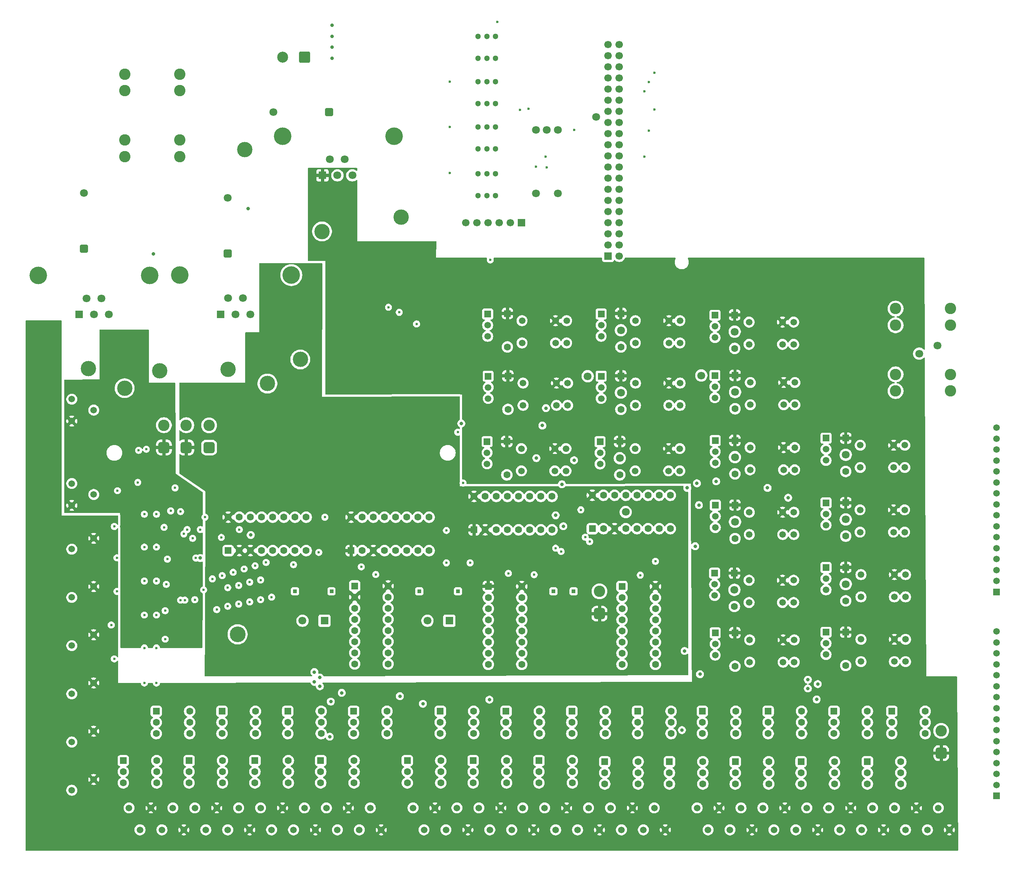
<source format=gbr>
%TF.GenerationSoftware,KiCad,Pcbnew,9.0.6*%
%TF.CreationDate,2025-11-10T19:23:00+01:00*%
%TF.ProjectId,BGA_Steuerung_4layer,4247415f-5374-4657-9565-72756e675f34,rev?*%
%TF.SameCoordinates,Original*%
%TF.FileFunction,Copper,L3,Inr*%
%TF.FilePolarity,Positive*%
%FSLAX46Y46*%
G04 Gerber Fmt 4.6, Leading zero omitted, Abs format (unit mm)*
G04 Created by KiCad (PCBNEW 9.0.6) date 2025-11-10 19:23:00*
%MOMM*%
%LPD*%
G01*
G04 APERTURE LIST*
G04 Aperture macros list*
%AMRoundRect*
0 Rectangle with rounded corners*
0 $1 Rounding radius*
0 $2 $3 $4 $5 $6 $7 $8 $9 X,Y pos of 4 corners*
0 Add a 4 corners polygon primitive as box body*
4,1,4,$2,$3,$4,$5,$6,$7,$8,$9,$2,$3,0*
0 Add four circle primitives for the rounded corners*
1,1,$1+$1,$2,$3*
1,1,$1+$1,$4,$5*
1,1,$1+$1,$6,$7*
1,1,$1+$1,$8,$9*
0 Add four rect primitives between the rounded corners*
20,1,$1+$1,$2,$3,$4,$5,0*
20,1,$1+$1,$4,$5,$6,$7,0*
20,1,$1+$1,$6,$7,$8,$9,0*
20,1,$1+$1,$8,$9,$2,$3,0*%
G04 Aperture macros list end*
%TA.AperFunction,ComponentPad*%
%ADD10C,1.500000*%
%TD*%
%TA.AperFunction,ComponentPad*%
%ADD11R,1.500000X1.500000*%
%TD*%
%TA.AperFunction,ComponentPad*%
%ADD12RoundRect,0.250000X-0.550000X-0.550000X0.550000X-0.550000X0.550000X0.550000X-0.550000X0.550000X0*%
%TD*%
%TA.AperFunction,ComponentPad*%
%ADD13C,1.600000*%
%TD*%
%TA.AperFunction,ComponentPad*%
%ADD14R,0.850000X0.850000*%
%TD*%
%TA.AperFunction,ComponentPad*%
%ADD15RoundRect,0.250000X0.650000X-0.650000X0.650000X0.650000X-0.650000X0.650000X-0.650000X-0.650000X0*%
%TD*%
%TA.AperFunction,ComponentPad*%
%ADD16C,1.800000*%
%TD*%
%TA.AperFunction,ComponentPad*%
%ADD17RoundRect,0.650000X0.650000X-0.650000X0.650000X0.650000X-0.650000X0.650000X-0.650000X-0.650000X0*%
%TD*%
%TA.AperFunction,ComponentPad*%
%ADD18C,2.600000*%
%TD*%
%TA.AperFunction,ComponentPad*%
%ADD19RoundRect,0.250000X-0.550000X0.550000X-0.550000X-0.550000X0.550000X-0.550000X0.550000X0.550000X0*%
%TD*%
%TA.AperFunction,ComponentPad*%
%ADD20R,1.800000X1.800000*%
%TD*%
%TA.AperFunction,WasherPad*%
%ADD21C,4.000000*%
%TD*%
%TA.AperFunction,ComponentPad*%
%ADD22C,1.498600*%
%TD*%
%TA.AperFunction,ComponentPad*%
%ADD23C,3.600000*%
%TD*%
%TA.AperFunction,ComponentPad*%
%ADD24RoundRect,0.250000X0.550000X-0.550000X0.550000X0.550000X-0.550000X0.550000X-0.550000X-0.550000X0*%
%TD*%
%TA.AperFunction,ComponentPad*%
%ADD25RoundRect,0.250000X0.650000X0.650000X-0.650000X0.650000X-0.650000X-0.650000X0.650000X-0.650000X0*%
%TD*%
%TA.AperFunction,ComponentPad*%
%ADD26RoundRect,0.250000X1.000000X1.000000X-1.000000X1.000000X-1.000000X-1.000000X1.000000X-1.000000X0*%
%TD*%
%TA.AperFunction,ComponentPad*%
%ADD27C,2.500000*%
%TD*%
%TA.AperFunction,ComponentPad*%
%ADD28R,1.700000X1.700000*%
%TD*%
%TA.AperFunction,ComponentPad*%
%ADD29C,1.700000*%
%TD*%
%TA.AperFunction,ComponentPad*%
%ADD30C,1.300000*%
%TD*%
%TA.AperFunction,ViaPad*%
%ADD31C,1.800000*%
%TD*%
%TA.AperFunction,ViaPad*%
%ADD32C,0.600000*%
%TD*%
%TA.AperFunction,ViaPad*%
%ADD33C,3.500000*%
%TD*%
%TA.AperFunction,ViaPad*%
%ADD34C,0.800000*%
%TD*%
G04 APERTURE END LIST*
D10*
%TO.N,GND*%
%TO.C,J5*%
X58250000Y-260500000D03*
%TO.N,Digital_In_23*%
X60750000Y-265500000D03*
%TO.N,12V_Power1*%
X63250000Y-260500000D03*
%TO.N,GND*%
X65750000Y-265500000D03*
%TO.N,Digital_In_22*%
X68250000Y-260500000D03*
%TO.N,12V_Power1*%
X70750000Y-265500000D03*
%TO.N,GND*%
X73250000Y-260500000D03*
%TO.N,Digital_In_21*%
X75750000Y-265500000D03*
%TO.N,12V_Power1*%
X78250000Y-260500000D03*
%TO.N,GND*%
X80750000Y-265500000D03*
%TO.N,Digital_In_20*%
X83250000Y-260500000D03*
%TO.N,12V_Power1*%
X85750000Y-265500000D03*
%TO.N,GND*%
X88250000Y-260500000D03*
%TO.N,Digital_In_19*%
X90750000Y-265500000D03*
%TO.N,12V_Power1*%
X93250000Y-260500000D03*
%TO.N,GND*%
X95750000Y-265500000D03*
%TO.N,Digital_In_18*%
X98250000Y-260500000D03*
%TO.N,12V_Power1*%
X100750000Y-265500000D03*
%TO.N,GND*%
X103250000Y-260500000D03*
%TO.N,Digital_In_17*%
X105750000Y-265500000D03*
%TO.N,12V_Power1*%
X108250000Y-260500000D03*
%TO.N,GND*%
X110750000Y-265500000D03*
%TO.N,Digital_In_16*%
X113250000Y-260500000D03*
%TO.N,12V_Power1*%
X115750000Y-265500000D03*
%TD*%
%TO.N,Net-(D36-A)*%
%TO.C,Q5*%
X140125000Y-167100557D03*
%TO.N,/Digital_IO_PCF8574/PCF8574_7BIT_23_DOut_0-7/P4_DOut4*%
X140125000Y-164560557D03*
D11*
%TO.N,GND*%
X140125000Y-162020557D03*
%TD*%
D10*
%TO.N,Net-(D33-A)*%
%TO.C,Q2*%
X191790714Y-166927744D03*
%TO.N,/Digital_IO_PCF8574/PCF8574_7BIT_23_DOut_0-7/P1_DOut1*%
X191790714Y-164387744D03*
D11*
%TO.N,GND*%
X191790714Y-161847744D03*
%TD*%
D10*
%TO.N,Net-(D44-A)*%
%TO.C,Q13*%
X217130000Y-225500000D03*
%TO.N,/Digital_IO_PCF8574/PCF8574_7BIT_24_DOut_8-15/P6_DOut14*%
X217130000Y-222960000D03*
D11*
%TO.N,GND*%
X217130000Y-220420000D03*
%TD*%
D12*
%TO.N,Net-(D29-K)*%
%TO.C,U28*%
X71945000Y-249710000D03*
D13*
%TO.N,Digital_In_21*%
X71945000Y-252250000D03*
%TO.N,unconnected-(U28-NC-Pad3)*%
X71945000Y-254790000D03*
%TO.N,GND*%
X79565000Y-254790000D03*
%TO.N,Net-(U31-P5)*%
X79565000Y-252250000D03*
%TO.N,unconnected-(U28-Pad6)*%
X79565000Y-249710000D03*
%TD*%
D10*
%TO.N,Net-(D45-A)*%
%TO.C,Q14*%
X191870000Y-225646837D03*
%TO.N,/Digital_IO_PCF8574/PCF8574_7BIT_24_DOut_8-15/P7_DOut15*%
X191870000Y-223106837D03*
D11*
%TO.N,GND*%
X191870000Y-220566837D03*
%TD*%
D14*
%TO.N,GND*%
%TO.C,J20*%
X155000000Y-211100000D03*
%TD*%
D15*
%TO.N,Net-(D2-K)*%
%TO.C,D2*%
X80750000Y-134000000D03*
D16*
%TO.N,GND*%
X80750000Y-121300000D03*
%TD*%
D17*
%TO.N,12V_Power1*%
%TO.C,REF\u002A\u002A*%
X243400000Y-248000000D03*
D18*
%TO.N,GND*%
X243400000Y-242920000D03*
%TD*%
D12*
%TO.N,Net-(D9-K)*%
%TO.C,U8*%
X211445000Y-249960000D03*
D13*
%TO.N,Digital_In_3*%
X211445000Y-252500000D03*
%TO.N,unconnected-(U8-NC-Pad3)*%
X211445000Y-255040000D03*
%TO.N,GND*%
X219065000Y-255040000D03*
%TO.N,Net-(U5-P3)*%
X219065000Y-252500000D03*
%TO.N,unconnected-(U8-Pad6)*%
X219065000Y-249960000D03*
%TD*%
D11*
%TO.N,GND2*%
%TO.C,J6*%
X256000000Y-211250000D03*
D10*
%TO.N,D_Out7*%
X256000000Y-208750000D03*
%TO.N,GND2*%
X256000000Y-206250000D03*
%TO.N,D_Out6*%
X256000000Y-203750000D03*
%TO.N,GND2*%
X256000000Y-201250000D03*
%TO.N,D_Out5*%
X256000000Y-198750000D03*
%TO.N,GND2*%
X256000000Y-196250000D03*
%TO.N,D_Out4*%
X256000000Y-193750000D03*
%TO.N,GND2*%
X256000000Y-191250000D03*
%TO.N,D_Out3*%
X256000000Y-188750000D03*
%TO.N,GND2*%
X256000000Y-186250000D03*
%TO.N,D_Out2*%
X256000000Y-183750000D03*
%TO.N,GND2*%
X256000000Y-181250000D03*
%TO.N,D_Out1*%
X256000000Y-178750000D03*
%TO.N,GND2*%
X256000000Y-176250000D03*
%TO.N,D_Out0*%
X256000000Y-173750000D03*
%TD*%
D19*
%TO.N,12V_Power1*%
%TO.C,D44*%
X221630000Y-220400000D03*
D13*
%TO.N,Net-(D44-A)*%
X221630000Y-228020000D03*
%TD*%
D10*
%TO.N,Net-(D42-A)*%
%TO.C,Q11*%
X217130000Y-195986326D03*
%TO.N,/Digital_IO_PCF8574/PCF8574_7BIT_24_DOut_8-15/P2_DOut10*%
X217130000Y-193446326D03*
D11*
%TO.N,GND*%
X217130000Y-190906326D03*
%TD*%
D12*
%TO.N,Net-(D11-K)*%
%TO.C,U9*%
X232130000Y-238460000D03*
D13*
%TO.N,Digital_In_0*%
X232130000Y-241000000D03*
%TO.N,unconnected-(U9-NC-Pad3)*%
X232130000Y-243540000D03*
%TO.N,GND*%
X239750000Y-243540000D03*
%TO.N,Net-(U5-P0)*%
X239750000Y-241000000D03*
%TO.N,unconnected-(U9-Pad6)*%
X239750000Y-238460000D03*
%TD*%
D12*
%TO.N,Net-(D26-K)*%
%TO.C,U25*%
X94445000Y-238460000D03*
D13*
%TO.N,Digital_In_18*%
X94445000Y-241000000D03*
%TO.N,unconnected-(U25-NC-Pad3)*%
X94445000Y-243540000D03*
%TO.N,GND*%
X102065000Y-243540000D03*
%TO.N,Net-(U31-P2)*%
X102065000Y-241000000D03*
%TO.N,unconnected-(U25-Pad6)*%
X102065000Y-238460000D03*
%TD*%
D20*
%TO.N,Net-(J22-Pin_1)*%
%TO.C,J22*%
X102800000Y-217800000D03*
D16*
%TO.N,Net-(J22-Pin_2)*%
X97800000Y-217800000D03*
%TD*%
D21*
%TO.N,*%
%TO.C,HS1*%
X118700000Y-107250000D03*
X93300000Y-107250000D03*
%TD*%
D14*
%TO.N,/Analog_Input_ADS1115/3_3V_SDA*%
%TO.C,J19*%
X133220000Y-211100000D03*
%TD*%
D22*
%TO.N,D_Out6*%
%TO.C,K7*%
X157860000Y-178534441D03*
%TO.N,12V_Power1*%
X155320000Y-178534441D03*
%TO.N,R_Power_ext*%
X147700000Y-178534441D03*
X147700000Y-183614441D03*
%TO.N,Net-(D38-A)*%
X155320000Y-183614441D03*
%TO.N,unconnected-(K7-Pad6)*%
X157860000Y-183614441D03*
%TD*%
D10*
%TO.N,4_20IN_4*%
%TO.C,J15*%
X45200000Y-212470000D03*
%TO.N,12V_Power1*%
X50200000Y-210000000D03*
%TD*%
%TO.N,Net-(D46-A)*%
%TO.C,Q15*%
X217130000Y-210743163D03*
%TO.N,/Digital_IO_PCF8574/PCF8574_7BIT_24_DOut_8-15/P4_DOut12*%
X217130000Y-208203163D03*
D11*
%TO.N,GND*%
X217130000Y-205663163D03*
%TD*%
D12*
%TO.N,GND*%
%TO.C,U5*%
X170630000Y-209970000D03*
D13*
X170630000Y-212510000D03*
X170630000Y-215050000D03*
%TO.N,Net-(U5-P0)*%
X170630000Y-217590000D03*
%TO.N,Net-(U5-P1)*%
X170630000Y-220130000D03*
%TO.N,Net-(U5-P2)*%
X170630000Y-222670000D03*
%TO.N,Net-(U5-P3)*%
X170630000Y-225210000D03*
%TO.N,GND*%
X170630000Y-227750000D03*
%TO.N,Net-(U5-P4)*%
X178250000Y-227750000D03*
%TO.N,Net-(U5-P5)*%
X178250000Y-225210000D03*
%TO.N,Net-(U5-P6)*%
X178250000Y-222670000D03*
%TO.N,Net-(U5-P7)*%
X178250000Y-220130000D03*
%TO.N,/Digital_IO_PCF8574/PCF8574_7BIT_20_DIn0-7/INT_0x20*%
X178250000Y-217590000D03*
%TO.N,/Analog_Input_ADS1115/3_3V_SCL*%
X178250000Y-215050000D03*
%TO.N,/Analog_Input_ADS1115/3_3V_SDA*%
X178250000Y-212510000D03*
%TO.N,3_3V_Power1*%
X178250000Y-209970000D03*
%TD*%
D12*
%TO.N,Net-(D13-K)*%
%TO.C,U11*%
X196445000Y-249960000D03*
D13*
%TO.N,Digital_In_5*%
X196445000Y-252500000D03*
%TO.N,unconnected-(U11-NC-Pad3)*%
X196445000Y-255040000D03*
%TO.N,GND*%
X204065000Y-255040000D03*
%TO.N,Net-(U5-P5)*%
X204065000Y-252500000D03*
%TO.N,unconnected-(U11-Pad6)*%
X204065000Y-249960000D03*
%TD*%
D10*
%TO.N,4_20IN_3*%
%TO.C,J14*%
X45200000Y-223470000D03*
%TO.N,12V_Power1*%
X50200000Y-221000000D03*
%TD*%
D19*
%TO.N,12V_Power1*%
%TO.C,D36*%
X144625000Y-161960557D03*
D13*
%TO.N,Net-(D36-A)*%
X144625000Y-169580557D03*
%TD*%
D20*
%TO.N,12V_Power1*%
%TO.C,U3*%
X102350000Y-116200000D03*
D16*
%TO.N,Net-(D6-K)*%
X104050000Y-112500000D03*
%TO.N,GND*%
X105750000Y-116200000D03*
%TO.N,Net-(J2-Pin_1)*%
X107450000Y-112500000D03*
%TO.N,GND*%
X109150000Y-116200000D03*
%TD*%
D23*
%TO.N,GND*%
%TO.C,REF\u002A\u002A*%
X83000000Y-220900000D03*
%TD*%
D19*
%TO.N,12V_Power1*%
%TO.C,D35*%
X170375000Y-147727581D03*
D13*
%TO.N,Net-(D35-A)*%
X170375000Y-155347581D03*
%TD*%
D22*
%TO.N,D_Out11*%
%TO.C,K12*%
X209800000Y-193053999D03*
%TO.N,12V_Power1*%
X207260000Y-193053999D03*
%TO.N,R_Power_ext*%
X199640000Y-193053999D03*
X199640000Y-198133999D03*
%TO.N,Net-(D43-A)*%
X207260000Y-198133999D03*
%TO.N,unconnected-(K12-Pad6)*%
X209800000Y-198133999D03*
%TD*%
D14*
%TO.N,GND*%
%TO.C,J21*%
X159600000Y-211100000D03*
%TD*%
D10*
%TO.N,4_20IN_2*%
%TO.C,J13*%
X45200000Y-234470000D03*
%TO.N,12V_Power1*%
X50200000Y-232000000D03*
%TD*%
D12*
%TO.N,Net-(D21-K)*%
%TO.C,U19*%
X136695000Y-249710000D03*
D13*
%TO.N,Digital_In_13*%
X136695000Y-252250000D03*
%TO.N,unconnected-(U19-NC-Pad3)*%
X136695000Y-254790000D03*
%TO.N,GND*%
X144315000Y-254790000D03*
%TO.N,Net-(U22-P5)*%
X144315000Y-252250000D03*
%TO.N,unconnected-(U19-Pad6)*%
X144315000Y-249710000D03*
%TD*%
D22*
%TO.N,D_Out12*%
%TO.C,K13*%
X235260000Y-207269813D03*
%TO.N,12V_Power1*%
X232720000Y-207269813D03*
%TO.N,R_Power_ext*%
X225100000Y-207269813D03*
X225100000Y-212349813D03*
%TO.N,Net-(D46-A)*%
X232720000Y-212349813D03*
%TO.N,unconnected-(K13-Pad6)*%
X235260000Y-212349813D03*
%TD*%
D10*
%TO.N,Net-(D40-A)*%
%TO.C,Q9*%
X217130000Y-181229489D03*
%TO.N,/Digital_IO_PCF8574/PCF8574_7BIT_24_DOut_8-15/P0_DOut8*%
X217130000Y-178689489D03*
D11*
%TO.N,GND*%
X217130000Y-176149489D03*
%TD*%
D19*
%TO.N,12V_Power1*%
%TO.C,D40*%
X221630000Y-176129489D03*
D13*
%TO.N,Net-(D40-A)*%
X221630000Y-183749489D03*
%TD*%
D10*
%TO.N,4_20IN_5*%
%TO.C,J16*%
X45200000Y-201470000D03*
%TO.N,12V_Power1*%
X50200000Y-199000000D03*
%TD*%
D22*
%TO.N,D_Out0*%
%TO.C,K2*%
X209760000Y-149681394D03*
%TO.N,12V_Power1*%
X207220000Y-149681394D03*
%TO.N,R_Power_ext*%
X199600000Y-149681394D03*
X199600000Y-154761394D03*
%TO.N,Net-(D32-A)*%
X207220000Y-154761394D03*
%TO.N,unconnected-(K2-Pad6)*%
X209760000Y-154761394D03*
%TD*%
D12*
%TO.N,GND*%
%TO.C,U31*%
X109695000Y-209860000D03*
D13*
%TO.N,3_3V_Power1*%
X109695000Y-212400000D03*
%TO.N,GND*%
X109695000Y-214940000D03*
%TO.N,Net-(U31-P0)*%
X109695000Y-217480000D03*
%TO.N,Net-(U31-P1)*%
X109695000Y-220020000D03*
%TO.N,Net-(U31-P2)*%
X109695000Y-222560000D03*
%TO.N,Net-(U31-P3)*%
X109695000Y-225100000D03*
%TO.N,GND*%
X109695000Y-227640000D03*
%TO.N,Net-(U31-P4)*%
X117315000Y-227640000D03*
%TO.N,Net-(U31-P5)*%
X117315000Y-225100000D03*
%TO.N,Net-(U31-P6)*%
X117315000Y-222560000D03*
%TO.N,Net-(U31-P7)*%
X117315000Y-220020000D03*
%TO.N,/Digital_IO_PCF8574/PCF8574_7BIT_22_DIn16-23/INT_0x22*%
X117315000Y-217480000D03*
%TO.N,/Analog_Input_ADS1115/3_3V_SCL*%
X117315000Y-214940000D03*
%TO.N,/Analog_Input_ADS1115/3_3V_SDA*%
X117315000Y-212400000D03*
%TO.N,3_3V_Power1*%
X117315000Y-209860000D03*
%TD*%
D14*
%TO.N,/Analog_Input_ADS1115/3_3V_SCL*%
%TO.C,J18*%
X124400000Y-211100000D03*
%TD*%
D21*
%TO.N,*%
%TO.C,HS2*%
X62950000Y-139000000D03*
X37550000Y-139000000D03*
%TD*%
D12*
%TO.N,Net-(D14-K)*%
%TO.C,U12*%
X188945000Y-238460000D03*
D13*
%TO.N,Digital_In_6*%
X188945000Y-241000000D03*
%TO.N,unconnected-(U12-NC-Pad3)*%
X188945000Y-243540000D03*
%TO.N,GND*%
X196565000Y-243540000D03*
%TO.N,Net-(U5-P6)*%
X196565000Y-241000000D03*
%TO.N,unconnected-(U12-Pad6)*%
X196565000Y-238460000D03*
%TD*%
D24*
%TO.N,GND*%
%TO.C,U33*%
X163860000Y-196805000D03*
D13*
X166400000Y-196805000D03*
%TO.N,3_3V_Power1*%
X168940000Y-196805000D03*
%TO.N,/Digital_IO_PCF8574/PCF8574_7BIT_24_DOut_8-15/P0_DOut8*%
X171480000Y-196805000D03*
%TO.N,/Digital_IO_PCF8574/PCF8574_7BIT_24_DOut_8-15/P1_DOut9*%
X174020000Y-196805000D03*
%TO.N,/Digital_IO_PCF8574/PCF8574_7BIT_24_DOut_8-15/P2_DOut10*%
X176560000Y-196805000D03*
%TO.N,/Digital_IO_PCF8574/PCF8574_7BIT_24_DOut_8-15/P3_DOut11*%
X179100000Y-196805000D03*
%TO.N,GND*%
X181640000Y-196805000D03*
%TO.N,/Digital_IO_PCF8574/PCF8574_7BIT_24_DOut_8-15/P4_DOut12*%
X181640000Y-189185000D03*
%TO.N,/Digital_IO_PCF8574/PCF8574_7BIT_24_DOut_8-15/P5_DOut13*%
X179100000Y-189185000D03*
%TO.N,/Digital_IO_PCF8574/PCF8574_7BIT_24_DOut_8-15/P6_DOut14*%
X176560000Y-189185000D03*
%TO.N,/Digital_IO_PCF8574/PCF8574_7BIT_24_DOut_8-15/P7_DOut15*%
X174020000Y-189185000D03*
%TO.N,unconnected-(U33-INT-Pad13)*%
X171480000Y-189185000D03*
%TO.N,/Analog_Input_ADS1115/3_3V_SCL*%
X168940000Y-189185000D03*
%TO.N,/Analog_Input_ADS1115/3_3V_SDA*%
X166400000Y-189185000D03*
%TO.N,3_3V_Power1*%
X163860000Y-189185000D03*
%TD*%
D10*
%TO.N,Net-(D35-A)*%
%TO.C,Q4*%
X165875000Y-152907581D03*
%TO.N,/Digital_IO_PCF8574/PCF8574_7BIT_23_DOut_0-7/P3_DOut3*%
X165875000Y-150367581D03*
D11*
%TO.N,GND*%
X165875000Y-147827581D03*
%TD*%
D19*
%TO.N,12V_Power1*%
%TO.C,D33*%
X196400714Y-161827744D03*
D13*
%TO.N,Net-(D33-A)*%
X196400714Y-169447744D03*
%TD*%
D19*
%TO.N,12V_Power1*%
%TO.C,D34*%
X144505000Y-147727581D03*
D13*
%TO.N,Net-(D34-A)*%
X144505000Y-155347581D03*
%TD*%
D22*
%TO.N,D_Out9*%
%TO.C,K10*%
X210000000Y-178297162D03*
%TO.N,12V_Power1*%
X207460000Y-178297162D03*
%TO.N,R_Power_ext*%
X199840000Y-178297162D03*
X199840000Y-183377162D03*
%TO.N,Net-(D41-A)*%
X207460000Y-183377162D03*
%TO.N,unconnected-(K10-Pad6)*%
X210000000Y-183377162D03*
%TD*%
%TO.N,D_Out8*%
%TO.C,K9*%
X235100000Y-177756139D03*
%TO.N,12V_Power1*%
X232560000Y-177756139D03*
%TO.N,R_Power_ext*%
X224940000Y-177756139D03*
X224940000Y-182836139D03*
%TO.N,Net-(D40-A)*%
X232560000Y-182836139D03*
%TO.N,unconnected-(K9-Pad6)*%
X235100000Y-182836139D03*
%TD*%
D19*
%TO.N,12V_Power1*%
%TO.C,D37*%
X170375000Y-161960558D03*
D13*
%TO.N,Net-(D37-A)*%
X170375000Y-169580558D03*
%TD*%
D19*
%TO.N,12V_Power1*%
%TO.C,D46*%
X221630000Y-205643163D03*
D13*
%TO.N,Net-(D46-A)*%
X221630000Y-213263163D03*
%TD*%
D24*
%TO.N,GND*%
%TO.C,U44*%
X80860000Y-201805000D03*
D13*
%TO.N,3_3V_Power1*%
X83400000Y-201805000D03*
X85940000Y-201805000D03*
%TO.N,/Analog_Input_ADS1115/4_20_circuit_protection_/SGOOD_4_20IN_0*%
X88480000Y-201805000D03*
%TO.N,/Analog_Input_ADS1115/4_20_circuit_protection_/SGOOD_4_20IN_1*%
X91020000Y-201805000D03*
%TO.N,/Analog_Input_ADS1115/4_20_circuit_protection_/SGOOD_4_20IN_2*%
X93560000Y-201805000D03*
%TO.N,/Analog_Input_ADS1115/4_20_circuit_protection_/SGOOD_4_20IN_3*%
X96100000Y-201805000D03*
%TO.N,GND*%
X98640000Y-201805000D03*
%TO.N,/Analog_Input_ADS1115/4_20_circuit_protection_/SGOOD_4_20IN_4*%
X98640000Y-194185000D03*
%TO.N,/Analog_Input_ADS1115/4_20_circuit_protection_/SGOOD_4_20IN_5*%
X96100000Y-194185000D03*
%TO.N,Net-(D53-K)*%
X93560000Y-194185000D03*
%TO.N,Net-(D54-K)*%
X91020000Y-194185000D03*
%TO.N,/Analog_Input_ADS1115/INT_0x26*%
X88480000Y-194185000D03*
%TO.N,/Analog_Input_ADS1115/3_3V_SCL*%
X85940000Y-194185000D03*
%TO.N,/Analog_Input_ADS1115/3_3V_SDA*%
X83400000Y-194185000D03*
%TO.N,3_3V_Power1*%
X80860000Y-194185000D03*
%TD*%
D12*
%TO.N,Net-(D12-K)*%
%TO.C,U6*%
X226565000Y-249960000D03*
D13*
%TO.N,Digital_In_1*%
X226565000Y-252500000D03*
%TO.N,unconnected-(U6-NC-Pad3)*%
X226565000Y-255040000D03*
%TO.N,GND*%
X234185000Y-255040000D03*
%TO.N,Net-(U5-P1)*%
X234185000Y-252500000D03*
%TO.N,unconnected-(U6-Pad6)*%
X234185000Y-249960000D03*
%TD*%
D17*
%TO.N,3_3V_Power1*%
%TO.C,REF\u002A\u002A*%
X71300000Y-178280000D03*
D18*
%TO.N,GND*%
X71300000Y-173200000D03*
%TD*%
D15*
%TO.N,Net-(D3-K)*%
%TO.C,D3*%
X48000000Y-132950000D03*
D16*
%TO.N,GND*%
X48000000Y-120250000D03*
%TD*%
D20*
%TO.N,12V_Power1*%
%TO.C,U2*%
X79145807Y-147900000D03*
D16*
%TO.N,Net-(D2-K)*%
X80845807Y-144200000D03*
%TO.N,GND*%
X82545807Y-147900000D03*
%TO.N,3_3V_Power1*%
X84245807Y-144200000D03*
%TO.N,GND*%
X85945807Y-147900000D03*
%TD*%
D17*
%TO.N,3_3V_Power1*%
%TO.C,REF\u002A\u002A*%
X165500000Y-216180000D03*
D18*
%TO.N,GND*%
X165500000Y-211100000D03*
%TD*%
D10*
%TO.N,Net-(D43-A)*%
%TO.C,Q12*%
X191894286Y-196527349D03*
%TO.N,/Digital_IO_PCF8574/PCF8574_7BIT_24_DOut_8-15/P3_DOut11*%
X191894286Y-193987349D03*
D11*
%TO.N,GND*%
X191894286Y-191447349D03*
%TD*%
D14*
%TO.N,Net-(J22-Pin_2)*%
%TO.C,J23*%
X96090000Y-211100000D03*
%TD*%
D19*
%TO.N,12V_Power1*%
%TO.C,D43*%
X196394286Y-191427349D03*
D13*
%TO.N,Net-(D43-A)*%
X196394286Y-199047349D03*
%TD*%
D22*
%TO.N,D_Out2*%
%TO.C,K3*%
X158000000Y-149354231D03*
%TO.N,12V_Power1*%
X155460000Y-149354231D03*
%TO.N,R_Power_ext*%
X147840000Y-149354231D03*
X147840000Y-154434231D03*
%TO.N,Net-(D34-A)*%
X155460000Y-154434231D03*
%TO.N,unconnected-(K3-Pad6)*%
X158000000Y-154434231D03*
%TD*%
D12*
%TO.N,Net-(D20-K)*%
%TO.C,U18*%
X144195000Y-238460000D03*
D13*
%TO.N,Digital_In_12*%
X144195000Y-241000000D03*
%TO.N,unconnected-(U18-NC-Pad3)*%
X144195000Y-243540000D03*
%TO.N,GND*%
X151815000Y-243540000D03*
%TO.N,Net-(U22-P4)*%
X151815000Y-241000000D03*
%TO.N,unconnected-(U18-Pad6)*%
X151815000Y-238460000D03*
%TD*%
D19*
%TO.N,12V_Power1*%
%TO.C,D41*%
X196370000Y-176670512D03*
D13*
%TO.N,Net-(D41-A)*%
X196370000Y-184290512D03*
%TD*%
D10*
%TO.N,Net-(D38-A)*%
%TO.C,Q7*%
X139875000Y-182007791D03*
%TO.N,/Digital_IO_PCF8574/PCF8574_7BIT_23_DOut_0-7/P6_DOut6*%
X139875000Y-179467791D03*
D11*
%TO.N,GND*%
X139875000Y-176927791D03*
%TD*%
D24*
%TO.N,3_3V_Power1*%
%TO.C,U34*%
X108880000Y-201805000D03*
D13*
%TO.N,GND*%
X111420000Y-201805000D03*
%TO.N,3_3V_Power1*%
X113960000Y-201805000D03*
%TO.N,/Digital_IO_PCF8574/PCF8574_7BIT_20_DIn0-7/INT_0x20*%
X116500000Y-201805000D03*
%TO.N,/Digital_IO_PCF8574/PCF8574_7BIT_21_DIn8-15/INT_0x21*%
X119040000Y-201805000D03*
%TO.N,/Digital_IO_PCF8574/PCF8574_7BIT_22_DIn16-23/INT_0x22*%
X121580000Y-201805000D03*
%TO.N,Net-(D48-K)*%
X124120000Y-201805000D03*
%TO.N,GND*%
X126660000Y-201805000D03*
%TO.N,Net-(D49-K)*%
X126660000Y-194185000D03*
%TO.N,Net-(D50-K)*%
X124120000Y-194185000D03*
%TO.N,Net-(D51-K)*%
X121580000Y-194185000D03*
%TO.N,Net-(D52-K)*%
X119040000Y-194185000D03*
%TO.N,/INT_0x25*%
X116500000Y-194185000D03*
%TO.N,/Analog_Input_ADS1115/3_3V_SCL*%
X113960000Y-194185000D03*
%TO.N,/Analog_Input_ADS1115/3_3V_SDA*%
X111420000Y-194185000D03*
%TO.N,3_3V_Power1*%
X108880000Y-194185000D03*
%TD*%
D19*
%TO.N,12V_Power1*%
%TO.C,D38*%
X144375000Y-176907791D03*
D13*
%TO.N,Net-(D38-A)*%
X144375000Y-184527791D03*
%TD*%
D12*
%TO.N,Net-(D23-K)*%
%TO.C,U21*%
X121695000Y-249710000D03*
D13*
%TO.N,Digital_In_15*%
X121695000Y-252250000D03*
%TO.N,unconnected-(U21-NC-Pad3)*%
X121695000Y-254790000D03*
%TO.N,GND*%
X129315000Y-254790000D03*
%TO.N,Net-(U22-P7)*%
X129315000Y-252250000D03*
%TO.N,unconnected-(U21-Pad6)*%
X129315000Y-249710000D03*
%TD*%
D22*
%TO.N,D_Out10*%
%TO.C,K11*%
X235060000Y-192512976D03*
%TO.N,12V_Power1*%
X232520000Y-192512976D03*
%TO.N,R_Power_ext*%
X224900000Y-192512976D03*
X224900000Y-197592976D03*
%TO.N,Net-(D42-A)*%
X232520000Y-197592976D03*
%TO.N,unconnected-(K11-Pad6)*%
X235060000Y-197592976D03*
%TD*%
%TO.N,D_Out1*%
%TO.C,K1*%
X210040000Y-163454394D03*
%TO.N,12V_Power1*%
X207500000Y-163454394D03*
%TO.N,R_Power_ext*%
X199880000Y-163454394D03*
X199880000Y-168534394D03*
%TO.N,Net-(D33-A)*%
X207500000Y-168534394D03*
%TO.N,unconnected-(K1-Pad6)*%
X210040000Y-168534394D03*
%TD*%
D10*
%TO.N,Net-(D39-A)*%
%TO.C,Q8*%
X165625000Y-182047790D03*
%TO.N,/Digital_IO_PCF8574/PCF8574_7BIT_23_DOut_0-7/P7_DOut7*%
X165625000Y-179507790D03*
D11*
%TO.N,GND*%
X165625000Y-176967790D03*
%TD*%
D12*
%TO.N,Net-(D16-K)*%
%TO.C,U14*%
X174195000Y-238460000D03*
D13*
%TO.N,Digital_In_8*%
X174195000Y-241000000D03*
%TO.N,unconnected-(U14-NC-Pad3)*%
X174195000Y-243540000D03*
%TO.N,GND*%
X181815000Y-243540000D03*
%TO.N,Net-(U22-P0)*%
X181815000Y-241000000D03*
%TO.N,unconnected-(U14-Pad6)*%
X181815000Y-238460000D03*
%TD*%
D12*
%TO.N,Net-(D18-K)*%
%TO.C,U16*%
X159195000Y-238460000D03*
D13*
%TO.N,Digital_In_10*%
X159195000Y-241000000D03*
%TO.N,unconnected-(U16-NC-Pad3)*%
X159195000Y-243540000D03*
%TO.N,GND*%
X166815000Y-243540000D03*
%TO.N,Net-(U22-P2)*%
X166815000Y-241000000D03*
%TO.N,unconnected-(U16-Pad6)*%
X166815000Y-238460000D03*
%TD*%
D25*
%TO.N,Net-(D6-K)*%
%TO.C,D6*%
X103850000Y-101750000D03*
D16*
%TO.N,GND*%
X91150000Y-101750000D03*
%TD*%
D10*
%TO.N,GND*%
%TO.C,J3*%
X187750000Y-260500000D03*
%TO.N,Digital_In_7*%
X190250000Y-265500000D03*
%TO.N,12V_Power1*%
X192750000Y-260500000D03*
%TO.N,GND*%
X195250000Y-265500000D03*
%TO.N,Digital_In_6*%
X197750000Y-260500000D03*
%TO.N,12V_Power1*%
X200250000Y-265500000D03*
%TO.N,GND*%
X202750000Y-260500000D03*
%TO.N,Digital_In_5*%
X205250000Y-265500000D03*
%TO.N,12V_Power1*%
X207750000Y-260500000D03*
%TO.N,GND*%
X210250000Y-265500000D03*
%TO.N,Digital_In_4*%
X212750000Y-260500000D03*
%TO.N,12V_Power1*%
X215250000Y-265500000D03*
%TO.N,GND*%
X217750000Y-260500000D03*
%TO.N,Digital_In_3*%
X220250000Y-265500000D03*
%TO.N,12V_Power1*%
X222750000Y-260500000D03*
%TO.N,GND*%
X225250000Y-265500000D03*
%TO.N,Digital_In_2*%
X227750000Y-260500000D03*
%TO.N,12V_Power1*%
X230250000Y-265500000D03*
%TO.N,GND*%
X232750000Y-260500000D03*
%TO.N,Digital_In_1*%
X235250000Y-265500000D03*
%TO.N,12V_Power1*%
X237750000Y-260500000D03*
%TO.N,GND*%
X240250000Y-265500000D03*
%TO.N,Digital_In_0*%
X242750000Y-260500000D03*
%TO.N,12V_Power1*%
X245250000Y-265500000D03*
%TD*%
%TO.N,4_20IN_0*%
%TO.C,J11*%
X45200000Y-256470000D03*
%TO.N,12V_Power1*%
X50200000Y-254000000D03*
%TD*%
D12*
%TO.N,Net-(D19-K)*%
%TO.C,U17*%
X151695000Y-249710000D03*
D13*
%TO.N,Digital_In_11*%
X151695000Y-252250000D03*
%TO.N,unconnected-(U17-NC-Pad3)*%
X151695000Y-254790000D03*
%TO.N,GND*%
X159315000Y-254790000D03*
%TO.N,Net-(U22-P3)*%
X159315000Y-252250000D03*
%TO.N,unconnected-(U17-Pad6)*%
X159315000Y-249710000D03*
%TD*%
D10*
%TO.N,Net-(D47-A)*%
%TO.C,Q16*%
X191752625Y-212034186D03*
%TO.N,/Digital_IO_PCF8574/PCF8574_7BIT_24_DOut_8-15/P5_DOut13*%
X191752625Y-209494186D03*
D11*
%TO.N,GND*%
X191752625Y-206954186D03*
%TD*%
D12*
%TO.N,3_3V_Power1*%
%TO.C,U22*%
X140162500Y-209970000D03*
D13*
%TO.N,GND*%
X140162500Y-212510000D03*
X140162500Y-215050000D03*
%TO.N,Net-(U22-P0)*%
X140162500Y-217590000D03*
%TO.N,Net-(U22-P1)*%
X140162500Y-220130000D03*
%TO.N,Net-(U22-P2)*%
X140162500Y-222670000D03*
%TO.N,Net-(U22-P3)*%
X140162500Y-225210000D03*
%TO.N,GND*%
X140162500Y-227750000D03*
%TO.N,Net-(U22-P4)*%
X147782500Y-227750000D03*
%TO.N,Net-(U22-P5)*%
X147782500Y-225210000D03*
%TO.N,Net-(U22-P6)*%
X147782500Y-222670000D03*
%TO.N,Net-(U22-P7)*%
X147782500Y-220130000D03*
%TO.N,/Digital_IO_PCF8574/PCF8574_7BIT_21_DIn8-15/INT_0x21*%
X147782500Y-217590000D03*
%TO.N,/Analog_Input_ADS1115/3_3V_SCL*%
X147782500Y-215050000D03*
%TO.N,/Analog_Input_ADS1115/3_3V_SDA*%
X147782500Y-212510000D03*
%TO.N,3_3V_Power1*%
X147782500Y-209970000D03*
%TD*%
D26*
%TO.N,Net-(J2-Pin_1)*%
%TO.C,J2*%
X98250000Y-89250000D03*
D27*
%TO.N,GND*%
X93250000Y-89250000D03*
%TD*%
D20*
%TO.N,/Analog_Input_ADS1115/3_3V_SDA*%
%TO.C,J17*%
X131283750Y-217800000D03*
D16*
%TO.N,/Analog_Input_ADS1115/3_3V_SCL*%
X126283750Y-217800000D03*
%TD*%
D22*
%TO.N,D_Out13*%
%TO.C,K14*%
X209760000Y-208560836D03*
%TO.N,12V_Power1*%
X207220000Y-208560836D03*
%TO.N,R_Power_ext*%
X199600000Y-208560836D03*
X199600000Y-213640836D03*
%TO.N,Net-(D47-A)*%
X207220000Y-213640836D03*
%TO.N,unconnected-(K14-Pad6)*%
X209760000Y-213640836D03*
%TD*%
D19*
%TO.N,12V_Power1*%
%TO.C,D47*%
X196252625Y-206934186D03*
D13*
%TO.N,Net-(D47-A)*%
X196252625Y-214554186D03*
%TD*%
D19*
%TO.N,12V_Power1*%
%TO.C,D32*%
X196316786Y-148054744D03*
D13*
%TO.N,Net-(D32-A)*%
X196316786Y-155674744D03*
%TD*%
D22*
%TO.N,D_Out4*%
%TO.C,K5*%
X158229700Y-163587207D03*
%TO.N,12V_Power1*%
X155689700Y-163587207D03*
%TO.N,R_Power_ext*%
X148069700Y-163587207D03*
X148069700Y-168667207D03*
%TO.N,Net-(D36-A)*%
X155689700Y-168667207D03*
%TO.N,unconnected-(K5-Pad6)*%
X158229700Y-168667207D03*
%TD*%
D19*
%TO.N,12V_Power1*%
%TO.C,D42*%
X221630000Y-190886326D03*
D13*
%TO.N,Net-(D42-A)*%
X221630000Y-198506326D03*
%TD*%
D12*
%TO.N,Net-(D22-K)*%
%TO.C,U20*%
X129195000Y-238460000D03*
D13*
%TO.N,Digital_In_14*%
X129195000Y-241000000D03*
%TO.N,unconnected-(U20-NC-Pad3)*%
X129195000Y-243540000D03*
%TO.N,GND*%
X136815000Y-243540000D03*
%TO.N,Net-(U22-P6)*%
X136815000Y-241000000D03*
%TO.N,unconnected-(U20-Pad6)*%
X136815000Y-238460000D03*
%TD*%
D14*
%TO.N,Net-(J22-Pin_1)*%
%TO.C,J24*%
X104410000Y-211100000D03*
%TD*%
D19*
%TO.N,12V_Power1*%
%TO.C,D39*%
X170125000Y-176907790D03*
D13*
%TO.N,Net-(D39-A)*%
X170125000Y-184527790D03*
%TD*%
D12*
%TO.N,Net-(D30-K)*%
%TO.C,U29*%
X64445000Y-238460000D03*
D13*
%TO.N,Digital_In_22*%
X64445000Y-241000000D03*
%TO.N,unconnected-(U29-NC-Pad3)*%
X64445000Y-243540000D03*
%TO.N,GND*%
X72065000Y-243540000D03*
%TO.N,Net-(U31-P6)*%
X72065000Y-241000000D03*
%TO.N,unconnected-(U29-Pad6)*%
X72065000Y-238460000D03*
%TD*%
D10*
%TO.N,Net-(D37-A)*%
%TO.C,Q6*%
X165875000Y-167100558D03*
%TO.N,/Digital_IO_PCF8574/PCF8574_7BIT_23_DOut_0-7/P5_DOut5*%
X165875000Y-164560558D03*
D11*
%TO.N,GND*%
X165875000Y-162020558D03*
%TD*%
D12*
%TO.N,Net-(D17-K)*%
%TO.C,U15*%
X166695000Y-249960000D03*
D13*
%TO.N,Digital_In_9*%
X166695000Y-252500000D03*
%TO.N,unconnected-(U15-NC-Pad3)*%
X166695000Y-255040000D03*
%TO.N,GND*%
X174315000Y-255040000D03*
%TO.N,Net-(U22-P1)*%
X174315000Y-252500000D03*
%TO.N,unconnected-(U15-Pad6)*%
X174315000Y-249960000D03*
%TD*%
D17*
%TO.N,5V_Power1*%
%TO.C,REF\u002A\u002A*%
X66200000Y-178280000D03*
D18*
%TO.N,GND*%
X66200000Y-173200000D03*
%TD*%
D17*
%TO.N,12V_Power1*%
%TO.C,REF\u002A\u002A*%
X76500000Y-178300000D03*
D18*
%TO.N,GND*%
X76500000Y-173220000D03*
%TD*%
D12*
%TO.N,Net-(D24-K)*%
%TO.C,U23*%
X109445000Y-238460000D03*
D13*
%TO.N,Digital_In_16*%
X109445000Y-241000000D03*
%TO.N,unconnected-(U23-NC-Pad3)*%
X109445000Y-243540000D03*
%TO.N,GND*%
X117065000Y-243540000D03*
%TO.N,Net-(U31-P0)*%
X117065000Y-241000000D03*
%TO.N,unconnected-(U23-Pad6)*%
X117065000Y-238460000D03*
%TD*%
D10*
%TO.N,Net-(D32-A)*%
%TO.C,Q1*%
X191816786Y-153194744D03*
%TO.N,/Digital_IO_PCF8574/PCF8574_7BIT_23_DOut_0-7/P0_DOut0*%
X191816786Y-150654744D03*
D11*
%TO.N,GND*%
X191816786Y-148114744D03*
%TD*%
D12*
%TO.N,Net-(D8-K)*%
%TO.C,U7*%
X218945000Y-238460000D03*
D13*
%TO.N,Digital_In_2*%
X218945000Y-241000000D03*
%TO.N,unconnected-(U7-NC-Pad3)*%
X218945000Y-243540000D03*
%TO.N,GND*%
X226565000Y-243540000D03*
%TO.N,Net-(U5-P2)*%
X226565000Y-241000000D03*
%TO.N,unconnected-(U7-Pad6)*%
X226565000Y-238460000D03*
%TD*%
D10*
%TO.N,GND*%
%TO.C,J10*%
X45200000Y-167250000D03*
%TO.N,A_Voltage_In_1*%
X50200000Y-169750000D03*
%TO.N,5V_Power1*%
X45200000Y-172250000D03*
%TD*%
%TO.N,GND*%
%TO.C,J4*%
X123000000Y-260500000D03*
%TO.N,Digital_In_15*%
X125500000Y-265500000D03*
%TO.N,12V_Power1*%
X128000000Y-260500000D03*
%TO.N,GND*%
X130500000Y-265500000D03*
%TO.N,Digital_In_14*%
X133000000Y-260500000D03*
%TO.N,12V_Power1*%
X135500000Y-265500000D03*
%TO.N,GND*%
X138000000Y-260500000D03*
%TO.N,Digital_In_13*%
X140500000Y-265500000D03*
%TO.N,12V_Power1*%
X143000000Y-260500000D03*
%TO.N,GND*%
X145500000Y-265500000D03*
%TO.N,Digital_In_12*%
X148000000Y-260500000D03*
%TO.N,12V_Power1*%
X150500000Y-265500000D03*
%TO.N,GND*%
X153000000Y-260500000D03*
%TO.N,Digital_In_11*%
X155500000Y-265500000D03*
%TO.N,12V_Power1*%
X158000000Y-260500000D03*
%TO.N,GND*%
X160500000Y-265500000D03*
%TO.N,Digital_In_10*%
X163000000Y-260500000D03*
%TO.N,12V_Power1*%
X165500000Y-265500000D03*
%TO.N,GND*%
X168000000Y-260500000D03*
%TO.N,Digital_In_9*%
X170500000Y-265500000D03*
%TO.N,12V_Power1*%
X173000000Y-260500000D03*
%TO.N,GND*%
X175500000Y-265500000D03*
%TO.N,Digital_In_8*%
X178000000Y-260500000D03*
%TO.N,12V_Power1*%
X180500000Y-265500000D03*
%TD*%
D12*
%TO.N,Net-(D31-K)*%
%TO.C,U30*%
X56945000Y-249710000D03*
D13*
%TO.N,Digital_In_23*%
X56945000Y-252250000D03*
%TO.N,unconnected-(U30-NC-Pad3)*%
X56945000Y-254790000D03*
%TO.N,GND*%
X64565000Y-254790000D03*
%TO.N,Net-(U31-P7)*%
X64565000Y-252250000D03*
%TO.N,unconnected-(U30-Pad6)*%
X64565000Y-249710000D03*
%TD*%
D10*
%TO.N,Net-(D34-A)*%
%TO.C,Q3*%
X140005000Y-152907581D03*
%TO.N,/Digital_IO_PCF8574/PCF8574_7BIT_23_DOut_0-7/P2_DOut2*%
X140005000Y-150367581D03*
D11*
%TO.N,GND*%
X140005000Y-147827581D03*
%TD*%
D12*
%TO.N,Net-(D28-K)*%
%TO.C,U27*%
X79445000Y-238460000D03*
D13*
%TO.N,Digital_In_20*%
X79445000Y-241000000D03*
%TO.N,unconnected-(U27-NC-Pad3)*%
X79445000Y-243540000D03*
%TO.N,GND*%
X87065000Y-243540000D03*
%TO.N,Net-(U31-P4)*%
X87065000Y-241000000D03*
%TO.N,unconnected-(U27-Pad6)*%
X87065000Y-238460000D03*
%TD*%
D19*
%TO.N,12V_Power1*%
%TO.C,D45*%
X196370000Y-220546837D03*
D13*
%TO.N,Net-(D45-A)*%
X196370000Y-228166837D03*
%TD*%
D22*
%TO.N,D_Out5*%
%TO.C,K6*%
X183860000Y-163587208D03*
%TO.N,12V_Power1*%
X181320000Y-163587208D03*
%TO.N,R_Power_ext*%
X173700000Y-163587208D03*
X173700000Y-168667208D03*
%TO.N,Net-(D37-A)*%
X181320000Y-168667208D03*
%TO.N,unconnected-(K6-Pad6)*%
X183860000Y-168667208D03*
%TD*%
D10*
%TO.N,GND*%
%TO.C,J9*%
X45200000Y-186500000D03*
%TO.N,A_Voltage_In_0*%
X50200000Y-189000000D03*
%TO.N,5V_Power1*%
X45200000Y-191500000D03*
%TD*%
D12*
%TO.N,Net-(D25-K)*%
%TO.C,U24*%
X101945000Y-249710000D03*
D13*
%TO.N,Digital_In_17*%
X101945000Y-252250000D03*
%TO.N,unconnected-(U24-NC-Pad3)*%
X101945000Y-254790000D03*
%TO.N,GND*%
X109565000Y-254790000D03*
%TO.N,Net-(U31-P1)*%
X109565000Y-252250000D03*
%TO.N,unconnected-(U24-Pad6)*%
X109565000Y-249710000D03*
%TD*%
D12*
%TO.N,Net-(D10-K)*%
%TO.C,U10*%
X203945000Y-238460000D03*
D13*
%TO.N,Digital_In_4*%
X203945000Y-241000000D03*
%TO.N,unconnected-(U10-NC-Pad3)*%
X203945000Y-243540000D03*
%TO.N,GND*%
X211565000Y-243540000D03*
%TO.N,Net-(U5-P4)*%
X211565000Y-241000000D03*
%TO.N,unconnected-(U10-Pad6)*%
X211565000Y-238460000D03*
%TD*%
D21*
%TO.N,*%
%TO.C,HS3*%
X95245807Y-138950000D03*
X69845807Y-138950000D03*
%TD*%
D18*
%TO.N,GND*%
%TO.C,J1*%
X69800000Y-93100000D03*
X57300000Y-93100000D03*
X69800000Y-96900000D03*
X57300000Y-96900000D03*
%TO.N,12V_Power1*%
X69800000Y-108100000D03*
X57300000Y-108100000D03*
X69800000Y-111900000D03*
X57300000Y-111900000D03*
%TD*%
D12*
%TO.N,Net-(D27-K)*%
%TO.C,U26*%
X86945000Y-249710000D03*
D13*
%TO.N,Digital_In_19*%
X86945000Y-252250000D03*
%TO.N,unconnected-(U26-NC-Pad3)*%
X86945000Y-254790000D03*
%TO.N,GND*%
X94565000Y-254790000D03*
%TO.N,Net-(U31-P3)*%
X94565000Y-252250000D03*
%TO.N,unconnected-(U26-Pad6)*%
X94565000Y-249710000D03*
%TD*%
D18*
%TO.N,GND2*%
%TO.C,J8*%
X233000000Y-165400000D03*
X245500000Y-165400000D03*
X233000000Y-161600000D03*
X245500000Y-161600000D03*
%TO.N,R_Power_ext*%
X233000000Y-150400000D03*
X245500000Y-150400000D03*
X233000000Y-146600000D03*
X245500000Y-146600000D03*
%TD*%
D24*
%TO.N,3_3V_Power1*%
%TO.C,U32*%
X136900000Y-197065000D03*
D13*
X139440000Y-197065000D03*
%TO.N,GND*%
X141980000Y-197065000D03*
%TO.N,/Digital_IO_PCF8574/PCF8574_7BIT_23_DOut_0-7/P0_DOut0*%
X144520000Y-197065000D03*
%TO.N,/Digital_IO_PCF8574/PCF8574_7BIT_23_DOut_0-7/P1_DOut1*%
X147060000Y-197065000D03*
%TO.N,/Digital_IO_PCF8574/PCF8574_7BIT_23_DOut_0-7/P2_DOut2*%
X149600000Y-197065000D03*
%TO.N,/Digital_IO_PCF8574/PCF8574_7BIT_23_DOut_0-7/P3_DOut3*%
X152140000Y-197065000D03*
%TO.N,GND*%
X154680000Y-197065000D03*
%TO.N,/Digital_IO_PCF8574/PCF8574_7BIT_23_DOut_0-7/P4_DOut4*%
X154680000Y-189445000D03*
%TO.N,/Digital_IO_PCF8574/PCF8574_7BIT_23_DOut_0-7/P5_DOut5*%
X152140000Y-189445000D03*
%TO.N,/Digital_IO_PCF8574/PCF8574_7BIT_23_DOut_0-7/P6_DOut6*%
X149600000Y-189445000D03*
%TO.N,/Digital_IO_PCF8574/PCF8574_7BIT_23_DOut_0-7/P7_DOut7*%
X147060000Y-189445000D03*
%TO.N,unconnected-(U32-INT-Pad13)*%
X144520000Y-189445000D03*
%TO.N,/Analog_Input_ADS1115/3_3V_SCL*%
X141980000Y-189445000D03*
%TO.N,/Analog_Input_ADS1115/3_3V_SDA*%
X139440000Y-189445000D03*
%TO.N,3_3V_Power1*%
X136900000Y-189445000D03*
%TD*%
D12*
%TO.N,Net-(D15-K)*%
%TO.C,U13*%
X181445000Y-249960000D03*
D13*
%TO.N,Digital_In_7*%
X181445000Y-252500000D03*
%TO.N,unconnected-(U13-NC-Pad3)*%
X181445000Y-255040000D03*
%TO.N,GND*%
X189065000Y-255040000D03*
%TO.N,Net-(U5-P7)*%
X189065000Y-252500000D03*
%TO.N,unconnected-(U13-Pad6)*%
X189065000Y-249960000D03*
%TD*%
D28*
%TO.N,/SPI_CLK*%
%TO.C,J25*%
X147745000Y-127000000D03*
D29*
%TO.N,/SPI_MISO*%
X145205000Y-127000000D03*
%TO.N,/SPI_MOSI*%
X142665000Y-127000000D03*
%TO.N,/SPI_CS2*%
X140125000Y-127000000D03*
%TO.N,/SPI_CS1*%
X137585000Y-127000000D03*
%TO.N,GND*%
X135045000Y-127000000D03*
%TD*%
D20*
%TO.N,12V_Power1*%
%TO.C,U1*%
X46850000Y-147950000D03*
D16*
%TO.N,Net-(D3-K)*%
X48550000Y-144250000D03*
%TO.N,GND*%
X50250000Y-147950000D03*
%TO.N,5V_Power1*%
X51950000Y-144250000D03*
%TO.N,GND*%
X53650000Y-147950000D03*
%TD*%
D22*
%TO.N,D_Out15*%
%TO.C,K16*%
X209900000Y-222173487D03*
%TO.N,12V_Power1*%
X207360000Y-222173487D03*
%TO.N,R_Power_ext*%
X199740000Y-222173487D03*
X199740000Y-227253487D03*
%TO.N,Net-(D45-A)*%
X207360000Y-227253487D03*
%TO.N,unconnected-(K16-Pad6)*%
X209900000Y-227253487D03*
%TD*%
D10*
%TO.N,Net-(D41-A)*%
%TO.C,Q10*%
X191870000Y-181770512D03*
%TO.N,/Digital_IO_PCF8574/PCF8574_7BIT_24_DOut_8-15/P1_DOut9*%
X191870000Y-179230512D03*
D11*
%TO.N,GND*%
X191870000Y-176690512D03*
%TD*%
D22*
%TO.N,D_Out14*%
%TO.C,K15*%
X235260000Y-222026650D03*
%TO.N,12V_Power1*%
X232720000Y-222026650D03*
%TO.N,R_Power_ext*%
X225100000Y-222026650D03*
X225100000Y-227106650D03*
%TO.N,Net-(D44-A)*%
X232720000Y-227106650D03*
%TO.N,unconnected-(K15-Pad6)*%
X235260000Y-227106650D03*
%TD*%
D10*
%TO.N,4_20IN_1*%
%TO.C,J12*%
X45200000Y-245470000D03*
%TO.N,12V_Power1*%
X50200000Y-243000000D03*
%TD*%
D11*
%TO.N,GND2*%
%TO.C,J7*%
X256000000Y-257750000D03*
D10*
%TO.N,D_Out15*%
X256000000Y-255250000D03*
%TO.N,GND2*%
X256000000Y-252750000D03*
%TO.N,D_Out14*%
X256000000Y-250250000D03*
%TO.N,GND2*%
X256000000Y-247750000D03*
%TO.N,D_Out13*%
X256000000Y-245250000D03*
%TO.N,GND2*%
X256000000Y-242750000D03*
%TO.N,D_Out12*%
X256000000Y-240250000D03*
%TO.N,GND2*%
X256000000Y-237750000D03*
%TO.N,D_Out11*%
X256000000Y-235250000D03*
%TO.N,GND2*%
X256000000Y-232750000D03*
%TO.N,D_Out10*%
X256000000Y-230250000D03*
%TO.N,GND2*%
X256000000Y-227750000D03*
%TO.N,D_Out9*%
X256000000Y-225250000D03*
%TO.N,GND2*%
X256000000Y-222750000D03*
%TO.N,D_Out8*%
X256000000Y-220250000D03*
%TD*%
D22*
%TO.N,D_Out7*%
%TO.C,K8*%
X183800000Y-178534440D03*
%TO.N,12V_Power1*%
X181260000Y-178534440D03*
%TO.N,R_Power_ext*%
X173640000Y-178534440D03*
X173640000Y-183614440D03*
%TO.N,Net-(D39-A)*%
X181260000Y-183614440D03*
%TO.N,unconnected-(K8-Pad6)*%
X183800000Y-183614440D03*
%TD*%
%TO.N,D_Out3*%
%TO.C,K4*%
X183840000Y-149354231D03*
%TO.N,12V_Power1*%
X181300000Y-149354231D03*
%TO.N,R_Power_ext*%
X173680000Y-149354231D03*
X173680000Y-154434231D03*
%TO.N,Net-(D35-A)*%
X181300000Y-154434231D03*
%TO.N,unconnected-(K4-Pad6)*%
X183840000Y-154434231D03*
%TD*%
D30*
%TO.N,unconnected-(SW5A-A-Pad1)*%
%TO.C,SW5*%
X137800000Y-84500000D03*
%TO.N,/GUI_inputs/Button_4*%
X139800000Y-84500000D03*
%TO.N,GND*%
X141800000Y-84500000D03*
%TO.N,unconnected-(SW5B-A-Pad4)*%
X137800000Y-89500000D03*
%TO.N,unconnected-(SW5B-B-Pad5)*%
X139800000Y-89500000D03*
%TO.N,unconnected-(SW5B-C-Pad6)*%
X141800000Y-89500000D03*
%TD*%
%TO.N,unconnected-(SW2A-A-Pad1)*%
%TO.C,SW2*%
X137800000Y-115800000D03*
%TO.N,/GUI_inputs/Button_1*%
X139800000Y-115800000D03*
%TO.N,GND*%
X141800000Y-115800000D03*
%TO.N,unconnected-(SW2B-A-Pad4)*%
X137800000Y-120800000D03*
%TO.N,unconnected-(SW2B-B-Pad5)*%
X139800000Y-120800000D03*
%TO.N,unconnected-(SW2B-C-Pad6)*%
X141800000Y-120800000D03*
%TD*%
%TO.N,unconnected-(SW3A-A-Pad1)*%
%TO.C,SW3*%
X137800000Y-105200000D03*
%TO.N,/GUI_inputs/Button_2*%
X139800000Y-105200000D03*
%TO.N,GND*%
X141800000Y-105200000D03*
%TO.N,unconnected-(SW3B-A-Pad4)*%
X137800000Y-110200000D03*
%TO.N,unconnected-(SW3B-B-Pad5)*%
X139800000Y-110200000D03*
%TO.N,unconnected-(SW3B-C-Pad6)*%
X141800000Y-110200000D03*
%TD*%
%TO.N,unconnected-(SW4A-A-Pad1)*%
%TO.C,SW4*%
X137800000Y-94800000D03*
%TO.N,/GUI_inputs/Button_3*%
X139800000Y-94800000D03*
%TO.N,GND*%
X141800000Y-94800000D03*
%TO.N,unconnected-(SW4B-A-Pad4)*%
X137800000Y-99800000D03*
%TO.N,unconnected-(SW4B-B-Pad5)*%
X139800000Y-99800000D03*
%TO.N,unconnected-(SW4B-C-Pad6)*%
X141800000Y-99800000D03*
%TD*%
D16*
%TO.N,Net-(R118-Pad2)*%
%TO.C,SW1*%
X151000000Y-105800000D03*
%TO.N,Net-(R120-Pad2)*%
X156000000Y-105800000D03*
%TO.N,GND*%
X153500000Y-105800000D03*
%TO.N,/GUI_inputs/SW_encoder_PUSH*%
X151000000Y-120300000D03*
%TO.N,GND*%
X156000000Y-120300000D03*
%TD*%
D28*
%TO.N,unconnected-(U4-3V3-Pad1)*%
%TO.C,U4*%
X167460000Y-134620000D03*
D29*
%TO.N,unconnected-(U4-5V-Pad2)*%
X170000000Y-134620000D03*
%TO.N,/Analog_Input_ADS1115/3_3V_SDA*%
X167460000Y-132080000D03*
%TO.N,unconnected-(U4-5V-Pad4)*%
X170000000Y-132080000D03*
%TO.N,/Analog_Input_ADS1115/3_3V_SCL*%
X167460000Y-129540000D03*
%TO.N,GND*%
X170000000Y-129540000D03*
%TO.N,/INT_0x25*%
X167460000Y-127000000D03*
%TO.N,Net-(J22-Pin_1)*%
X170000000Y-127000000D03*
%TO.N,GND*%
X167460000Y-124460000D03*
%TO.N,Net-(J22-Pin_2)*%
X170000000Y-124460000D03*
%TO.N,unconnected-(U4-GPIO17-Pad11)*%
X167460000Y-121920000D03*
%TO.N,unconnected-(U4-PCM-CLK_PWM0_GPIO18-Pad12)*%
X170000000Y-121920000D03*
%TO.N,/Analog_Input_ADS1115/INT_0x26*%
X167460000Y-119380000D03*
%TO.N,GND*%
X170000000Y-119380000D03*
%TO.N,unconnected-(U4-GPIO22-Pad15)*%
X167460000Y-116840000D03*
%TO.N,/GUI_inputs/Button_1*%
X170000000Y-116840000D03*
%TO.N,unconnected-(U4-3V3-Pad17)*%
X167460000Y-114300000D03*
%TO.N,/GUI_inputs/Button_2*%
X170000000Y-114300000D03*
%TO.N,/SPI_MOSI*%
X167460000Y-111760000D03*
%TO.N,GND*%
X170000000Y-111760000D03*
%TO.N,/SPI_MISO*%
X167460000Y-109220000D03*
%TO.N,/GUI_inputs/Button_3*%
X170000000Y-109220000D03*
%TO.N,/SPI_CLK*%
X167460000Y-106680000D03*
%TO.N,/GUI_inputs/Button_4*%
X170000000Y-106680000D03*
%TO.N,GND*%
X167460000Y-104140000D03*
%TO.N,/GUI_inputs/SW_encoder_A*%
X170000000Y-104140000D03*
%TO.N,unconnected-(U4-I2C-ID-EEPROM_GPIO0-Pad27)*%
X167460000Y-101600000D03*
%TO.N,/GUI_inputs/SW_encoder_B*%
X170000000Y-101600000D03*
%TO.N,/SPI_CS1*%
X167460000Y-99060000D03*
%TO.N,GND*%
X170000000Y-99060000D03*
%TO.N,/SPI_CS2*%
X167460000Y-96520000D03*
%TO.N,unconnected-(U4-PWM0_GPIO12-Pad32)*%
X170000000Y-96520000D03*
%TO.N,unconnected-(U4-PWM1_GPIO13-Pad33)*%
X167460000Y-93980000D03*
%TO.N,GND*%
X170000000Y-93980000D03*
%TO.N,unconnected-(U4-PWM1_PCM-FS_GPIO19-Pad35)*%
X167460000Y-91440000D03*
%TO.N,/GUI_inputs/SW_encoder_PUSH*%
X170000000Y-91440000D03*
%TO.N,unconnected-(U4-GPIO26-Pad37)*%
X167460000Y-88900000D03*
%TO.N,unconnected-(U4-PCM-DIN_GPIO20-Pad38)*%
X170000000Y-88900000D03*
%TO.N,GND*%
X167460000Y-86360000D03*
%TO.N,unconnected-(U4-PCM-DOUT_GPIO21-Pad40)*%
X170000000Y-86360000D03*
%TD*%
D31*
%TO.N,GND*%
X196316786Y-151864744D03*
D32*
X159750000Y-105850000D03*
X149300000Y-101050000D03*
X75565000Y-194185000D03*
D33*
X49000000Y-160250000D03*
D32*
X61750000Y-224000000D03*
D31*
X196400714Y-165637744D03*
D32*
X55500000Y-203455000D03*
X61750000Y-201000000D03*
D31*
X164700000Y-102870000D03*
D32*
X61750000Y-216500000D03*
X64500000Y-208750000D03*
D31*
X196394286Y-195237349D03*
D32*
X70000000Y-213100000D03*
D34*
X104500000Y-89500000D03*
D32*
X61750000Y-193500000D03*
X134400000Y-186400000D03*
X70000000Y-192900000D03*
X64500000Y-201000000D03*
X114500000Y-207250000D03*
X55500000Y-211115000D03*
X73250000Y-213000000D03*
X61750000Y-208750000D03*
D31*
X221630000Y-194696326D03*
D34*
X104500000Y-84500000D03*
D33*
X89795807Y-163700000D03*
D31*
X221630000Y-209453163D03*
D33*
X84650000Y-110300000D03*
D32*
X60250000Y-186250000D03*
X74500000Y-197000000D03*
X64500000Y-224000000D03*
X161250000Y-192500000D03*
D31*
X170125000Y-180717790D03*
D33*
X65250000Y-160750000D03*
D32*
X102900000Y-194185000D03*
X90750000Y-212425000D03*
D31*
X188700000Y-161847744D03*
D32*
X64500000Y-216500000D03*
X68750000Y-187500000D03*
X178250000Y-204250000D03*
X61750000Y-232000000D03*
D33*
X97295807Y-158200000D03*
D32*
X75250000Y-210750000D03*
X78250000Y-215250000D03*
X64500000Y-232000000D03*
X88250000Y-213000000D03*
D31*
X221630000Y-179939489D03*
D32*
X71000000Y-213100000D03*
X85750000Y-213500000D03*
X54200000Y-218775000D03*
D31*
X171480000Y-193000000D03*
D32*
X54900000Y-226500000D03*
D31*
X162800000Y-162020558D03*
D33*
X120250000Y-125750000D03*
D32*
X54900000Y-196300000D03*
X55615000Y-188135000D03*
X62200000Y-178675000D03*
D33*
X102250000Y-129000000D03*
D32*
X64500000Y-193500000D03*
D33*
X80795807Y-160450000D03*
D31*
X196370000Y-180480512D03*
X196252625Y-210744186D03*
X170375000Y-151537581D03*
X170375000Y-165770558D03*
D32*
X80750000Y-214500000D03*
D34*
X104500000Y-82000000D03*
D32*
X83250000Y-214000000D03*
D34*
X74500000Y-203500000D03*
X104562500Y-87000000D03*
D32*
X153500000Y-114350000D03*
D33*
X57250000Y-164750000D03*
D32*
X144725000Y-207000000D03*
%TO.N,12V_Power1*%
X193827500Y-248450000D03*
X187045000Y-183925000D03*
D34*
X54400000Y-224500000D03*
D32*
X157545000Y-234500000D03*
X187045000Y-196800000D03*
X71825000Y-234400000D03*
X146000000Y-247000000D03*
D34*
X54200000Y-201600000D03*
D32*
X178827500Y-248450000D03*
X135200000Y-153075000D03*
X236100000Y-247000000D03*
X190600000Y-247000000D03*
X161100000Y-167375000D03*
X230000000Y-237300000D03*
X135400000Y-169300000D03*
X99227500Y-248450000D03*
X187045000Y-198725000D03*
D34*
X53000000Y-194900000D03*
D32*
X106800000Y-237600000D03*
X214700000Y-199400000D03*
D34*
X48100000Y-195400000D03*
D32*
X164027500Y-248450000D03*
X214300000Y-228800000D03*
X187800000Y-168200000D03*
X127545000Y-234200000D03*
X186845000Y-212300000D03*
X61600000Y-235800000D03*
X161100000Y-169300000D03*
X160900000Y-182375000D03*
D33*
X38500000Y-156500000D03*
D32*
X205700000Y-247000000D03*
X225600000Y-234400000D03*
X136400000Y-185500000D03*
X187000000Y-225880814D03*
X141800000Y-237800000D03*
X216300000Y-237200000D03*
X134027500Y-248450000D03*
X130700000Y-247000000D03*
X160900000Y-247000000D03*
X187000000Y-227805814D03*
X188700000Y-170300000D03*
X200900000Y-235750000D03*
X149027500Y-248450000D03*
X92795000Y-234300000D03*
X77795000Y-234300000D03*
X214300000Y-214100000D03*
X212900000Y-235750000D03*
X81000000Y-247000000D03*
X189100000Y-156600000D03*
X160900000Y-184300000D03*
X213100000Y-180900000D03*
D33*
X38500000Y-151600000D03*
D32*
X87075000Y-234300000D03*
X186500000Y-237500000D03*
X213200000Y-212500000D03*
X171300000Y-238000000D03*
X213200000Y-197300000D03*
X197900000Y-235750000D03*
X223927500Y-248450000D03*
X69227500Y-248450000D03*
X135400000Y-167375000D03*
X117250000Y-234400000D03*
X54200000Y-209200000D03*
X118927500Y-248450000D03*
X220800000Y-247000000D03*
X214400000Y-184800000D03*
X151900000Y-234400000D03*
X111000000Y-247000000D03*
X187045000Y-182000000D03*
X96700000Y-245800000D03*
X54600000Y-216850000D03*
X187600000Y-154300000D03*
X135800000Y-179500000D03*
X161100000Y-153075000D03*
X84227500Y-248450000D03*
X213300000Y-227200000D03*
X175300000Y-247000000D03*
X135200000Y-155000000D03*
X166200000Y-233900000D03*
X183100000Y-235750000D03*
X102325000Y-234325000D03*
X186845000Y-214225000D03*
X208827500Y-248450000D03*
X238000000Y-233700000D03*
X161100000Y-155000000D03*
D33*
%TO.N,3_3V_Power1*%
X98400000Y-171200000D03*
X90000000Y-171300000D03*
D32*
X172540698Y-199350000D03*
X150300000Y-220700000D03*
X147400000Y-101300000D03*
X131400000Y-115700000D03*
X120100000Y-220800000D03*
X173500000Y-203900000D03*
X142200000Y-81200000D03*
X131400000Y-105200000D03*
X151000000Y-114250000D03*
X131400000Y-94800000D03*
X76500000Y-200700000D03*
X153200000Y-111900000D03*
X182500000Y-219240000D03*
%TO.N,5V_Power1*%
X72700000Y-218600000D03*
D34*
X85400000Y-123750000D03*
X63800000Y-134100000D03*
X71525000Y-188775000D03*
X72900000Y-195800000D03*
D33*
X63200000Y-166000000D03*
D34*
X71000000Y-211400000D03*
D33*
X58000000Y-170200000D03*
D34*
X70700000Y-202700000D03*
X72700000Y-191700000D03*
D32*
%TO.N,/GUI_inputs/Button_2*%
X176750000Y-106000000D03*
X176750000Y-94900000D03*
%TO.N,/GUI_inputs/Button_3*%
X178000000Y-101220000D03*
X178000000Y-92800000D03*
D34*
%TO.N,Net-(U5-P6)*%
X184900000Y-224700000D03*
%TO.N,Net-(U5-P3)*%
X215000000Y-235750000D03*
%TO.N,Net-(U5-P1)*%
X215250000Y-232250000D03*
%TO.N,Net-(U5-P5)*%
X184283333Y-242750000D03*
%TO.N,Net-(U5-P2)*%
X213000000Y-233250000D03*
%TO.N,Net-(U5-P0)*%
X213000000Y-231250000D03*
%TO.N,Net-(U5-P4)*%
X188400000Y-230000000D03*
%TO.N,Net-(U22-P5)*%
X140400000Y-235800000D03*
%TO.N,Net-(U22-P7)*%
X125250000Y-236750000D03*
%TO.N,Net-(U31-P0)*%
X120000000Y-235000000D03*
%TO.N,Net-(U31-P1)*%
X106750000Y-234250000D03*
%TO.N,Net-(U31-P2)*%
X104250000Y-236250000D03*
%TO.N,Net-(U31-P3)*%
X104000000Y-244250000D03*
%TO.N,Net-(U31-P4)*%
X101750000Y-232750000D03*
%TO.N,Net-(U31-P5)*%
X100500000Y-231750000D03*
%TO.N,Net-(U31-P6)*%
X101750000Y-230750000D03*
%TO.N,Net-(U31-P7)*%
X100500000Y-229500000D03*
D31*
%TO.N,D_Out0*%
X242500000Y-155000000D03*
D34*
%TO.N,Net-(D38-A)*%
X151100000Y-180700000D03*
D31*
%TO.N,D_Out1*%
X238375000Y-156875000D03*
D34*
%TO.N,/Digital_IO_PCF8574/PCF8574_7BIT_23_DOut_0-7/P0_DOut0*%
X152475000Y-173275000D03*
%TO.N,/Digital_IO_PCF8574/PCF8574_7BIT_24_DOut_8-15/P0_DOut8*%
X187700000Y-186450000D03*
X192100000Y-186000000D03*
D32*
%TO.N,/Analog_Input_ADS1115/3_3V_SDA*%
X140600000Y-135500000D03*
X83400000Y-197000000D03*
X156750000Y-202000000D03*
X163250000Y-199750000D03*
X119850000Y-147450000D03*
%TO.N,/Analog_Input_ADS1115/3_3V_SCL*%
X162250000Y-198750000D03*
X79300000Y-198800000D03*
X155500000Y-201250000D03*
X111200000Y-205500000D03*
D34*
X86000000Y-198250000D03*
D32*
%TO.N,Net-(U35-SCL_B)*%
X71500000Y-197000000D03*
X72750000Y-199000000D03*
%TO.N,Net-(U35-SDA_B)*%
X73500000Y-203500000D03*
X70750000Y-198000000D03*
%TO.N,A_Voltage_In_1*%
X60450000Y-178925000D03*
%TO.N,/INT_0x25*%
X123800000Y-150100000D03*
%TO.N,/Digital_IO_PCF8574/PCF8574_7BIT_20_DIn0-7/INT_0x20*%
X174800000Y-207400000D03*
X136000000Y-204600000D03*
X130600000Y-204600000D03*
%TO.N,/Digital_IO_PCF8574/PCF8574_7BIT_21_DIn8-15/INT_0x21*%
X150600000Y-207300000D03*
D34*
%TO.N,/Digital_IO_PCF8574/PCF8574_7BIT_23_DOut_0-7/P3_DOut3*%
X153300000Y-169300000D03*
X156925000Y-186675000D03*
%TO.N,/Digital_IO_PCF8574/PCF8574_7BIT_23_DOut_0-7/P2_DOut2*%
X134000000Y-172800000D03*
%TO.N,/Digital_IO_PCF8574/PCF8574_7BIT_24_DOut_8-15/P2_DOut10*%
X208500000Y-189750000D03*
X188166667Y-191416667D03*
%TO.N,/Digital_IO_PCF8574/PCF8574_7BIT_24_DOut_8-15/P5_DOut13*%
X187300000Y-200800000D03*
%TO.N,/Digital_IO_PCF8574/PCF8574_7BIT_24_DOut_8-15/P4_DOut12*%
X185500000Y-187500000D03*
X203800000Y-187500000D03*
D32*
%TO.N,Net-(U38-SGOOD)*%
X77250000Y-208250000D03*
X66500000Y-222000000D03*
%TO.N,Net-(U39-SGOOD)*%
X66500000Y-215500000D03*
X79500000Y-207500000D03*
%TO.N,/Analog_Input_ADS1115/4_20_circuit_protection_/SGOOD_4_20IN_1*%
X80750000Y-210250000D03*
%TO.N,Net-(U40-SGOOD)*%
X82000000Y-206750000D03*
X66750000Y-209500000D03*
%TO.N,/Analog_Input_ADS1115/4_20_circuit_protection_/SGOOD_4_20IN_2*%
X83250000Y-209750000D03*
%TO.N,Net-(U43-SGOOD)*%
X89500000Y-204500000D03*
X67750000Y-192750000D03*
%TO.N,/Analog_Input_ADS1115/4_20_circuit_protection_/SGOOD_4_20IN_5*%
X101500000Y-202200000D03*
%TO.N,Net-(U42-SGOOD)*%
X66250000Y-196500000D03*
X87000000Y-205250000D03*
%TO.N,/Analog_Input_ADS1115/4_20_circuit_protection_/SGOOD_4_20IN_4*%
X88250000Y-208500000D03*
%TO.N,/Analog_Input_ADS1115/4_20_circuit_protection_/SGOOD_4_20IN_3*%
X95750000Y-205000000D03*
X85750000Y-209000000D03*
%TO.N,Net-(U41-SGOOD)*%
X67000000Y-203750000D03*
X84500000Y-206000000D03*
%TO.N,/Analog_Input_ADS1115/INT_0x26*%
X117400000Y-146300000D03*
%TO.N,/GUI_inputs/Button_1*%
X175750000Y-97000000D03*
X175750000Y-111900000D03*
D34*
%TO.N,/Digital_IO_PCF8574/PCF8574_7BIT_23_DOut_0-7/P7_DOut7*%
X159700000Y-181200000D03*
X157250000Y-196250000D03*
X155500000Y-193750000D03*
D32*
%TO.N,Net-(J22-Pin_2)*%
X133200000Y-174800000D03*
%TO.N,Net-(J22-Pin_1)*%
X130600000Y-197200000D03*
%TD*%
%TA.AperFunction,Conductor*%
%TO.N,12V_Power1*%
G36*
X110213261Y-114519685D02*
G01*
X110259016Y-114572489D01*
X110270222Y-114623777D01*
X110270971Y-115040779D01*
X110251407Y-115107854D01*
X110198685Y-115153704D01*
X110129544Y-115163771D01*
X110065937Y-115134861D01*
X110065246Y-115134219D01*
X110062358Y-115131752D01*
X109884025Y-115002187D01*
X109884024Y-115002186D01*
X109884022Y-115002185D01*
X109782586Y-114950500D01*
X109687606Y-114902104D01*
X109687603Y-114902103D01*
X109477952Y-114833985D01*
X109364424Y-114816004D01*
X109260222Y-114799500D01*
X109039778Y-114799500D01*
X108967201Y-114810995D01*
X108822047Y-114833985D01*
X108612396Y-114902103D01*
X108612393Y-114902104D01*
X108415974Y-115002187D01*
X108237641Y-115131752D01*
X108237636Y-115131756D01*
X108081756Y-115287636D01*
X108081752Y-115287641D01*
X107952187Y-115465974D01*
X107852104Y-115662393D01*
X107852103Y-115662396D01*
X107783985Y-115872047D01*
X107749500Y-116089778D01*
X107749500Y-116310221D01*
X107783985Y-116527952D01*
X107852103Y-116737603D01*
X107852104Y-116737606D01*
X107952187Y-116934025D01*
X108081752Y-117112358D01*
X108081756Y-117112363D01*
X108237636Y-117268243D01*
X108237641Y-117268247D01*
X108344634Y-117345981D01*
X108415978Y-117397815D01*
X108532501Y-117457187D01*
X108612393Y-117497895D01*
X108612396Y-117497896D01*
X108717221Y-117531955D01*
X108822049Y-117566015D01*
X109039778Y-117600500D01*
X109039779Y-117600500D01*
X109260221Y-117600500D01*
X109260222Y-117600500D01*
X109477951Y-117566015D01*
X109687606Y-117497895D01*
X109884022Y-117397815D01*
X110062365Y-117268242D01*
X110063440Y-117267166D01*
X110063950Y-117266888D01*
X110066061Y-117265085D01*
X110066439Y-117265528D01*
X110124756Y-117233678D01*
X110194448Y-117238654D01*
X110250386Y-117280520D01*
X110274810Y-117345981D01*
X110275127Y-117354618D01*
X110300000Y-131200000D01*
X128175269Y-131200000D01*
X128242308Y-131219685D01*
X128288063Y-131272489D01*
X128299266Y-131324728D01*
X128277677Y-134997691D01*
X139755936Y-134997929D01*
X139822972Y-135017614D01*
X139868725Y-135070419D01*
X139878667Y-135139578D01*
X139870492Y-135169379D01*
X139830263Y-135266503D01*
X139830261Y-135266510D01*
X139799500Y-135421153D01*
X139799500Y-135578846D01*
X139830261Y-135733489D01*
X139830264Y-135733501D01*
X139890602Y-135879172D01*
X139890609Y-135879185D01*
X139978210Y-136010288D01*
X139978213Y-136010292D01*
X140089707Y-136121786D01*
X140089711Y-136121789D01*
X140220814Y-136209390D01*
X140220827Y-136209397D01*
X140366498Y-136269735D01*
X140366503Y-136269737D01*
X140521153Y-136300499D01*
X140521156Y-136300500D01*
X140521158Y-136300500D01*
X140678844Y-136300500D01*
X140678845Y-136300499D01*
X140833497Y-136269737D01*
X140979179Y-136209394D01*
X141110289Y-136121789D01*
X141221789Y-136010289D01*
X141309394Y-135879179D01*
X141311524Y-135874038D01*
X141330106Y-135829175D01*
X141369737Y-135733497D01*
X141400500Y-135578842D01*
X141400500Y-135421158D01*
X141400500Y-135421155D01*
X141400499Y-135421153D01*
X141369738Y-135266510D01*
X141369737Y-135266503D01*
X141329521Y-135169414D01*
X141322053Y-135099946D01*
X141353328Y-135037467D01*
X141413417Y-135001815D01*
X141444077Y-134997964D01*
X165985506Y-134998473D01*
X166052542Y-135018158D01*
X166098295Y-135070963D01*
X166109500Y-135122472D01*
X166109500Y-135517870D01*
X166109501Y-135517876D01*
X166115908Y-135577483D01*
X166166202Y-135712328D01*
X166166206Y-135712335D01*
X166252452Y-135827544D01*
X166252455Y-135827547D01*
X166367664Y-135913793D01*
X166367671Y-135913797D01*
X166502517Y-135964091D01*
X166502516Y-135964091D01*
X166509444Y-135964835D01*
X166562127Y-135970500D01*
X168357872Y-135970499D01*
X168417483Y-135964091D01*
X168552331Y-135913796D01*
X168667546Y-135827546D01*
X168753796Y-135712331D01*
X168802810Y-135580916D01*
X168844681Y-135524984D01*
X168910145Y-135500566D01*
X168978418Y-135515417D01*
X169006673Y-135536569D01*
X169120213Y-135650109D01*
X169292179Y-135775048D01*
X169292181Y-135775049D01*
X169292184Y-135775051D01*
X169481588Y-135871557D01*
X169683757Y-135937246D01*
X169893713Y-135970500D01*
X169893714Y-135970500D01*
X170106286Y-135970500D01*
X170106287Y-135970500D01*
X170316243Y-135937246D01*
X170518412Y-135871557D01*
X170707816Y-135775051D01*
X170757721Y-135738793D01*
X170879786Y-135650109D01*
X170879788Y-135650106D01*
X170879792Y-135650104D01*
X171030104Y-135499792D01*
X171030106Y-135499788D01*
X171030109Y-135499786D01*
X171155048Y-135327820D01*
X171155047Y-135327820D01*
X171155051Y-135327816D01*
X171251557Y-135138412D01*
X171269150Y-135084265D01*
X171308584Y-135026592D01*
X171372942Y-134999393D01*
X171387062Y-134998585D01*
X182761496Y-134998821D01*
X182828535Y-135018507D01*
X182874288Y-135071312D01*
X182884230Y-135140471D01*
X182871978Y-135179116D01*
X182766761Y-135385616D01*
X182766760Y-135385618D01*
X182766759Y-135385621D01*
X182729664Y-135499786D01*
X182688910Y-135625214D01*
X182656606Y-135829175D01*
X182649500Y-135874038D01*
X182649500Y-136125962D01*
X182662715Y-136209397D01*
X182688910Y-136374785D01*
X182766760Y-136614383D01*
X182881132Y-136838848D01*
X183029201Y-137042649D01*
X183029205Y-137042654D01*
X183207345Y-137220794D01*
X183207350Y-137220798D01*
X183359272Y-137331175D01*
X183411155Y-137368870D01*
X183554184Y-137441747D01*
X183635616Y-137483239D01*
X183635618Y-137483239D01*
X183635621Y-137483241D01*
X183875215Y-137561090D01*
X184124038Y-137600500D01*
X184124039Y-137600500D01*
X184375961Y-137600500D01*
X184375962Y-137600500D01*
X184624785Y-137561090D01*
X184864379Y-137483241D01*
X185088845Y-137368870D01*
X185292656Y-137220793D01*
X185470793Y-137042656D01*
X185618870Y-136838845D01*
X185733241Y-136614379D01*
X185811090Y-136374785D01*
X185850500Y-136125962D01*
X185850500Y-135874038D01*
X185811090Y-135625215D01*
X185733241Y-135385621D01*
X185733239Y-135385618D01*
X185733239Y-135385616D01*
X185628052Y-135179176D01*
X185615156Y-135110507D01*
X185641432Y-135045766D01*
X185698539Y-135005509D01*
X185738528Y-134998882D01*
X239476327Y-134999997D01*
X239543365Y-135019683D01*
X239589118Y-135072488D01*
X239600323Y-135123673D01*
X239654621Y-155874328D01*
X239635112Y-155941418D01*
X239582427Y-155987311D01*
X239513295Y-155997436D01*
X239449664Y-155968577D01*
X239442940Y-155962333D01*
X239287363Y-155806756D01*
X239287358Y-155806752D01*
X239109025Y-155677187D01*
X239109024Y-155677186D01*
X239109022Y-155677185D01*
X239046096Y-155645122D01*
X238912606Y-155577104D01*
X238912603Y-155577103D01*
X238702952Y-155508985D01*
X238594086Y-155491742D01*
X238485222Y-155474500D01*
X238264778Y-155474500D01*
X238192201Y-155485995D01*
X238047047Y-155508985D01*
X237837396Y-155577103D01*
X237837393Y-155577104D01*
X237640974Y-155677187D01*
X237462641Y-155806752D01*
X237462636Y-155806756D01*
X237306756Y-155962636D01*
X237306752Y-155962641D01*
X237177187Y-156140974D01*
X237077104Y-156337393D01*
X237077103Y-156337396D01*
X237008985Y-156547047D01*
X236974500Y-156764778D01*
X236974500Y-156985221D01*
X237008985Y-157202952D01*
X237077103Y-157412603D01*
X237077104Y-157412606D01*
X237177187Y-157609025D01*
X237306752Y-157787358D01*
X237306756Y-157787363D01*
X237462636Y-157943243D01*
X237462641Y-157943247D01*
X237618192Y-158056260D01*
X237640978Y-158072815D01*
X237722516Y-158114361D01*
X237837393Y-158172895D01*
X237837396Y-158172896D01*
X237919277Y-158199500D01*
X238047049Y-158241015D01*
X238264778Y-158275500D01*
X238264779Y-158275500D01*
X238485221Y-158275500D01*
X238485222Y-158275500D01*
X238702951Y-158241015D01*
X238912606Y-158172895D01*
X239109022Y-158072815D01*
X239287365Y-157943242D01*
X239443242Y-157787365D01*
X239443242Y-157787364D01*
X239446687Y-157783920D01*
X239447946Y-157785179D01*
X239500019Y-157751161D01*
X239569887Y-157750639D01*
X239628945Y-157787973D01*
X239658445Y-157851310D01*
X239659842Y-157869550D01*
X239728982Y-184291627D01*
X239749342Y-186188760D01*
X239740298Y-186220829D01*
X239740469Y-186250044D01*
X239740469Y-186250045D01*
X240000000Y-230500000D01*
X246876777Y-230500000D01*
X246943816Y-230519685D01*
X246989571Y-230572489D01*
X247000774Y-230623219D01*
X247011622Y-232347925D01*
X247249215Y-270125249D01*
X247229952Y-270192411D01*
X247177437Y-270238497D01*
X247125246Y-270250029D01*
X34824029Y-270299970D01*
X34756985Y-270280301D01*
X34711218Y-270227508D01*
X34700000Y-270175970D01*
X34700000Y-265401577D01*
X59499500Y-265401577D01*
X59499500Y-265598422D01*
X59530290Y-265792826D01*
X59591117Y-265980029D01*
X59641060Y-266078047D01*
X59680476Y-266155405D01*
X59796172Y-266314646D01*
X59935354Y-266453828D01*
X60094595Y-266569524D01*
X60170847Y-266608376D01*
X60269970Y-266658882D01*
X60269972Y-266658882D01*
X60269975Y-266658884D01*
X60370317Y-266691487D01*
X60457173Y-266719709D01*
X60651578Y-266750500D01*
X60651583Y-266750500D01*
X60848422Y-266750500D01*
X61042826Y-266719709D01*
X61044328Y-266719221D01*
X61230025Y-266658884D01*
X61405405Y-266569524D01*
X61564646Y-266453828D01*
X61703828Y-266314646D01*
X61819524Y-266155405D01*
X61908884Y-265980025D01*
X61969709Y-265792826D01*
X61985521Y-265692993D01*
X62000500Y-265598422D01*
X62000500Y-265401577D01*
X64499500Y-265401577D01*
X64499500Y-265598422D01*
X64530290Y-265792826D01*
X64591117Y-265980029D01*
X64641060Y-266078047D01*
X64680476Y-266155405D01*
X64796172Y-266314646D01*
X64935354Y-266453828D01*
X65094595Y-266569524D01*
X65170847Y-266608376D01*
X65269970Y-266658882D01*
X65269972Y-266658882D01*
X65269975Y-266658884D01*
X65370317Y-266691487D01*
X65457173Y-266719709D01*
X65651578Y-266750500D01*
X65651583Y-266750500D01*
X65848422Y-266750500D01*
X66042826Y-266719709D01*
X66044328Y-266719221D01*
X66230025Y-266658884D01*
X66329153Y-266608376D01*
X70171952Y-266608376D01*
X70270164Y-266658418D01*
X70457294Y-266719221D01*
X70651618Y-266750000D01*
X70848382Y-266750000D01*
X71042705Y-266719221D01*
X71229830Y-266658420D01*
X71328047Y-266608376D01*
X70750001Y-266030330D01*
X70750000Y-266030330D01*
X70171952Y-266608376D01*
X66329153Y-266608376D01*
X66405405Y-266569524D01*
X66564646Y-266453828D01*
X66703828Y-266314646D01*
X66819524Y-266155405D01*
X66908884Y-265980025D01*
X66969709Y-265792826D01*
X66985521Y-265692993D01*
X67000500Y-265598422D01*
X67000500Y-265401617D01*
X69500000Y-265401617D01*
X69500000Y-265598382D01*
X69530778Y-265792705D01*
X69591582Y-265979838D01*
X69641621Y-266078046D01*
X69641622Y-266078047D01*
X70219670Y-265500000D01*
X70153844Y-265434174D01*
X70250000Y-265434174D01*
X70250000Y-265565826D01*
X70284075Y-265692993D01*
X70349901Y-265807007D01*
X70442993Y-265900099D01*
X70557007Y-265965925D01*
X70684174Y-266000000D01*
X70815826Y-266000000D01*
X70942993Y-265965925D01*
X71057007Y-265900099D01*
X71150099Y-265807007D01*
X71215925Y-265692993D01*
X71250000Y-265565826D01*
X71250000Y-265499999D01*
X71280330Y-265499999D01*
X71280330Y-265500000D01*
X71858376Y-266078047D01*
X71908420Y-265979830D01*
X71969221Y-265792705D01*
X72000000Y-265598382D01*
X72000000Y-265401617D01*
X71999994Y-265401577D01*
X74499500Y-265401577D01*
X74499500Y-265598422D01*
X74530290Y-265792826D01*
X74591117Y-265980029D01*
X74641060Y-266078047D01*
X74680476Y-266155405D01*
X74796172Y-266314646D01*
X74935354Y-266453828D01*
X75094595Y-266569524D01*
X75170847Y-266608376D01*
X75269970Y-266658882D01*
X75269972Y-266658882D01*
X75269975Y-266658884D01*
X75370317Y-266691487D01*
X75457173Y-266719709D01*
X75651578Y-266750500D01*
X75651583Y-266750500D01*
X75848422Y-266750500D01*
X76042826Y-266719709D01*
X76044328Y-266719221D01*
X76230025Y-266658884D01*
X76405405Y-266569524D01*
X76564646Y-266453828D01*
X76703828Y-266314646D01*
X76819524Y-266155405D01*
X76908884Y-265980025D01*
X76969709Y-265792826D01*
X76985521Y-265692993D01*
X77000500Y-265598422D01*
X77000500Y-265401577D01*
X79499500Y-265401577D01*
X79499500Y-265598422D01*
X79530290Y-265792826D01*
X79591117Y-265980029D01*
X79641060Y-266078047D01*
X79680476Y-266155405D01*
X79796172Y-266314646D01*
X79935354Y-266453828D01*
X80094595Y-266569524D01*
X80170847Y-266608376D01*
X80269970Y-266658882D01*
X80269972Y-266658882D01*
X80269975Y-266658884D01*
X80370317Y-266691487D01*
X80457173Y-266719709D01*
X80651578Y-266750500D01*
X80651583Y-266750500D01*
X80848422Y-266750500D01*
X81042826Y-266719709D01*
X81044328Y-266719221D01*
X81230025Y-266658884D01*
X81329153Y-266608376D01*
X85171952Y-266608376D01*
X85270164Y-266658418D01*
X85457294Y-266719221D01*
X85651618Y-266750000D01*
X85848382Y-266750000D01*
X86042705Y-266719221D01*
X86229830Y-266658420D01*
X86328047Y-266608376D01*
X85750001Y-266030330D01*
X85750000Y-266030330D01*
X85171952Y-266608376D01*
X81329153Y-266608376D01*
X81405405Y-266569524D01*
X81564646Y-266453828D01*
X81703828Y-266314646D01*
X81819524Y-266155405D01*
X81908884Y-265980025D01*
X81969709Y-265792826D01*
X81985521Y-265692993D01*
X82000500Y-265598422D01*
X82000500Y-265401617D01*
X84500000Y-265401617D01*
X84500000Y-265598382D01*
X84530778Y-265792705D01*
X84591582Y-265979838D01*
X84641621Y-266078046D01*
X84641622Y-266078047D01*
X85219670Y-265500000D01*
X85153844Y-265434174D01*
X85250000Y-265434174D01*
X85250000Y-265565826D01*
X85284075Y-265692993D01*
X85349901Y-265807007D01*
X85442993Y-265900099D01*
X85557007Y-265965925D01*
X85684174Y-266000000D01*
X85815826Y-266000000D01*
X85942993Y-265965925D01*
X86057007Y-265900099D01*
X86150099Y-265807007D01*
X86215925Y-265692993D01*
X86250000Y-265565826D01*
X86250000Y-265499999D01*
X86280330Y-265499999D01*
X86280330Y-265500000D01*
X86858376Y-266078047D01*
X86908420Y-265979830D01*
X86969221Y-265792705D01*
X87000000Y-265598382D01*
X87000000Y-265401617D01*
X86999994Y-265401577D01*
X89499500Y-265401577D01*
X89499500Y-265598422D01*
X89530290Y-265792826D01*
X89591117Y-265980029D01*
X89641060Y-266078047D01*
X89680476Y-266155405D01*
X89796172Y-266314646D01*
X89935354Y-266453828D01*
X90094595Y-266569524D01*
X90170847Y-266608376D01*
X90269970Y-266658882D01*
X90269972Y-266658882D01*
X90269975Y-266658884D01*
X90370317Y-266691487D01*
X90457173Y-266719709D01*
X90651578Y-266750500D01*
X90651583Y-266750500D01*
X90848422Y-266750500D01*
X91042826Y-266719709D01*
X91044328Y-266719221D01*
X91230025Y-266658884D01*
X91405405Y-266569524D01*
X91564646Y-266453828D01*
X91703828Y-266314646D01*
X91819524Y-266155405D01*
X91908884Y-265980025D01*
X91969709Y-265792826D01*
X91985521Y-265692993D01*
X92000500Y-265598422D01*
X92000500Y-265401577D01*
X94499500Y-265401577D01*
X94499500Y-265598422D01*
X94530290Y-265792826D01*
X94591117Y-265980029D01*
X94641060Y-266078047D01*
X94680476Y-266155405D01*
X94796172Y-266314646D01*
X94935354Y-266453828D01*
X95094595Y-266569524D01*
X95170847Y-266608376D01*
X95269970Y-266658882D01*
X95269972Y-266658882D01*
X95269975Y-266658884D01*
X95370317Y-266691487D01*
X95457173Y-266719709D01*
X95651578Y-266750500D01*
X95651583Y-266750500D01*
X95848422Y-266750500D01*
X96042826Y-266719709D01*
X96044328Y-266719221D01*
X96230025Y-266658884D01*
X96329153Y-266608376D01*
X100171952Y-266608376D01*
X100270164Y-266658418D01*
X100457294Y-266719221D01*
X100651618Y-266750000D01*
X100848382Y-266750000D01*
X101042705Y-266719221D01*
X101229830Y-266658420D01*
X101328047Y-266608376D01*
X100750001Y-266030330D01*
X100750000Y-266030330D01*
X100171952Y-266608376D01*
X96329153Y-266608376D01*
X96405405Y-266569524D01*
X96564646Y-266453828D01*
X96703828Y-266314646D01*
X96819524Y-266155405D01*
X96908884Y-265980025D01*
X96969709Y-265792826D01*
X96985521Y-265692993D01*
X97000500Y-265598422D01*
X97000500Y-265401617D01*
X99500000Y-265401617D01*
X99500000Y-265598382D01*
X99530778Y-265792705D01*
X99591582Y-265979838D01*
X99641621Y-266078046D01*
X99641622Y-266078047D01*
X100219670Y-265500000D01*
X100153844Y-265434174D01*
X100250000Y-265434174D01*
X100250000Y-265565826D01*
X100284075Y-265692993D01*
X100349901Y-265807007D01*
X100442993Y-265900099D01*
X100557007Y-265965925D01*
X100684174Y-266000000D01*
X100815826Y-266000000D01*
X100942993Y-265965925D01*
X101057007Y-265900099D01*
X101150099Y-265807007D01*
X101215925Y-265692993D01*
X101250000Y-265565826D01*
X101250000Y-265499999D01*
X101280330Y-265499999D01*
X101280330Y-265500001D01*
X101858376Y-266078047D01*
X101908420Y-265979830D01*
X101969221Y-265792705D01*
X102000000Y-265598382D01*
X102000000Y-265401617D01*
X101999994Y-265401577D01*
X104499500Y-265401577D01*
X104499500Y-265598422D01*
X104530290Y-265792826D01*
X104591117Y-265980029D01*
X104641060Y-266078047D01*
X104680476Y-266155405D01*
X104796172Y-266314646D01*
X104935354Y-266453828D01*
X105094595Y-266569524D01*
X105170847Y-266608376D01*
X105269970Y-266658882D01*
X105269972Y-266658882D01*
X105269975Y-266658884D01*
X105370317Y-266691487D01*
X105457173Y-266719709D01*
X105651578Y-266750500D01*
X105651583Y-266750500D01*
X105848422Y-266750500D01*
X106042826Y-266719709D01*
X106044328Y-266719221D01*
X106230025Y-266658884D01*
X106405405Y-266569524D01*
X106564646Y-266453828D01*
X106703828Y-266314646D01*
X106819524Y-266155405D01*
X106908884Y-265980025D01*
X106969709Y-265792826D01*
X106985521Y-265692993D01*
X107000500Y-265598422D01*
X107000500Y-265401577D01*
X109499500Y-265401577D01*
X109499500Y-265598422D01*
X109530290Y-265792826D01*
X109591117Y-265980029D01*
X109641060Y-266078047D01*
X109680476Y-266155405D01*
X109796172Y-266314646D01*
X109935354Y-266453828D01*
X110094595Y-266569524D01*
X110170847Y-266608376D01*
X110269970Y-266658882D01*
X110269972Y-266658882D01*
X110269975Y-266658884D01*
X110370317Y-266691487D01*
X110457173Y-266719709D01*
X110651578Y-266750500D01*
X110651583Y-266750500D01*
X110848422Y-266750500D01*
X111042826Y-266719709D01*
X111044328Y-266719221D01*
X111230025Y-266658884D01*
X111329153Y-266608376D01*
X115171952Y-266608376D01*
X115270164Y-266658418D01*
X115457294Y-266719221D01*
X115651618Y-266750000D01*
X115848382Y-266750000D01*
X116042705Y-266719221D01*
X116229830Y-266658420D01*
X116328047Y-266608376D01*
X115750001Y-266030330D01*
X115750000Y-266030330D01*
X115171952Y-266608376D01*
X111329153Y-266608376D01*
X111405405Y-266569524D01*
X111564646Y-266453828D01*
X111703828Y-266314646D01*
X111819524Y-266155405D01*
X111908884Y-265980025D01*
X111969709Y-265792826D01*
X111985521Y-265692993D01*
X112000500Y-265598422D01*
X112000500Y-265401617D01*
X114500000Y-265401617D01*
X114500000Y-265598382D01*
X114530778Y-265792705D01*
X114591582Y-265979838D01*
X114641621Y-266078046D01*
X114641622Y-266078047D01*
X115219670Y-265500000D01*
X115153844Y-265434174D01*
X115250000Y-265434174D01*
X115250000Y-265565826D01*
X115284075Y-265692993D01*
X115349901Y-265807007D01*
X115442993Y-265900099D01*
X115557007Y-265965925D01*
X115684174Y-266000000D01*
X115815826Y-266000000D01*
X115942993Y-265965925D01*
X116057007Y-265900099D01*
X116150099Y-265807007D01*
X116215925Y-265692993D01*
X116250000Y-265565826D01*
X116250000Y-265499999D01*
X116280330Y-265499999D01*
X116280330Y-265500001D01*
X116858376Y-266078047D01*
X116908420Y-265979830D01*
X116969221Y-265792705D01*
X117000000Y-265598382D01*
X117000000Y-265401617D01*
X116999994Y-265401577D01*
X124249500Y-265401577D01*
X124249500Y-265598422D01*
X124280290Y-265792826D01*
X124341117Y-265980029D01*
X124391060Y-266078047D01*
X124430476Y-266155405D01*
X124546172Y-266314646D01*
X124685354Y-266453828D01*
X124844595Y-266569524D01*
X124920847Y-266608376D01*
X125019970Y-266658882D01*
X125019972Y-266658882D01*
X125019975Y-266658884D01*
X125120317Y-266691487D01*
X125207173Y-266719709D01*
X125401578Y-266750500D01*
X125401583Y-266750500D01*
X125598422Y-266750500D01*
X125792826Y-266719709D01*
X125794328Y-266719221D01*
X125980025Y-266658884D01*
X126155405Y-266569524D01*
X126314646Y-266453828D01*
X126453828Y-266314646D01*
X126569524Y-266155405D01*
X126658884Y-265980025D01*
X126719709Y-265792826D01*
X126735521Y-265692993D01*
X126750500Y-265598422D01*
X126750500Y-265401577D01*
X129249500Y-265401577D01*
X129249500Y-265598422D01*
X129280290Y-265792826D01*
X129341117Y-265980029D01*
X129391060Y-266078047D01*
X129430476Y-266155405D01*
X129546172Y-266314646D01*
X129685354Y-266453828D01*
X129844595Y-266569524D01*
X129920847Y-266608376D01*
X130019970Y-266658882D01*
X130019972Y-266658882D01*
X130019975Y-266658884D01*
X130120317Y-266691487D01*
X130207173Y-266719709D01*
X130401578Y-266750500D01*
X130401583Y-266750500D01*
X130598422Y-266750500D01*
X130792826Y-266719709D01*
X130794328Y-266719221D01*
X130980025Y-266658884D01*
X131079153Y-266608376D01*
X134921952Y-266608376D01*
X135020164Y-266658418D01*
X135207294Y-266719221D01*
X135401618Y-266750000D01*
X135598382Y-266750000D01*
X135792705Y-266719221D01*
X135979830Y-266658420D01*
X136078047Y-266608376D01*
X135500001Y-266030330D01*
X135500000Y-266030330D01*
X134921952Y-266608376D01*
X131079153Y-266608376D01*
X131155405Y-266569524D01*
X131314646Y-266453828D01*
X131453828Y-266314646D01*
X131569524Y-266155405D01*
X131658884Y-265980025D01*
X131719709Y-265792826D01*
X131735521Y-265692993D01*
X131750500Y-265598422D01*
X131750500Y-265401617D01*
X134250000Y-265401617D01*
X134250000Y-265598382D01*
X134280778Y-265792705D01*
X134341582Y-265979838D01*
X134391621Y-266078046D01*
X134391622Y-266078047D01*
X134969670Y-265500000D01*
X134903844Y-265434174D01*
X135000000Y-265434174D01*
X135000000Y-265565826D01*
X135034075Y-265692993D01*
X135099901Y-265807007D01*
X135192993Y-265900099D01*
X135307007Y-265965925D01*
X135434174Y-266000000D01*
X135565826Y-266000000D01*
X135692993Y-265965925D01*
X135807007Y-265900099D01*
X135900099Y-265807007D01*
X135965925Y-265692993D01*
X136000000Y-265565826D01*
X136000000Y-265499999D01*
X136030330Y-265499999D01*
X136030330Y-265500000D01*
X136608376Y-266078047D01*
X136658420Y-265979830D01*
X136719221Y-265792705D01*
X136750000Y-265598382D01*
X136750000Y-265401617D01*
X136749994Y-265401577D01*
X139249500Y-265401577D01*
X139249500Y-265598422D01*
X139280290Y-265792826D01*
X139341117Y-265980029D01*
X139391060Y-266078047D01*
X139430476Y-266155405D01*
X139546172Y-266314646D01*
X139685354Y-266453828D01*
X139844595Y-266569524D01*
X139920847Y-266608376D01*
X140019970Y-266658882D01*
X140019972Y-266658882D01*
X140019975Y-266658884D01*
X140120317Y-266691487D01*
X140207173Y-266719709D01*
X140401578Y-266750500D01*
X140401583Y-266750500D01*
X140598422Y-266750500D01*
X140792826Y-266719709D01*
X140794328Y-266719221D01*
X140980025Y-266658884D01*
X141155405Y-266569524D01*
X141314646Y-266453828D01*
X141453828Y-266314646D01*
X141569524Y-266155405D01*
X141658884Y-265980025D01*
X141719709Y-265792826D01*
X141735521Y-265692993D01*
X141750500Y-265598422D01*
X141750500Y-265401577D01*
X144249500Y-265401577D01*
X144249500Y-265598422D01*
X144280290Y-265792826D01*
X144341117Y-265980029D01*
X144391060Y-266078047D01*
X144430476Y-266155405D01*
X144546172Y-266314646D01*
X144685354Y-266453828D01*
X144844595Y-266569524D01*
X144920847Y-266608376D01*
X145019970Y-266658882D01*
X145019972Y-266658882D01*
X145019975Y-266658884D01*
X145120317Y-266691487D01*
X145207173Y-266719709D01*
X145401578Y-266750500D01*
X145401583Y-266750500D01*
X145598422Y-266750500D01*
X145792826Y-266719709D01*
X145794328Y-266719221D01*
X145980025Y-266658884D01*
X146079153Y-266608376D01*
X149921952Y-266608376D01*
X150020164Y-266658418D01*
X150207294Y-266719221D01*
X150401618Y-266750000D01*
X150598382Y-266750000D01*
X150792705Y-266719221D01*
X150979830Y-266658420D01*
X151078047Y-266608376D01*
X150500001Y-266030330D01*
X150500000Y-266030330D01*
X149921952Y-266608376D01*
X146079153Y-266608376D01*
X146155405Y-266569524D01*
X146314646Y-266453828D01*
X146453828Y-266314646D01*
X146569524Y-266155405D01*
X146658884Y-265980025D01*
X146719709Y-265792826D01*
X146735521Y-265692993D01*
X146750500Y-265598422D01*
X146750500Y-265401617D01*
X149250000Y-265401617D01*
X149250000Y-265598382D01*
X149280778Y-265792705D01*
X149341582Y-265979838D01*
X149391621Y-266078046D01*
X149391622Y-266078047D01*
X149969670Y-265500000D01*
X149903844Y-265434174D01*
X150000000Y-265434174D01*
X150000000Y-265565826D01*
X150034075Y-265692993D01*
X150099901Y-265807007D01*
X150192993Y-265900099D01*
X150307007Y-265965925D01*
X150434174Y-266000000D01*
X150565826Y-266000000D01*
X150692993Y-265965925D01*
X150807007Y-265900099D01*
X150900099Y-265807007D01*
X150965925Y-265692993D01*
X151000000Y-265565826D01*
X151000000Y-265499999D01*
X151030330Y-265499999D01*
X151030330Y-265500000D01*
X151608376Y-266078047D01*
X151658420Y-265979830D01*
X151719221Y-265792705D01*
X151750000Y-265598382D01*
X151750000Y-265401617D01*
X151749994Y-265401577D01*
X154249500Y-265401577D01*
X154249500Y-265598422D01*
X154280290Y-265792826D01*
X154341117Y-265980029D01*
X154391060Y-266078047D01*
X154430476Y-266155405D01*
X154546172Y-266314646D01*
X154685354Y-266453828D01*
X154844595Y-266569524D01*
X154920847Y-266608376D01*
X155019970Y-266658882D01*
X155019972Y-266658882D01*
X155019975Y-266658884D01*
X155120317Y-266691487D01*
X155207173Y-266719709D01*
X155401578Y-266750500D01*
X155401583Y-266750500D01*
X155598422Y-266750500D01*
X155792826Y-266719709D01*
X155794328Y-266719221D01*
X155980025Y-266658884D01*
X156155405Y-266569524D01*
X156314646Y-266453828D01*
X156453828Y-266314646D01*
X156569524Y-266155405D01*
X156658884Y-265980025D01*
X156719709Y-265792826D01*
X156735521Y-265692993D01*
X156750500Y-265598422D01*
X156750500Y-265401577D01*
X159249500Y-265401577D01*
X159249500Y-265598422D01*
X159280290Y-265792826D01*
X159341117Y-265980029D01*
X159391060Y-266078047D01*
X159430476Y-266155405D01*
X159546172Y-266314646D01*
X159685354Y-266453828D01*
X159844595Y-266569524D01*
X159920847Y-266608376D01*
X160019970Y-266658882D01*
X160019972Y-266658882D01*
X160019975Y-266658884D01*
X160120317Y-266691487D01*
X160207173Y-266719709D01*
X160401578Y-266750500D01*
X160401583Y-266750500D01*
X160598422Y-266750500D01*
X160792826Y-266719709D01*
X160794328Y-266719221D01*
X160980025Y-266658884D01*
X161079153Y-266608376D01*
X164921952Y-266608376D01*
X165020164Y-266658418D01*
X165207294Y-266719221D01*
X165401618Y-266750000D01*
X165598382Y-266750000D01*
X165792705Y-266719221D01*
X165979830Y-266658420D01*
X166078047Y-266608376D01*
X165500001Y-266030330D01*
X165500000Y-266030330D01*
X164921952Y-266608376D01*
X161079153Y-266608376D01*
X161155405Y-266569524D01*
X161314646Y-266453828D01*
X161453828Y-266314646D01*
X161569524Y-266155405D01*
X161658884Y-265980025D01*
X161719709Y-265792826D01*
X161735521Y-265692993D01*
X161750500Y-265598422D01*
X161750500Y-265401617D01*
X164250000Y-265401617D01*
X164250000Y-265598382D01*
X164280778Y-265792705D01*
X164341582Y-265979838D01*
X164391621Y-266078046D01*
X164391622Y-266078047D01*
X164969670Y-265500000D01*
X164903844Y-265434174D01*
X165000000Y-265434174D01*
X165000000Y-265565826D01*
X165034075Y-265692993D01*
X165099901Y-265807007D01*
X165192993Y-265900099D01*
X165307007Y-265965925D01*
X165434174Y-266000000D01*
X165565826Y-266000000D01*
X165692993Y-265965925D01*
X165807007Y-265900099D01*
X165900099Y-265807007D01*
X165965925Y-265692993D01*
X166000000Y-265565826D01*
X166000000Y-265499999D01*
X166030330Y-265499999D01*
X166030330Y-265500001D01*
X166608376Y-266078047D01*
X166658420Y-265979830D01*
X166719221Y-265792705D01*
X166750000Y-265598382D01*
X166750000Y-265401617D01*
X166749994Y-265401577D01*
X169249500Y-265401577D01*
X169249500Y-265598422D01*
X169280290Y-265792826D01*
X169341117Y-265980029D01*
X169391060Y-266078047D01*
X169430476Y-266155405D01*
X169546172Y-266314646D01*
X169685354Y-266453828D01*
X169844595Y-266569524D01*
X169920847Y-266608376D01*
X170019970Y-266658882D01*
X170019972Y-266658882D01*
X170019975Y-266658884D01*
X170120317Y-266691487D01*
X170207173Y-266719709D01*
X170401578Y-266750500D01*
X170401583Y-266750500D01*
X170598422Y-266750500D01*
X170792826Y-266719709D01*
X170794328Y-266719221D01*
X170980025Y-266658884D01*
X171155405Y-266569524D01*
X171314646Y-266453828D01*
X171453828Y-266314646D01*
X171569524Y-266155405D01*
X171658884Y-265980025D01*
X171719709Y-265792826D01*
X171735521Y-265692993D01*
X171750500Y-265598422D01*
X171750500Y-265401577D01*
X174249500Y-265401577D01*
X174249500Y-265598422D01*
X174280290Y-265792826D01*
X174341117Y-265980029D01*
X174391060Y-266078047D01*
X174430476Y-266155405D01*
X174546172Y-266314646D01*
X174685354Y-266453828D01*
X174844595Y-266569524D01*
X174920847Y-266608376D01*
X175019970Y-266658882D01*
X175019972Y-266658882D01*
X175019975Y-266658884D01*
X175120317Y-266691487D01*
X175207173Y-266719709D01*
X175401578Y-266750500D01*
X175401583Y-266750500D01*
X175598422Y-266750500D01*
X175792826Y-266719709D01*
X175794328Y-266719221D01*
X175980025Y-266658884D01*
X176079153Y-266608376D01*
X179921952Y-266608376D01*
X180020164Y-266658418D01*
X180207294Y-266719221D01*
X180401618Y-266750000D01*
X180598382Y-266750000D01*
X180792705Y-266719221D01*
X180979830Y-266658420D01*
X181078047Y-266608376D01*
X180500001Y-266030330D01*
X180500000Y-266030330D01*
X179921952Y-266608376D01*
X176079153Y-266608376D01*
X176155405Y-266569524D01*
X176314646Y-266453828D01*
X176453828Y-266314646D01*
X176569524Y-266155405D01*
X176658884Y-265980025D01*
X176719709Y-265792826D01*
X176735521Y-265692993D01*
X176750500Y-265598422D01*
X176750500Y-265401617D01*
X179250000Y-265401617D01*
X179250000Y-265598382D01*
X179280778Y-265792705D01*
X179341582Y-265979838D01*
X179391621Y-266078046D01*
X179391622Y-266078047D01*
X179969670Y-265500000D01*
X179903844Y-265434174D01*
X180000000Y-265434174D01*
X180000000Y-265565826D01*
X180034075Y-265692993D01*
X180099901Y-265807007D01*
X180192993Y-265900099D01*
X180307007Y-265965925D01*
X180434174Y-266000000D01*
X180565826Y-266000000D01*
X180692993Y-265965925D01*
X180807007Y-265900099D01*
X180900099Y-265807007D01*
X180965925Y-265692993D01*
X181000000Y-265565826D01*
X181000000Y-265499999D01*
X181030330Y-265499999D01*
X181030330Y-265500000D01*
X181608376Y-266078047D01*
X181658420Y-265979830D01*
X181719221Y-265792705D01*
X181750000Y-265598382D01*
X181750000Y-265401617D01*
X181749994Y-265401577D01*
X188999500Y-265401577D01*
X188999500Y-265598422D01*
X189030290Y-265792826D01*
X189091117Y-265980029D01*
X189141060Y-266078047D01*
X189180476Y-266155405D01*
X189296172Y-266314646D01*
X189435354Y-266453828D01*
X189594595Y-266569524D01*
X189670847Y-266608376D01*
X189769970Y-266658882D01*
X189769972Y-266658882D01*
X189769975Y-266658884D01*
X189870317Y-266691487D01*
X189957173Y-266719709D01*
X190151578Y-266750500D01*
X190151583Y-266750500D01*
X190348422Y-266750500D01*
X190542826Y-266719709D01*
X190544328Y-266719221D01*
X190730025Y-266658884D01*
X190905405Y-266569524D01*
X191064646Y-266453828D01*
X191203828Y-266314646D01*
X191319524Y-266155405D01*
X191408884Y-265980025D01*
X191469709Y-265792826D01*
X191485521Y-265692993D01*
X191500500Y-265598422D01*
X191500500Y-265401577D01*
X193999500Y-265401577D01*
X193999500Y-265598422D01*
X194030290Y-265792826D01*
X194091117Y-265980029D01*
X194141060Y-266078047D01*
X194180476Y-266155405D01*
X194296172Y-266314646D01*
X194435354Y-266453828D01*
X194594595Y-266569524D01*
X194670847Y-266608376D01*
X194769970Y-266658882D01*
X194769972Y-266658882D01*
X194769975Y-266658884D01*
X194870317Y-266691487D01*
X194957173Y-266719709D01*
X195151578Y-266750500D01*
X195151583Y-266750500D01*
X195348422Y-266750500D01*
X195542826Y-266719709D01*
X195544328Y-266719221D01*
X195730025Y-266658884D01*
X195829153Y-266608376D01*
X199671952Y-266608376D01*
X199770164Y-266658418D01*
X199957294Y-266719221D01*
X200151618Y-266750000D01*
X200348382Y-266750000D01*
X200542705Y-266719221D01*
X200729830Y-266658420D01*
X200828047Y-266608376D01*
X200250001Y-266030330D01*
X200250000Y-266030330D01*
X199671952Y-266608376D01*
X195829153Y-266608376D01*
X195905405Y-266569524D01*
X196064646Y-266453828D01*
X196203828Y-266314646D01*
X196319524Y-266155405D01*
X196408884Y-265980025D01*
X196469709Y-265792826D01*
X196485521Y-265692993D01*
X196500500Y-265598422D01*
X196500500Y-265401617D01*
X199000000Y-265401617D01*
X199000000Y-265598382D01*
X199030778Y-265792705D01*
X199091582Y-265979838D01*
X199141621Y-266078046D01*
X199141622Y-266078047D01*
X199719670Y-265500000D01*
X199653844Y-265434174D01*
X199750000Y-265434174D01*
X199750000Y-265565826D01*
X199784075Y-265692993D01*
X199849901Y-265807007D01*
X199942993Y-265900099D01*
X200057007Y-265965925D01*
X200184174Y-266000000D01*
X200315826Y-266000000D01*
X200442993Y-265965925D01*
X200557007Y-265900099D01*
X200650099Y-265807007D01*
X200715925Y-265692993D01*
X200750000Y-265565826D01*
X200750000Y-265499999D01*
X200780330Y-265499999D01*
X200780330Y-265500000D01*
X201358376Y-266078047D01*
X201408420Y-265979830D01*
X201469221Y-265792705D01*
X201500000Y-265598382D01*
X201500000Y-265401617D01*
X201499994Y-265401577D01*
X203999500Y-265401577D01*
X203999500Y-265598422D01*
X204030290Y-265792826D01*
X204091117Y-265980029D01*
X204141060Y-266078047D01*
X204180476Y-266155405D01*
X204296172Y-266314646D01*
X204435354Y-266453828D01*
X204594595Y-266569524D01*
X204670847Y-266608376D01*
X204769970Y-266658882D01*
X204769972Y-266658882D01*
X204769975Y-266658884D01*
X204870317Y-266691487D01*
X204957173Y-266719709D01*
X205151578Y-266750500D01*
X205151583Y-266750500D01*
X205348422Y-266750500D01*
X205542826Y-266719709D01*
X205544328Y-266719221D01*
X205730025Y-266658884D01*
X205905405Y-266569524D01*
X206064646Y-266453828D01*
X206203828Y-266314646D01*
X206319524Y-266155405D01*
X206408884Y-265980025D01*
X206469709Y-265792826D01*
X206485521Y-265692993D01*
X206500500Y-265598422D01*
X206500500Y-265401577D01*
X208999500Y-265401577D01*
X208999500Y-265598422D01*
X209030290Y-265792826D01*
X209091117Y-265980029D01*
X209141060Y-266078047D01*
X209180476Y-266155405D01*
X209296172Y-266314646D01*
X209435354Y-266453828D01*
X209594595Y-266569524D01*
X209670847Y-266608376D01*
X209769970Y-266658882D01*
X209769972Y-266658882D01*
X209769975Y-266658884D01*
X209870317Y-266691487D01*
X209957173Y-266719709D01*
X210151578Y-266750500D01*
X210151583Y-266750500D01*
X210348422Y-266750500D01*
X210542826Y-266719709D01*
X210544328Y-266719221D01*
X210730025Y-266658884D01*
X210829153Y-266608376D01*
X214671952Y-266608376D01*
X214770164Y-266658418D01*
X214957294Y-266719221D01*
X215151618Y-266750000D01*
X215348382Y-266750000D01*
X215542705Y-266719221D01*
X215729830Y-266658420D01*
X215828047Y-266608376D01*
X215250001Y-266030330D01*
X215250000Y-266030330D01*
X214671952Y-266608376D01*
X210829153Y-266608376D01*
X210905405Y-266569524D01*
X211064646Y-266453828D01*
X211203828Y-266314646D01*
X211319524Y-266155405D01*
X211408884Y-265980025D01*
X211469709Y-265792826D01*
X211485521Y-265692993D01*
X211500500Y-265598422D01*
X211500500Y-265401617D01*
X214000000Y-265401617D01*
X214000000Y-265598382D01*
X214030778Y-265792705D01*
X214091582Y-265979838D01*
X214141621Y-266078046D01*
X214141622Y-266078047D01*
X214719670Y-265500000D01*
X214653844Y-265434174D01*
X214750000Y-265434174D01*
X214750000Y-265565826D01*
X214784075Y-265692993D01*
X214849901Y-265807007D01*
X214942993Y-265900099D01*
X215057007Y-265965925D01*
X215184174Y-266000000D01*
X215315826Y-266000000D01*
X215442993Y-265965925D01*
X215557007Y-265900099D01*
X215650099Y-265807007D01*
X215715925Y-265692993D01*
X215750000Y-265565826D01*
X215750000Y-265499999D01*
X215780330Y-265499999D01*
X215780330Y-265500000D01*
X216358376Y-266078047D01*
X216408420Y-265979830D01*
X216469221Y-265792705D01*
X216500000Y-265598382D01*
X216500000Y-265401617D01*
X216499994Y-265401577D01*
X218999500Y-265401577D01*
X218999500Y-265598422D01*
X219030290Y-265792826D01*
X219091117Y-265980029D01*
X219141060Y-266078047D01*
X219180476Y-266155405D01*
X219296172Y-266314646D01*
X219435354Y-266453828D01*
X219594595Y-266569524D01*
X219670847Y-266608376D01*
X219769970Y-266658882D01*
X219769972Y-266658882D01*
X219769975Y-266658884D01*
X219870317Y-266691487D01*
X219957173Y-266719709D01*
X220151578Y-266750500D01*
X220151583Y-266750500D01*
X220348422Y-266750500D01*
X220542826Y-266719709D01*
X220544328Y-266719221D01*
X220730025Y-266658884D01*
X220905405Y-266569524D01*
X221064646Y-266453828D01*
X221203828Y-266314646D01*
X221319524Y-266155405D01*
X221408884Y-265980025D01*
X221469709Y-265792826D01*
X221485521Y-265692993D01*
X221500500Y-265598422D01*
X221500500Y-265401577D01*
X223999500Y-265401577D01*
X223999500Y-265598422D01*
X224030290Y-265792826D01*
X224091117Y-265980029D01*
X224141060Y-266078047D01*
X224180476Y-266155405D01*
X224296172Y-266314646D01*
X224435354Y-266453828D01*
X224594595Y-266569524D01*
X224670847Y-266608376D01*
X224769970Y-266658882D01*
X224769972Y-266658882D01*
X224769975Y-266658884D01*
X224870317Y-266691487D01*
X224957173Y-266719709D01*
X225151578Y-266750500D01*
X225151583Y-266750500D01*
X225348422Y-266750500D01*
X225542826Y-266719709D01*
X225544328Y-266719221D01*
X225730025Y-266658884D01*
X225829153Y-266608376D01*
X229671952Y-266608376D01*
X229770164Y-266658418D01*
X229957294Y-266719221D01*
X230151618Y-266750000D01*
X230348382Y-266750000D01*
X230542705Y-266719221D01*
X230729830Y-266658420D01*
X230828047Y-266608376D01*
X230250001Y-266030330D01*
X230250000Y-266030330D01*
X229671952Y-266608376D01*
X225829153Y-266608376D01*
X225905405Y-266569524D01*
X226064646Y-266453828D01*
X226203828Y-266314646D01*
X226319524Y-266155405D01*
X226408884Y-265980025D01*
X226469709Y-265792826D01*
X226485521Y-265692993D01*
X226500500Y-265598422D01*
X226500500Y-265401617D01*
X229000000Y-265401617D01*
X229000000Y-265598382D01*
X229030778Y-265792705D01*
X229091582Y-265979838D01*
X229141621Y-266078046D01*
X229141622Y-266078047D01*
X229719670Y-265500000D01*
X229653844Y-265434174D01*
X229750000Y-265434174D01*
X229750000Y-265565826D01*
X229784075Y-265692993D01*
X229849901Y-265807007D01*
X229942993Y-265900099D01*
X230057007Y-265965925D01*
X230184174Y-266000000D01*
X230315826Y-266000000D01*
X230442993Y-265965925D01*
X230557007Y-265900099D01*
X230650099Y-265807007D01*
X230715925Y-265692993D01*
X230750000Y-265565826D01*
X230750000Y-265499999D01*
X230780330Y-265499999D01*
X230780330Y-265500000D01*
X231358376Y-266078047D01*
X231408420Y-265979830D01*
X231469221Y-265792705D01*
X231500000Y-265598382D01*
X231500000Y-265401617D01*
X231499994Y-265401577D01*
X233999500Y-265401577D01*
X233999500Y-265598422D01*
X234030290Y-265792826D01*
X234091117Y-265980029D01*
X234141060Y-266078047D01*
X234180476Y-266155405D01*
X234296172Y-266314646D01*
X234435354Y-266453828D01*
X234594595Y-266569524D01*
X234670847Y-266608376D01*
X234769970Y-266658882D01*
X234769972Y-266658882D01*
X234769975Y-266658884D01*
X234870317Y-266691487D01*
X234957173Y-266719709D01*
X235151578Y-266750500D01*
X235151583Y-266750500D01*
X235348422Y-266750500D01*
X235542826Y-266719709D01*
X235544328Y-266719221D01*
X235730025Y-266658884D01*
X235905405Y-266569524D01*
X236064646Y-266453828D01*
X236203828Y-266314646D01*
X236319524Y-266155405D01*
X236408884Y-265980025D01*
X236469709Y-265792826D01*
X236485521Y-265692993D01*
X236500500Y-265598422D01*
X236500500Y-265401577D01*
X238999500Y-265401577D01*
X238999500Y-265598422D01*
X239030290Y-265792826D01*
X239091117Y-265980029D01*
X239141060Y-266078047D01*
X239180476Y-266155405D01*
X239296172Y-266314646D01*
X239435354Y-266453828D01*
X239594595Y-266569524D01*
X239670847Y-266608376D01*
X239769970Y-266658882D01*
X239769972Y-266658882D01*
X239769975Y-266658884D01*
X239870317Y-266691487D01*
X239957173Y-266719709D01*
X240151578Y-266750500D01*
X240151583Y-266750500D01*
X240348422Y-266750500D01*
X240542826Y-266719709D01*
X240544328Y-266719221D01*
X240730025Y-266658884D01*
X240829153Y-266608376D01*
X244671952Y-266608376D01*
X244770164Y-266658418D01*
X244957294Y-266719221D01*
X245151618Y-266750000D01*
X245348382Y-266750000D01*
X245542705Y-266719221D01*
X245729830Y-266658420D01*
X245828047Y-266608376D01*
X245250001Y-266030330D01*
X245250000Y-266030330D01*
X244671952Y-266608376D01*
X240829153Y-266608376D01*
X240905405Y-266569524D01*
X241064646Y-266453828D01*
X241203828Y-266314646D01*
X241319524Y-266155405D01*
X241408884Y-265980025D01*
X241469709Y-265792826D01*
X241485521Y-265692993D01*
X241500500Y-265598422D01*
X241500500Y-265401617D01*
X244000000Y-265401617D01*
X244000000Y-265598382D01*
X244030778Y-265792705D01*
X244091582Y-265979838D01*
X244141621Y-266078046D01*
X244141622Y-266078047D01*
X244719670Y-265500000D01*
X244653844Y-265434174D01*
X244750000Y-265434174D01*
X244750000Y-265565826D01*
X244784075Y-265692993D01*
X244849901Y-265807007D01*
X244942993Y-265900099D01*
X245057007Y-265965925D01*
X245184174Y-266000000D01*
X245315826Y-266000000D01*
X245442993Y-265965925D01*
X245557007Y-265900099D01*
X245650099Y-265807007D01*
X245715925Y-265692993D01*
X245750000Y-265565826D01*
X245750000Y-265499999D01*
X245780330Y-265499999D01*
X245780330Y-265500000D01*
X246358376Y-266078047D01*
X246408420Y-265979830D01*
X246469221Y-265792705D01*
X246500000Y-265598382D01*
X246500000Y-265401617D01*
X246469221Y-265207294D01*
X246408418Y-265020164D01*
X246358376Y-264921952D01*
X245780330Y-265499999D01*
X245750000Y-265499999D01*
X245750000Y-265434174D01*
X245715925Y-265307007D01*
X245650099Y-265192993D01*
X245557007Y-265099901D01*
X245442993Y-265034075D01*
X245315826Y-265000000D01*
X245184174Y-265000000D01*
X245057007Y-265034075D01*
X244942993Y-265099901D01*
X244849901Y-265192993D01*
X244784075Y-265307007D01*
X244750000Y-265434174D01*
X244653844Y-265434174D01*
X244141621Y-264921951D01*
X244091583Y-265020159D01*
X244091579Y-265020169D01*
X244030778Y-265207294D01*
X244000000Y-265401617D01*
X241500500Y-265401617D01*
X241500500Y-265401577D01*
X241469709Y-265207173D01*
X241408945Y-265020164D01*
X241408884Y-265019975D01*
X241408882Y-265019972D01*
X241408882Y-265019970D01*
X241319523Y-264844594D01*
X241203828Y-264685354D01*
X241064646Y-264546172D01*
X240905405Y-264430476D01*
X240829148Y-264391621D01*
X244671951Y-264391621D01*
X245250000Y-264969670D01*
X245250001Y-264969670D01*
X245828047Y-264391622D01*
X245828046Y-264391621D01*
X245729838Y-264341582D01*
X245542705Y-264280778D01*
X245348382Y-264250000D01*
X245151618Y-264250000D01*
X244957294Y-264280778D01*
X244770169Y-264341579D01*
X244770159Y-264341583D01*
X244671951Y-264391621D01*
X240829148Y-264391621D01*
X240730029Y-264341117D01*
X240542826Y-264280290D01*
X240348422Y-264249500D01*
X240348417Y-264249500D01*
X240151583Y-264249500D01*
X240151578Y-264249500D01*
X239957173Y-264280290D01*
X239769970Y-264341117D01*
X239594594Y-264430476D01*
X239503741Y-264496485D01*
X239435354Y-264546172D01*
X239435352Y-264546174D01*
X239435351Y-264546174D01*
X239296174Y-264685351D01*
X239296174Y-264685352D01*
X239296172Y-264685354D01*
X239246485Y-264753741D01*
X239180476Y-264844594D01*
X239091117Y-265019970D01*
X239030290Y-265207173D01*
X238999500Y-265401577D01*
X236500500Y-265401577D01*
X236469709Y-265207173D01*
X236408945Y-265020164D01*
X236408884Y-265019975D01*
X236408882Y-265019972D01*
X236408882Y-265019970D01*
X236319523Y-264844594D01*
X236203828Y-264685354D01*
X236064646Y-264546172D01*
X235905405Y-264430476D01*
X235730029Y-264341117D01*
X235542826Y-264280290D01*
X235348422Y-264249500D01*
X235348417Y-264249500D01*
X235151583Y-264249500D01*
X235151578Y-264249500D01*
X234957173Y-264280290D01*
X234769970Y-264341117D01*
X234594594Y-264430476D01*
X234503741Y-264496485D01*
X234435354Y-264546172D01*
X234435352Y-264546174D01*
X234435351Y-264546174D01*
X234296174Y-264685351D01*
X234296174Y-264685352D01*
X234296172Y-264685354D01*
X234246485Y-264753741D01*
X234180476Y-264844594D01*
X234091117Y-265019970D01*
X234030290Y-265207173D01*
X233999500Y-265401577D01*
X231499994Y-265401577D01*
X231469221Y-265207294D01*
X231408418Y-265020164D01*
X231358376Y-264921952D01*
X230780330Y-265499999D01*
X230750000Y-265499999D01*
X230750000Y-265434174D01*
X230715925Y-265307007D01*
X230650099Y-265192993D01*
X230557007Y-265099901D01*
X230442993Y-265034075D01*
X230315826Y-265000000D01*
X230184174Y-265000000D01*
X230057007Y-265034075D01*
X229942993Y-265099901D01*
X229849901Y-265192993D01*
X229784075Y-265307007D01*
X229750000Y-265434174D01*
X229653844Y-265434174D01*
X229141621Y-264921951D01*
X229091583Y-265020159D01*
X229091579Y-265020169D01*
X229030778Y-265207294D01*
X229000000Y-265401617D01*
X226500500Y-265401617D01*
X226500500Y-265401577D01*
X226469709Y-265207173D01*
X226408945Y-265020164D01*
X226408884Y-265019975D01*
X226408882Y-265019972D01*
X226408882Y-265019970D01*
X226319523Y-264844594D01*
X226203828Y-264685354D01*
X226064646Y-264546172D01*
X225905405Y-264430476D01*
X225829148Y-264391621D01*
X229671951Y-264391621D01*
X230250000Y-264969670D01*
X230250001Y-264969670D01*
X230828047Y-264391622D01*
X230828046Y-264391621D01*
X230729838Y-264341582D01*
X230542705Y-264280778D01*
X230348382Y-264250000D01*
X230151618Y-264250000D01*
X229957294Y-264280778D01*
X229770169Y-264341579D01*
X229770159Y-264341583D01*
X229671951Y-264391621D01*
X225829148Y-264391621D01*
X225730029Y-264341117D01*
X225542826Y-264280290D01*
X225348422Y-264249500D01*
X225348417Y-264249500D01*
X225151583Y-264249500D01*
X225151578Y-264249500D01*
X224957173Y-264280290D01*
X224769970Y-264341117D01*
X224594594Y-264430476D01*
X224503741Y-264496485D01*
X224435354Y-264546172D01*
X224435352Y-264546174D01*
X224435351Y-264546174D01*
X224296174Y-264685351D01*
X224296174Y-264685352D01*
X224296172Y-264685354D01*
X224246485Y-264753741D01*
X224180476Y-264844594D01*
X224091117Y-265019970D01*
X224030290Y-265207173D01*
X223999500Y-265401577D01*
X221500500Y-265401577D01*
X221469709Y-265207173D01*
X221408945Y-265020164D01*
X221408884Y-265019975D01*
X221408882Y-265019972D01*
X221408882Y-265019970D01*
X221319523Y-264844594D01*
X221203828Y-264685354D01*
X221064646Y-264546172D01*
X220905405Y-264430476D01*
X220730029Y-264341117D01*
X220542826Y-264280290D01*
X220348422Y-264249500D01*
X220348417Y-264249500D01*
X220151583Y-264249500D01*
X220151578Y-264249500D01*
X219957173Y-264280290D01*
X219769970Y-264341117D01*
X219594594Y-264430476D01*
X219503741Y-264496485D01*
X219435354Y-264546172D01*
X219435352Y-264546174D01*
X219435351Y-264546174D01*
X219296174Y-264685351D01*
X219296174Y-264685352D01*
X219296172Y-264685354D01*
X219246485Y-264753741D01*
X219180476Y-264844594D01*
X219091117Y-265019970D01*
X219030290Y-265207173D01*
X218999500Y-265401577D01*
X216499994Y-265401577D01*
X216469221Y-265207294D01*
X216408418Y-265020164D01*
X216358376Y-264921952D01*
X215780330Y-265499999D01*
X215750000Y-265499999D01*
X215750000Y-265434174D01*
X215715925Y-265307007D01*
X215650099Y-265192993D01*
X215557007Y-265099901D01*
X215442993Y-265034075D01*
X215315826Y-265000000D01*
X215184174Y-265000000D01*
X215057007Y-265034075D01*
X214942993Y-265099901D01*
X214849901Y-265192993D01*
X214784075Y-265307007D01*
X214750000Y-265434174D01*
X214653844Y-265434174D01*
X214141621Y-264921951D01*
X214091583Y-265020159D01*
X214091579Y-265020169D01*
X214030778Y-265207294D01*
X214000000Y-265401617D01*
X211500500Y-265401617D01*
X211500500Y-265401577D01*
X211469709Y-265207173D01*
X211408945Y-265020164D01*
X211408884Y-265019975D01*
X211408882Y-265019972D01*
X211408882Y-265019970D01*
X211319523Y-264844594D01*
X211203828Y-264685354D01*
X211064646Y-264546172D01*
X210905405Y-264430476D01*
X210829148Y-264391621D01*
X214671951Y-264391621D01*
X215250000Y-264969670D01*
X215250001Y-264969670D01*
X215828047Y-264391622D01*
X215828046Y-264391621D01*
X215729838Y-264341582D01*
X215542705Y-264280778D01*
X215348382Y-264250000D01*
X215151618Y-264250000D01*
X214957294Y-264280778D01*
X214770169Y-264341579D01*
X214770159Y-264341583D01*
X214671951Y-264391621D01*
X210829148Y-264391621D01*
X210730029Y-264341117D01*
X210542826Y-264280290D01*
X210348422Y-264249500D01*
X210348417Y-264249500D01*
X210151583Y-264249500D01*
X210151578Y-264249500D01*
X209957173Y-264280290D01*
X209769970Y-264341117D01*
X209594594Y-264430476D01*
X209503741Y-264496485D01*
X209435354Y-264546172D01*
X209435352Y-264546174D01*
X209435351Y-264546174D01*
X209296174Y-264685351D01*
X209296174Y-264685352D01*
X209296172Y-264685354D01*
X209246485Y-264753741D01*
X209180476Y-264844594D01*
X209091117Y-265019970D01*
X209030290Y-265207173D01*
X208999500Y-265401577D01*
X206500500Y-265401577D01*
X206469709Y-265207173D01*
X206408945Y-265020164D01*
X206408884Y-265019975D01*
X206408882Y-265019972D01*
X206408882Y-265019970D01*
X206319523Y-264844594D01*
X206203828Y-264685354D01*
X206064646Y-264546172D01*
X205905405Y-264430476D01*
X205730029Y-264341117D01*
X205542826Y-264280290D01*
X205348422Y-264249500D01*
X205348417Y-264249500D01*
X205151583Y-264249500D01*
X205151578Y-264249500D01*
X204957173Y-264280290D01*
X204769970Y-264341117D01*
X204594594Y-264430476D01*
X204503741Y-264496485D01*
X204435354Y-264546172D01*
X204435352Y-264546174D01*
X204435351Y-264546174D01*
X204296174Y-264685351D01*
X204296174Y-264685352D01*
X204296172Y-264685354D01*
X204246485Y-264753741D01*
X204180476Y-264844594D01*
X204091117Y-265019970D01*
X204030290Y-265207173D01*
X203999500Y-265401577D01*
X201499994Y-265401577D01*
X201469221Y-265207294D01*
X201408418Y-265020164D01*
X201358376Y-264921952D01*
X200780330Y-265499999D01*
X200750000Y-265499999D01*
X200750000Y-265434174D01*
X200715925Y-265307007D01*
X200650099Y-265192993D01*
X200557007Y-265099901D01*
X200442993Y-265034075D01*
X200315826Y-265000000D01*
X200184174Y-265000000D01*
X200057007Y-265034075D01*
X199942993Y-265099901D01*
X199849901Y-265192993D01*
X199784075Y-265307007D01*
X199750000Y-265434174D01*
X199653844Y-265434174D01*
X199141621Y-264921951D01*
X199091583Y-265020159D01*
X199091579Y-265020169D01*
X199030778Y-265207294D01*
X199000000Y-265401617D01*
X196500500Y-265401617D01*
X196500500Y-265401577D01*
X196469709Y-265207173D01*
X196408945Y-265020164D01*
X196408884Y-265019975D01*
X196408882Y-265019972D01*
X196408882Y-265019970D01*
X196319523Y-264844594D01*
X196203828Y-264685354D01*
X196064646Y-264546172D01*
X195905405Y-264430476D01*
X195829148Y-264391621D01*
X199671951Y-264391621D01*
X200250000Y-264969670D01*
X200250001Y-264969670D01*
X200828047Y-264391622D01*
X200828046Y-264391621D01*
X200729838Y-264341582D01*
X200542705Y-264280778D01*
X200348382Y-264250000D01*
X200151618Y-264250000D01*
X199957294Y-264280778D01*
X199770169Y-264341579D01*
X199770159Y-264341583D01*
X199671951Y-264391621D01*
X195829148Y-264391621D01*
X195730029Y-264341117D01*
X195542826Y-264280290D01*
X195348422Y-264249500D01*
X195348417Y-264249500D01*
X195151583Y-264249500D01*
X195151578Y-264249500D01*
X194957173Y-264280290D01*
X194769970Y-264341117D01*
X194594594Y-264430476D01*
X194503741Y-264496485D01*
X194435354Y-264546172D01*
X194435352Y-264546174D01*
X194435351Y-264546174D01*
X194296174Y-264685351D01*
X194296174Y-264685352D01*
X194296172Y-264685354D01*
X194246485Y-264753741D01*
X194180476Y-264844594D01*
X194091117Y-265019970D01*
X194030290Y-265207173D01*
X193999500Y-265401577D01*
X191500500Y-265401577D01*
X191469709Y-265207173D01*
X191408945Y-265020164D01*
X191408884Y-265019975D01*
X191408882Y-265019972D01*
X191408882Y-265019970D01*
X191319523Y-264844594D01*
X191203828Y-264685354D01*
X191064646Y-264546172D01*
X190905405Y-264430476D01*
X190730029Y-264341117D01*
X190542826Y-264280290D01*
X190348422Y-264249500D01*
X190348417Y-264249500D01*
X190151583Y-264249500D01*
X190151578Y-264249500D01*
X189957173Y-264280290D01*
X189769970Y-264341117D01*
X189594594Y-264430476D01*
X189503741Y-264496485D01*
X189435354Y-264546172D01*
X189435352Y-264546174D01*
X189435351Y-264546174D01*
X189296174Y-264685351D01*
X189296174Y-264685352D01*
X189296172Y-264685354D01*
X189246485Y-264753741D01*
X189180476Y-264844594D01*
X189091117Y-265019970D01*
X189030290Y-265207173D01*
X188999500Y-265401577D01*
X181749994Y-265401577D01*
X181719221Y-265207294D01*
X181658418Y-265020164D01*
X181608376Y-264921952D01*
X181030330Y-265499999D01*
X181000000Y-265499999D01*
X181000000Y-265434174D01*
X180965925Y-265307007D01*
X180900099Y-265192993D01*
X180807007Y-265099901D01*
X180692993Y-265034075D01*
X180565826Y-265000000D01*
X180434174Y-265000000D01*
X180307007Y-265034075D01*
X180192993Y-265099901D01*
X180099901Y-265192993D01*
X180034075Y-265307007D01*
X180000000Y-265434174D01*
X179903844Y-265434174D01*
X179391621Y-264921951D01*
X179341583Y-265020159D01*
X179341579Y-265020169D01*
X179280778Y-265207294D01*
X179250000Y-265401617D01*
X176750500Y-265401617D01*
X176750500Y-265401577D01*
X176719709Y-265207173D01*
X176658945Y-265020164D01*
X176658884Y-265019975D01*
X176658882Y-265019972D01*
X176658882Y-265019970D01*
X176569523Y-264844594D01*
X176453828Y-264685354D01*
X176314646Y-264546172D01*
X176155405Y-264430476D01*
X176079148Y-264391621D01*
X179921951Y-264391621D01*
X180500000Y-264969670D01*
X180500001Y-264969670D01*
X181078047Y-264391622D01*
X181078046Y-264391621D01*
X180979838Y-264341582D01*
X180792705Y-264280778D01*
X180598382Y-264250000D01*
X180401618Y-264250000D01*
X180207294Y-264280778D01*
X180020169Y-264341579D01*
X180020159Y-264341583D01*
X179921951Y-264391621D01*
X176079148Y-264391621D01*
X175980029Y-264341117D01*
X175792826Y-264280290D01*
X175598422Y-264249500D01*
X175598417Y-264249500D01*
X175401583Y-264249500D01*
X175401578Y-264249500D01*
X175207173Y-264280290D01*
X175019970Y-264341117D01*
X174844594Y-264430476D01*
X174753741Y-264496485D01*
X174685354Y-264546172D01*
X174685352Y-264546174D01*
X174685351Y-264546174D01*
X174546174Y-264685351D01*
X174546174Y-264685352D01*
X174546172Y-264685354D01*
X174496485Y-264753741D01*
X174430476Y-264844594D01*
X174341117Y-265019970D01*
X174280290Y-265207173D01*
X174249500Y-265401577D01*
X171750500Y-265401577D01*
X171719709Y-265207173D01*
X171658945Y-265020164D01*
X171658884Y-265019975D01*
X171658882Y-265019972D01*
X171658882Y-265019970D01*
X171569523Y-264844594D01*
X171453828Y-264685354D01*
X171314646Y-264546172D01*
X171155405Y-264430476D01*
X170980029Y-264341117D01*
X170792826Y-264280290D01*
X170598422Y-264249500D01*
X170598417Y-264249500D01*
X170401583Y-264249500D01*
X170401578Y-264249500D01*
X170207173Y-264280290D01*
X170019970Y-264341117D01*
X169844594Y-264430476D01*
X169753741Y-264496485D01*
X169685354Y-264546172D01*
X169685352Y-264546174D01*
X169685351Y-264546174D01*
X169546174Y-264685351D01*
X169546174Y-264685352D01*
X169546172Y-264685354D01*
X169496485Y-264753741D01*
X169430476Y-264844594D01*
X169341117Y-265019970D01*
X169280290Y-265207173D01*
X169249500Y-265401577D01*
X166749994Y-265401577D01*
X166719221Y-265207294D01*
X166658418Y-265020164D01*
X166608376Y-264921952D01*
X166030330Y-265499999D01*
X166000000Y-265499999D01*
X166000000Y-265434174D01*
X165965925Y-265307007D01*
X165900099Y-265192993D01*
X165807007Y-265099901D01*
X165692993Y-265034075D01*
X165565826Y-265000000D01*
X165434174Y-265000000D01*
X165307007Y-265034075D01*
X165192993Y-265099901D01*
X165099901Y-265192993D01*
X165034075Y-265307007D01*
X165000000Y-265434174D01*
X164903844Y-265434174D01*
X164391621Y-264921951D01*
X164341583Y-265020159D01*
X164341579Y-265020169D01*
X164280778Y-265207294D01*
X164250000Y-265401617D01*
X161750500Y-265401617D01*
X161750500Y-265401577D01*
X161719709Y-265207173D01*
X161658945Y-265020164D01*
X161658884Y-265019975D01*
X161658882Y-265019972D01*
X161658882Y-265019970D01*
X161569523Y-264844594D01*
X161453828Y-264685354D01*
X161314646Y-264546172D01*
X161155405Y-264430476D01*
X161079148Y-264391621D01*
X164921951Y-264391621D01*
X165500000Y-264969670D01*
X165500001Y-264969670D01*
X166078047Y-264391622D01*
X166078046Y-264391621D01*
X165979838Y-264341582D01*
X165792705Y-264280778D01*
X165598382Y-264250000D01*
X165401618Y-264250000D01*
X165207294Y-264280778D01*
X165020169Y-264341579D01*
X165020159Y-264341583D01*
X164921951Y-264391621D01*
X161079148Y-264391621D01*
X160980029Y-264341117D01*
X160792826Y-264280290D01*
X160598422Y-264249500D01*
X160598417Y-264249500D01*
X160401583Y-264249500D01*
X160401578Y-264249500D01*
X160207173Y-264280290D01*
X160019970Y-264341117D01*
X159844594Y-264430476D01*
X159753741Y-264496485D01*
X159685354Y-264546172D01*
X159685352Y-264546174D01*
X159685351Y-264546174D01*
X159546174Y-264685351D01*
X159546174Y-264685352D01*
X159546172Y-264685354D01*
X159496485Y-264753741D01*
X159430476Y-264844594D01*
X159341117Y-265019970D01*
X159280290Y-265207173D01*
X159249500Y-265401577D01*
X156750500Y-265401577D01*
X156719709Y-265207173D01*
X156658945Y-265020164D01*
X156658884Y-265019975D01*
X156658882Y-265019972D01*
X156658882Y-265019970D01*
X156569523Y-264844594D01*
X156453828Y-264685354D01*
X156314646Y-264546172D01*
X156155405Y-264430476D01*
X155980029Y-264341117D01*
X155792826Y-264280290D01*
X155598422Y-264249500D01*
X155598417Y-264249500D01*
X155401583Y-264249500D01*
X155401578Y-264249500D01*
X155207173Y-264280290D01*
X155019970Y-264341117D01*
X154844594Y-264430476D01*
X154753741Y-264496485D01*
X154685354Y-264546172D01*
X154685352Y-264546174D01*
X154685351Y-264546174D01*
X154546174Y-264685351D01*
X154546174Y-264685352D01*
X154546172Y-264685354D01*
X154496485Y-264753741D01*
X154430476Y-264844594D01*
X154341117Y-265019970D01*
X154280290Y-265207173D01*
X154249500Y-265401577D01*
X151749994Y-265401577D01*
X151719221Y-265207294D01*
X151658418Y-265020164D01*
X151608376Y-264921952D01*
X151030330Y-265499999D01*
X151000000Y-265499999D01*
X151000000Y-265434174D01*
X150965925Y-265307007D01*
X150900099Y-265192993D01*
X150807007Y-265099901D01*
X150692993Y-265034075D01*
X150565826Y-265000000D01*
X150434174Y-265000000D01*
X150307007Y-265034075D01*
X150192993Y-265099901D01*
X150099901Y-265192993D01*
X150034075Y-265307007D01*
X150000000Y-265434174D01*
X149903844Y-265434174D01*
X149391621Y-264921951D01*
X149341583Y-265020159D01*
X149341579Y-265020169D01*
X149280778Y-265207294D01*
X149250000Y-265401617D01*
X146750500Y-265401617D01*
X146750500Y-265401577D01*
X146719709Y-265207173D01*
X146658945Y-265020164D01*
X146658884Y-265019975D01*
X146658882Y-265019972D01*
X146658882Y-265019970D01*
X146569523Y-264844594D01*
X146453828Y-264685354D01*
X146314646Y-264546172D01*
X146155405Y-264430476D01*
X146079148Y-264391621D01*
X149921951Y-264391621D01*
X150500000Y-264969670D01*
X150500001Y-264969670D01*
X151078047Y-264391622D01*
X151078046Y-264391621D01*
X150979838Y-264341582D01*
X150792705Y-264280778D01*
X150598382Y-264250000D01*
X150401618Y-264250000D01*
X150207294Y-264280778D01*
X150020169Y-264341579D01*
X150020159Y-264341583D01*
X149921951Y-264391621D01*
X146079148Y-264391621D01*
X145980029Y-264341117D01*
X145792826Y-264280290D01*
X145598422Y-264249500D01*
X145598417Y-264249500D01*
X145401583Y-264249500D01*
X145401578Y-264249500D01*
X145207173Y-264280290D01*
X145019970Y-264341117D01*
X144844594Y-264430476D01*
X144753741Y-264496485D01*
X144685354Y-264546172D01*
X144685352Y-264546174D01*
X144685351Y-264546174D01*
X144546174Y-264685351D01*
X144546174Y-264685352D01*
X144546172Y-264685354D01*
X144496485Y-264753741D01*
X144430476Y-264844594D01*
X144341117Y-265019970D01*
X144280290Y-265207173D01*
X144249500Y-265401577D01*
X141750500Y-265401577D01*
X141719709Y-265207173D01*
X141658945Y-265020164D01*
X141658884Y-265019975D01*
X141658882Y-265019972D01*
X141658882Y-265019970D01*
X141569523Y-264844594D01*
X141453828Y-264685354D01*
X141314646Y-264546172D01*
X141155405Y-264430476D01*
X140980029Y-264341117D01*
X140792826Y-264280290D01*
X140598422Y-264249500D01*
X140598417Y-264249500D01*
X140401583Y-264249500D01*
X140401578Y-264249500D01*
X140207173Y-264280290D01*
X140019970Y-264341117D01*
X139844594Y-264430476D01*
X139753741Y-264496485D01*
X139685354Y-264546172D01*
X139685352Y-264546174D01*
X139685351Y-264546174D01*
X139546174Y-264685351D01*
X139546174Y-264685352D01*
X139546172Y-264685354D01*
X139496485Y-264753741D01*
X139430476Y-264844594D01*
X139341117Y-265019970D01*
X139280290Y-265207173D01*
X139249500Y-265401577D01*
X136749994Y-265401577D01*
X136719221Y-265207294D01*
X136658418Y-265020164D01*
X136608376Y-264921952D01*
X136030330Y-265499999D01*
X136000000Y-265499999D01*
X136000000Y-265434174D01*
X135965925Y-265307007D01*
X135900099Y-265192993D01*
X135807007Y-265099901D01*
X135692993Y-265034075D01*
X135565826Y-265000000D01*
X135434174Y-265000000D01*
X135307007Y-265034075D01*
X135192993Y-265099901D01*
X135099901Y-265192993D01*
X135034075Y-265307007D01*
X135000000Y-265434174D01*
X134903844Y-265434174D01*
X134391621Y-264921951D01*
X134341583Y-265020159D01*
X134341579Y-265020169D01*
X134280778Y-265207294D01*
X134250000Y-265401617D01*
X131750500Y-265401617D01*
X131750500Y-265401577D01*
X131719709Y-265207173D01*
X131658945Y-265020164D01*
X131658884Y-265019975D01*
X131658882Y-265019972D01*
X131658882Y-265019970D01*
X131569523Y-264844594D01*
X131453828Y-264685354D01*
X131314646Y-264546172D01*
X131155405Y-264430476D01*
X131079148Y-264391621D01*
X134921951Y-264391621D01*
X135500000Y-264969670D01*
X135500001Y-264969670D01*
X136078047Y-264391622D01*
X136078046Y-264391621D01*
X135979838Y-264341582D01*
X135792705Y-264280778D01*
X135598382Y-264250000D01*
X135401618Y-264250000D01*
X135207294Y-264280778D01*
X135020169Y-264341579D01*
X135020159Y-264341583D01*
X134921951Y-264391621D01*
X131079148Y-264391621D01*
X130980029Y-264341117D01*
X130792826Y-264280290D01*
X130598422Y-264249500D01*
X130598417Y-264249500D01*
X130401583Y-264249500D01*
X130401578Y-264249500D01*
X130207173Y-264280290D01*
X130019970Y-264341117D01*
X129844594Y-264430476D01*
X129753741Y-264496485D01*
X129685354Y-264546172D01*
X129685352Y-264546174D01*
X129685351Y-264546174D01*
X129546174Y-264685351D01*
X129546174Y-264685352D01*
X129546172Y-264685354D01*
X129496485Y-264753741D01*
X129430476Y-264844594D01*
X129341117Y-265019970D01*
X129280290Y-265207173D01*
X129249500Y-265401577D01*
X126750500Y-265401577D01*
X126719709Y-265207173D01*
X126658945Y-265020164D01*
X126658884Y-265019975D01*
X126658882Y-265019972D01*
X126658882Y-265019970D01*
X126569523Y-264844594D01*
X126453828Y-264685354D01*
X126314646Y-264546172D01*
X126155405Y-264430476D01*
X125980029Y-264341117D01*
X125792826Y-264280290D01*
X125598422Y-264249500D01*
X125598417Y-264249500D01*
X125401583Y-264249500D01*
X125401578Y-264249500D01*
X125207173Y-264280290D01*
X125019970Y-264341117D01*
X124844594Y-264430476D01*
X124753741Y-264496485D01*
X124685354Y-264546172D01*
X124685352Y-264546174D01*
X124685351Y-264546174D01*
X124546174Y-264685351D01*
X124546174Y-264685352D01*
X124546172Y-264685354D01*
X124496485Y-264753741D01*
X124430476Y-264844594D01*
X124341117Y-265019970D01*
X124280290Y-265207173D01*
X124249500Y-265401577D01*
X116999994Y-265401577D01*
X116969221Y-265207294D01*
X116908418Y-265020164D01*
X116858376Y-264921952D01*
X116280330Y-265499999D01*
X116250000Y-265499999D01*
X116250000Y-265434174D01*
X116215925Y-265307007D01*
X116150099Y-265192993D01*
X116057007Y-265099901D01*
X115942993Y-265034075D01*
X115815826Y-265000000D01*
X115684174Y-265000000D01*
X115557007Y-265034075D01*
X115442993Y-265099901D01*
X115349901Y-265192993D01*
X115284075Y-265307007D01*
X115250000Y-265434174D01*
X115153844Y-265434174D01*
X114641621Y-264921951D01*
X114591583Y-265020159D01*
X114591579Y-265020169D01*
X114530778Y-265207294D01*
X114500000Y-265401617D01*
X112000500Y-265401617D01*
X112000500Y-265401577D01*
X111969709Y-265207173D01*
X111908945Y-265020164D01*
X111908884Y-265019975D01*
X111908882Y-265019972D01*
X111908882Y-265019970D01*
X111819523Y-264844594D01*
X111703828Y-264685354D01*
X111564646Y-264546172D01*
X111405405Y-264430476D01*
X111329148Y-264391621D01*
X115171951Y-264391621D01*
X115750000Y-264969670D01*
X115750001Y-264969670D01*
X116328047Y-264391622D01*
X116328046Y-264391621D01*
X116229838Y-264341582D01*
X116042705Y-264280778D01*
X115848382Y-264250000D01*
X115651618Y-264250000D01*
X115457294Y-264280778D01*
X115270169Y-264341579D01*
X115270159Y-264341583D01*
X115171951Y-264391621D01*
X111329148Y-264391621D01*
X111230029Y-264341117D01*
X111042826Y-264280290D01*
X110848422Y-264249500D01*
X110848417Y-264249500D01*
X110651583Y-264249500D01*
X110651578Y-264249500D01*
X110457173Y-264280290D01*
X110269970Y-264341117D01*
X110094594Y-264430476D01*
X110003741Y-264496485D01*
X109935354Y-264546172D01*
X109935352Y-264546174D01*
X109935351Y-264546174D01*
X109796174Y-264685351D01*
X109796174Y-264685352D01*
X109796172Y-264685354D01*
X109746485Y-264753741D01*
X109680476Y-264844594D01*
X109591117Y-265019970D01*
X109530290Y-265207173D01*
X109499500Y-265401577D01*
X107000500Y-265401577D01*
X106969709Y-265207173D01*
X106908945Y-265020164D01*
X106908884Y-265019975D01*
X106908882Y-265019972D01*
X106908882Y-265019970D01*
X106819523Y-264844594D01*
X106703828Y-264685354D01*
X106564646Y-264546172D01*
X106405405Y-264430476D01*
X106230029Y-264341117D01*
X106042826Y-264280290D01*
X105848422Y-264249500D01*
X105848417Y-264249500D01*
X105651583Y-264249500D01*
X105651578Y-264249500D01*
X105457173Y-264280290D01*
X105269970Y-264341117D01*
X105094594Y-264430476D01*
X105003741Y-264496485D01*
X104935354Y-264546172D01*
X104935352Y-264546174D01*
X104935351Y-264546174D01*
X104796174Y-264685351D01*
X104796174Y-264685352D01*
X104796172Y-264685354D01*
X104746485Y-264753741D01*
X104680476Y-264844594D01*
X104591117Y-265019970D01*
X104530290Y-265207173D01*
X104499500Y-265401577D01*
X101999994Y-265401577D01*
X101969221Y-265207294D01*
X101908418Y-265020164D01*
X101858376Y-264921952D01*
X101280330Y-265499999D01*
X101250000Y-265499999D01*
X101250000Y-265434174D01*
X101215925Y-265307007D01*
X101150099Y-265192993D01*
X101057007Y-265099901D01*
X100942993Y-265034075D01*
X100815826Y-265000000D01*
X100684174Y-265000000D01*
X100557007Y-265034075D01*
X100442993Y-265099901D01*
X100349901Y-265192993D01*
X100284075Y-265307007D01*
X100250000Y-265434174D01*
X100153844Y-265434174D01*
X99641621Y-264921951D01*
X99591583Y-265020159D01*
X99591579Y-265020169D01*
X99530778Y-265207294D01*
X99500000Y-265401617D01*
X97000500Y-265401617D01*
X97000500Y-265401577D01*
X96969709Y-265207173D01*
X96908945Y-265020164D01*
X96908884Y-265019975D01*
X96908882Y-265019972D01*
X96908882Y-265019970D01*
X96819523Y-264844594D01*
X96703828Y-264685354D01*
X96564646Y-264546172D01*
X96405405Y-264430476D01*
X96329148Y-264391621D01*
X100171951Y-264391621D01*
X100750000Y-264969670D01*
X100750001Y-264969670D01*
X101328047Y-264391622D01*
X101328046Y-264391621D01*
X101229838Y-264341582D01*
X101042705Y-264280778D01*
X100848382Y-264250000D01*
X100651618Y-264250000D01*
X100457294Y-264280778D01*
X100270169Y-264341579D01*
X100270159Y-264341583D01*
X100171951Y-264391621D01*
X96329148Y-264391621D01*
X96230029Y-264341117D01*
X96042826Y-264280290D01*
X95848422Y-264249500D01*
X95848417Y-264249500D01*
X95651583Y-264249500D01*
X95651578Y-264249500D01*
X95457173Y-264280290D01*
X95269970Y-264341117D01*
X95094594Y-264430476D01*
X95003741Y-264496485D01*
X94935354Y-264546172D01*
X94935352Y-264546174D01*
X94935351Y-264546174D01*
X94796174Y-264685351D01*
X94796174Y-264685352D01*
X94796172Y-264685354D01*
X94746485Y-264753741D01*
X94680476Y-264844594D01*
X94591117Y-265019970D01*
X94530290Y-265207173D01*
X94499500Y-265401577D01*
X92000500Y-265401577D01*
X91969709Y-265207173D01*
X91908945Y-265020164D01*
X91908884Y-265019975D01*
X91908882Y-265019972D01*
X91908882Y-265019970D01*
X91819523Y-264844594D01*
X91703828Y-264685354D01*
X91564646Y-264546172D01*
X91405405Y-264430476D01*
X91230029Y-264341117D01*
X91042826Y-264280290D01*
X90848422Y-264249500D01*
X90848417Y-264249500D01*
X90651583Y-264249500D01*
X90651578Y-264249500D01*
X90457173Y-264280290D01*
X90269970Y-264341117D01*
X90094594Y-264430476D01*
X90003741Y-264496485D01*
X89935354Y-264546172D01*
X89935352Y-264546174D01*
X89935351Y-264546174D01*
X89796174Y-264685351D01*
X89796174Y-264685352D01*
X89796172Y-264685354D01*
X89746485Y-264753741D01*
X89680476Y-264844594D01*
X89591117Y-265019970D01*
X89530290Y-265207173D01*
X89499500Y-265401577D01*
X86999994Y-265401577D01*
X86969221Y-265207294D01*
X86908418Y-265020164D01*
X86858376Y-264921952D01*
X86280330Y-265499999D01*
X86250000Y-265499999D01*
X86250000Y-265434174D01*
X86215925Y-265307007D01*
X86150099Y-265192993D01*
X86057007Y-265099901D01*
X85942993Y-265034075D01*
X85815826Y-265000000D01*
X85684174Y-265000000D01*
X85557007Y-265034075D01*
X85442993Y-265099901D01*
X85349901Y-265192993D01*
X85284075Y-265307007D01*
X85250000Y-265434174D01*
X85153844Y-265434174D01*
X84641621Y-264921951D01*
X84591583Y-265020159D01*
X84591579Y-265020169D01*
X84530778Y-265207294D01*
X84500000Y-265401617D01*
X82000500Y-265401617D01*
X82000500Y-265401577D01*
X81969709Y-265207173D01*
X81908945Y-265020164D01*
X81908884Y-265019975D01*
X81908882Y-265019972D01*
X81908882Y-265019970D01*
X81819523Y-264844594D01*
X81703828Y-264685354D01*
X81564646Y-264546172D01*
X81405405Y-264430476D01*
X81329148Y-264391621D01*
X85171951Y-264391621D01*
X85750000Y-264969670D01*
X85750001Y-264969670D01*
X86328047Y-264391622D01*
X86328046Y-264391621D01*
X86229838Y-264341582D01*
X86042705Y-264280778D01*
X85848382Y-264250000D01*
X85651618Y-264250000D01*
X85457294Y-264280778D01*
X85270169Y-264341579D01*
X85270159Y-264341583D01*
X85171951Y-264391621D01*
X81329148Y-264391621D01*
X81230029Y-264341117D01*
X81042826Y-264280290D01*
X80848422Y-264249500D01*
X80848417Y-264249500D01*
X80651583Y-264249500D01*
X80651578Y-264249500D01*
X80457173Y-264280290D01*
X80269970Y-264341117D01*
X80094594Y-264430476D01*
X80003741Y-264496485D01*
X79935354Y-264546172D01*
X79935352Y-264546174D01*
X79935351Y-264546174D01*
X79796174Y-264685351D01*
X79796174Y-264685352D01*
X79796172Y-264685354D01*
X79746485Y-264753741D01*
X79680476Y-264844594D01*
X79591117Y-265019970D01*
X79530290Y-265207173D01*
X79499500Y-265401577D01*
X77000500Y-265401577D01*
X76969709Y-265207173D01*
X76908945Y-265020164D01*
X76908884Y-265019975D01*
X76908882Y-265019972D01*
X76908882Y-265019970D01*
X76819523Y-264844594D01*
X76703828Y-264685354D01*
X76564646Y-264546172D01*
X76405405Y-264430476D01*
X76230029Y-264341117D01*
X76042826Y-264280290D01*
X75848422Y-264249500D01*
X75848417Y-264249500D01*
X75651583Y-264249500D01*
X75651578Y-264249500D01*
X75457173Y-264280290D01*
X75269970Y-264341117D01*
X75094594Y-264430476D01*
X75003741Y-264496485D01*
X74935354Y-264546172D01*
X74935352Y-264546174D01*
X74935351Y-264546174D01*
X74796174Y-264685351D01*
X74796174Y-264685352D01*
X74796172Y-264685354D01*
X74746485Y-264753741D01*
X74680476Y-264844594D01*
X74591117Y-265019970D01*
X74530290Y-265207173D01*
X74499500Y-265401577D01*
X71999994Y-265401577D01*
X71969221Y-265207294D01*
X71908418Y-265020164D01*
X71858376Y-264921952D01*
X71280330Y-265499999D01*
X71250000Y-265499999D01*
X71250000Y-265434174D01*
X71215925Y-265307007D01*
X71150099Y-265192993D01*
X71057007Y-265099901D01*
X70942993Y-265034075D01*
X70815826Y-265000000D01*
X70684174Y-265000000D01*
X70557007Y-265034075D01*
X70442993Y-265099901D01*
X70349901Y-265192993D01*
X70284075Y-265307007D01*
X70250000Y-265434174D01*
X70153844Y-265434174D01*
X69641621Y-264921951D01*
X69591583Y-265020159D01*
X69591579Y-265020169D01*
X69530778Y-265207294D01*
X69500000Y-265401617D01*
X67000500Y-265401617D01*
X67000500Y-265401577D01*
X66969709Y-265207173D01*
X66908945Y-265020164D01*
X66908884Y-265019975D01*
X66908882Y-265019972D01*
X66908882Y-265019970D01*
X66819523Y-264844594D01*
X66703828Y-264685354D01*
X66564646Y-264546172D01*
X66405405Y-264430476D01*
X66329148Y-264391621D01*
X70171951Y-264391621D01*
X70750000Y-264969670D01*
X70750001Y-264969670D01*
X71328047Y-264391622D01*
X71328046Y-264391621D01*
X71229838Y-264341582D01*
X71042705Y-264280778D01*
X70848382Y-264250000D01*
X70651618Y-264250000D01*
X70457294Y-264280778D01*
X70270169Y-264341579D01*
X70270159Y-264341583D01*
X70171951Y-264391621D01*
X66329148Y-264391621D01*
X66230029Y-264341117D01*
X66042826Y-264280290D01*
X65848422Y-264249500D01*
X65848417Y-264249500D01*
X65651583Y-264249500D01*
X65651578Y-264249500D01*
X65457173Y-264280290D01*
X65269970Y-264341117D01*
X65094594Y-264430476D01*
X65003741Y-264496485D01*
X64935354Y-264546172D01*
X64935352Y-264546174D01*
X64935351Y-264546174D01*
X64796174Y-264685351D01*
X64796174Y-264685352D01*
X64796172Y-264685354D01*
X64746485Y-264753741D01*
X64680476Y-264844594D01*
X64591117Y-265019970D01*
X64530290Y-265207173D01*
X64499500Y-265401577D01*
X62000500Y-265401577D01*
X61969709Y-265207173D01*
X61908945Y-265020164D01*
X61908884Y-265019975D01*
X61908882Y-265019972D01*
X61908882Y-265019970D01*
X61819523Y-264844594D01*
X61703828Y-264685354D01*
X61564646Y-264546172D01*
X61405405Y-264430476D01*
X61230029Y-264341117D01*
X61042826Y-264280290D01*
X60848422Y-264249500D01*
X60848417Y-264249500D01*
X60651583Y-264249500D01*
X60651578Y-264249500D01*
X60457173Y-264280290D01*
X60269970Y-264341117D01*
X60094594Y-264430476D01*
X60003741Y-264496485D01*
X59935354Y-264546172D01*
X59935352Y-264546174D01*
X59935351Y-264546174D01*
X59796174Y-264685351D01*
X59796174Y-264685352D01*
X59796172Y-264685354D01*
X59746485Y-264753741D01*
X59680476Y-264844594D01*
X59591117Y-265019970D01*
X59530290Y-265207173D01*
X59499500Y-265401577D01*
X34700000Y-265401577D01*
X34700000Y-260401577D01*
X56999500Y-260401577D01*
X56999500Y-260598422D01*
X57030290Y-260792826D01*
X57091117Y-260980029D01*
X57141060Y-261078047D01*
X57180476Y-261155405D01*
X57296172Y-261314646D01*
X57435354Y-261453828D01*
X57594595Y-261569524D01*
X57670847Y-261608376D01*
X57769970Y-261658882D01*
X57769972Y-261658882D01*
X57769975Y-261658884D01*
X57870317Y-261691487D01*
X57957173Y-261719709D01*
X58151578Y-261750500D01*
X58151583Y-261750500D01*
X58348422Y-261750500D01*
X58542826Y-261719709D01*
X58544328Y-261719221D01*
X58730025Y-261658884D01*
X58829153Y-261608376D01*
X62671952Y-261608376D01*
X62770164Y-261658418D01*
X62957294Y-261719221D01*
X63151618Y-261750000D01*
X63348382Y-261750000D01*
X63542705Y-261719221D01*
X63729830Y-261658420D01*
X63828047Y-261608376D01*
X63250001Y-261030330D01*
X63250000Y-261030330D01*
X62671952Y-261608376D01*
X58829153Y-261608376D01*
X58905405Y-261569524D01*
X59064646Y-261453828D01*
X59203828Y-261314646D01*
X59319524Y-261155405D01*
X59408884Y-260980025D01*
X59469709Y-260792826D01*
X59485521Y-260692993D01*
X59500500Y-260598422D01*
X59500500Y-260401617D01*
X62000000Y-260401617D01*
X62000000Y-260598382D01*
X62030778Y-260792705D01*
X62091582Y-260979838D01*
X62141621Y-261078046D01*
X62141622Y-261078047D01*
X62719670Y-260500000D01*
X62653844Y-260434174D01*
X62750000Y-260434174D01*
X62750000Y-260565826D01*
X62784075Y-260692993D01*
X62849901Y-260807007D01*
X62942993Y-260900099D01*
X63057007Y-260965925D01*
X63184174Y-261000000D01*
X63315826Y-261000000D01*
X63442993Y-260965925D01*
X63557007Y-260900099D01*
X63650099Y-260807007D01*
X63715925Y-260692993D01*
X63750000Y-260565826D01*
X63750000Y-260499999D01*
X63780330Y-260499999D01*
X63780330Y-260500000D01*
X64358376Y-261078047D01*
X64408420Y-260979830D01*
X64469221Y-260792705D01*
X64500000Y-260598382D01*
X64500000Y-260401617D01*
X64499994Y-260401577D01*
X66999500Y-260401577D01*
X66999500Y-260598422D01*
X67030290Y-260792826D01*
X67091117Y-260980029D01*
X67141060Y-261078047D01*
X67180476Y-261155405D01*
X67296172Y-261314646D01*
X67435354Y-261453828D01*
X67594595Y-261569524D01*
X67670847Y-261608376D01*
X67769970Y-261658882D01*
X67769972Y-261658882D01*
X67769975Y-261658884D01*
X67870317Y-261691487D01*
X67957173Y-261719709D01*
X68151578Y-261750500D01*
X68151583Y-261750500D01*
X68348422Y-261750500D01*
X68542826Y-261719709D01*
X68544328Y-261719221D01*
X68730025Y-261658884D01*
X68905405Y-261569524D01*
X69064646Y-261453828D01*
X69203828Y-261314646D01*
X69319524Y-261155405D01*
X69408884Y-260980025D01*
X69469709Y-260792826D01*
X69485521Y-260692993D01*
X69500500Y-260598422D01*
X69500500Y-260401577D01*
X71999500Y-260401577D01*
X71999500Y-260598422D01*
X72030290Y-260792826D01*
X72091117Y-260980029D01*
X72141060Y-261078047D01*
X72180476Y-261155405D01*
X72296172Y-261314646D01*
X72435354Y-261453828D01*
X72594595Y-261569524D01*
X72670847Y-261608376D01*
X72769970Y-261658882D01*
X72769972Y-261658882D01*
X72769975Y-261658884D01*
X72870317Y-261691487D01*
X72957173Y-261719709D01*
X73151578Y-261750500D01*
X73151583Y-261750500D01*
X73348422Y-261750500D01*
X73542826Y-261719709D01*
X73544328Y-261719221D01*
X73730025Y-261658884D01*
X73829153Y-261608376D01*
X77671952Y-261608376D01*
X77770164Y-261658418D01*
X77957294Y-261719221D01*
X78151618Y-261750000D01*
X78348382Y-261750000D01*
X78542705Y-261719221D01*
X78729830Y-261658420D01*
X78828047Y-261608376D01*
X78250001Y-261030330D01*
X78250000Y-261030330D01*
X77671952Y-261608376D01*
X73829153Y-261608376D01*
X73905405Y-261569524D01*
X74064646Y-261453828D01*
X74203828Y-261314646D01*
X74319524Y-261155405D01*
X74408884Y-260980025D01*
X74469709Y-260792826D01*
X74485521Y-260692993D01*
X74500500Y-260598422D01*
X74500500Y-260401617D01*
X77000000Y-260401617D01*
X77000000Y-260598382D01*
X77030778Y-260792705D01*
X77091582Y-260979838D01*
X77141621Y-261078046D01*
X77141622Y-261078047D01*
X77719670Y-260500000D01*
X77653844Y-260434174D01*
X77750000Y-260434174D01*
X77750000Y-260565826D01*
X77784075Y-260692993D01*
X77849901Y-260807007D01*
X77942993Y-260900099D01*
X78057007Y-260965925D01*
X78184174Y-261000000D01*
X78315826Y-261000000D01*
X78442993Y-260965925D01*
X78557007Y-260900099D01*
X78650099Y-260807007D01*
X78715925Y-260692993D01*
X78750000Y-260565826D01*
X78750000Y-260499999D01*
X78780330Y-260499999D01*
X78780330Y-260500000D01*
X79358376Y-261078047D01*
X79408420Y-260979830D01*
X79469221Y-260792705D01*
X79500000Y-260598382D01*
X79500000Y-260401617D01*
X79499994Y-260401577D01*
X81999500Y-260401577D01*
X81999500Y-260598422D01*
X82030290Y-260792826D01*
X82091117Y-260980029D01*
X82141060Y-261078047D01*
X82180476Y-261155405D01*
X82296172Y-261314646D01*
X82435354Y-261453828D01*
X82594595Y-261569524D01*
X82670847Y-261608376D01*
X82769970Y-261658882D01*
X82769972Y-261658882D01*
X82769975Y-261658884D01*
X82870317Y-261691487D01*
X82957173Y-261719709D01*
X83151578Y-261750500D01*
X83151583Y-261750500D01*
X83348422Y-261750500D01*
X83542826Y-261719709D01*
X83544328Y-261719221D01*
X83730025Y-261658884D01*
X83905405Y-261569524D01*
X84064646Y-261453828D01*
X84203828Y-261314646D01*
X84319524Y-261155405D01*
X84408884Y-260980025D01*
X84469709Y-260792826D01*
X84485521Y-260692993D01*
X84500500Y-260598422D01*
X84500500Y-260401577D01*
X86999500Y-260401577D01*
X86999500Y-260598422D01*
X87030290Y-260792826D01*
X87091117Y-260980029D01*
X87141060Y-261078047D01*
X87180476Y-261155405D01*
X87296172Y-261314646D01*
X87435354Y-261453828D01*
X87594595Y-261569524D01*
X87670847Y-261608376D01*
X87769970Y-261658882D01*
X87769972Y-261658882D01*
X87769975Y-261658884D01*
X87870317Y-261691487D01*
X87957173Y-261719709D01*
X88151578Y-261750500D01*
X88151583Y-261750500D01*
X88348422Y-261750500D01*
X88542826Y-261719709D01*
X88544328Y-261719221D01*
X88730025Y-261658884D01*
X88829153Y-261608376D01*
X92671952Y-261608376D01*
X92770164Y-261658418D01*
X92957294Y-261719221D01*
X93151618Y-261750000D01*
X93348382Y-261750000D01*
X93542705Y-261719221D01*
X93729830Y-261658420D01*
X93828047Y-261608376D01*
X93250001Y-261030330D01*
X93250000Y-261030330D01*
X92671952Y-261608376D01*
X88829153Y-261608376D01*
X88905405Y-261569524D01*
X89064646Y-261453828D01*
X89203828Y-261314646D01*
X89319524Y-261155405D01*
X89408884Y-260980025D01*
X89469709Y-260792826D01*
X89485521Y-260692993D01*
X89500500Y-260598422D01*
X89500500Y-260401617D01*
X92000000Y-260401617D01*
X92000000Y-260598382D01*
X92030778Y-260792705D01*
X92091582Y-260979838D01*
X92141621Y-261078046D01*
X92141622Y-261078047D01*
X92719670Y-260500000D01*
X92653844Y-260434174D01*
X92750000Y-260434174D01*
X92750000Y-260565826D01*
X92784075Y-260692993D01*
X92849901Y-260807007D01*
X92942993Y-260900099D01*
X93057007Y-260965925D01*
X93184174Y-261000000D01*
X93315826Y-261000000D01*
X93442993Y-260965925D01*
X93557007Y-260900099D01*
X93650099Y-260807007D01*
X93715925Y-260692993D01*
X93750000Y-260565826D01*
X93750000Y-260499999D01*
X93780330Y-260499999D01*
X93780330Y-260500000D01*
X94358376Y-261078047D01*
X94408420Y-260979830D01*
X94469221Y-260792705D01*
X94500000Y-260598382D01*
X94500000Y-260401617D01*
X94499994Y-260401577D01*
X96999500Y-260401577D01*
X96999500Y-260598422D01*
X97030290Y-260792826D01*
X97091117Y-260980029D01*
X97141060Y-261078047D01*
X97180476Y-261155405D01*
X97296172Y-261314646D01*
X97435354Y-261453828D01*
X97594595Y-261569524D01*
X97670847Y-261608376D01*
X97769970Y-261658882D01*
X97769972Y-261658882D01*
X97769975Y-261658884D01*
X97870317Y-261691487D01*
X97957173Y-261719709D01*
X98151578Y-261750500D01*
X98151583Y-261750500D01*
X98348422Y-261750500D01*
X98542826Y-261719709D01*
X98544328Y-261719221D01*
X98730025Y-261658884D01*
X98905405Y-261569524D01*
X99064646Y-261453828D01*
X99203828Y-261314646D01*
X99319524Y-261155405D01*
X99408884Y-260980025D01*
X99469709Y-260792826D01*
X99485521Y-260692993D01*
X99500500Y-260598422D01*
X99500500Y-260401577D01*
X101999500Y-260401577D01*
X101999500Y-260598422D01*
X102030290Y-260792826D01*
X102091117Y-260980029D01*
X102141060Y-261078047D01*
X102180476Y-261155405D01*
X102296172Y-261314646D01*
X102435354Y-261453828D01*
X102594595Y-261569524D01*
X102670847Y-261608376D01*
X102769970Y-261658882D01*
X102769972Y-261658882D01*
X102769975Y-261658884D01*
X102870317Y-261691487D01*
X102957173Y-261719709D01*
X103151578Y-261750500D01*
X103151583Y-261750500D01*
X103348422Y-261750500D01*
X103542826Y-261719709D01*
X103544328Y-261719221D01*
X103730025Y-261658884D01*
X103829153Y-261608376D01*
X107671952Y-261608376D01*
X107770164Y-261658418D01*
X107957294Y-261719221D01*
X108151618Y-261750000D01*
X108348382Y-261750000D01*
X108542705Y-261719221D01*
X108729830Y-261658420D01*
X108828047Y-261608376D01*
X108250001Y-261030330D01*
X108250000Y-261030330D01*
X107671952Y-261608376D01*
X103829153Y-261608376D01*
X103905405Y-261569524D01*
X104064646Y-261453828D01*
X104203828Y-261314646D01*
X104319524Y-261155405D01*
X104408884Y-260980025D01*
X104469709Y-260792826D01*
X104485521Y-260692993D01*
X104500500Y-260598422D01*
X104500500Y-260401617D01*
X107000000Y-260401617D01*
X107000000Y-260598382D01*
X107030778Y-260792705D01*
X107091582Y-260979838D01*
X107141621Y-261078046D01*
X107141622Y-261078047D01*
X107719670Y-260500000D01*
X107653844Y-260434174D01*
X107750000Y-260434174D01*
X107750000Y-260565826D01*
X107784075Y-260692993D01*
X107849901Y-260807007D01*
X107942993Y-260900099D01*
X108057007Y-260965925D01*
X108184174Y-261000000D01*
X108315826Y-261000000D01*
X108442993Y-260965925D01*
X108557007Y-260900099D01*
X108650099Y-260807007D01*
X108715925Y-260692993D01*
X108750000Y-260565826D01*
X108750000Y-260499999D01*
X108780330Y-260499999D01*
X108780330Y-260500001D01*
X109358376Y-261078047D01*
X109408420Y-260979830D01*
X109469221Y-260792705D01*
X109500000Y-260598382D01*
X109500000Y-260401617D01*
X109499994Y-260401577D01*
X111999500Y-260401577D01*
X111999500Y-260598422D01*
X112030290Y-260792826D01*
X112091117Y-260980029D01*
X112141060Y-261078047D01*
X112180476Y-261155405D01*
X112296172Y-261314646D01*
X112435354Y-261453828D01*
X112594595Y-261569524D01*
X112670847Y-261608376D01*
X112769970Y-261658882D01*
X112769972Y-261658882D01*
X112769975Y-261658884D01*
X112870317Y-261691487D01*
X112957173Y-261719709D01*
X113151578Y-261750500D01*
X113151583Y-261750500D01*
X113348422Y-261750500D01*
X113542826Y-261719709D01*
X113544328Y-261719221D01*
X113730025Y-261658884D01*
X113905405Y-261569524D01*
X114064646Y-261453828D01*
X114203828Y-261314646D01*
X114319524Y-261155405D01*
X114408884Y-260980025D01*
X114469709Y-260792826D01*
X114485521Y-260692993D01*
X114500500Y-260598422D01*
X114500500Y-260401577D01*
X121749500Y-260401577D01*
X121749500Y-260598422D01*
X121780290Y-260792826D01*
X121841117Y-260980029D01*
X121891060Y-261078047D01*
X121930476Y-261155405D01*
X122046172Y-261314646D01*
X122185354Y-261453828D01*
X122344595Y-261569524D01*
X122420847Y-261608376D01*
X122519970Y-261658882D01*
X122519972Y-261658882D01*
X122519975Y-261658884D01*
X122620317Y-261691487D01*
X122707173Y-261719709D01*
X122901578Y-261750500D01*
X122901583Y-261750500D01*
X123098422Y-261750500D01*
X123292826Y-261719709D01*
X123294328Y-261719221D01*
X123480025Y-261658884D01*
X123579153Y-261608376D01*
X127421952Y-261608376D01*
X127520164Y-261658418D01*
X127707294Y-261719221D01*
X127901618Y-261750000D01*
X128098382Y-261750000D01*
X128292705Y-261719221D01*
X128479830Y-261658420D01*
X128578047Y-261608376D01*
X128000001Y-261030330D01*
X128000000Y-261030330D01*
X127421952Y-261608376D01*
X123579153Y-261608376D01*
X123655405Y-261569524D01*
X123814646Y-261453828D01*
X123953828Y-261314646D01*
X124069524Y-261155405D01*
X124158884Y-260980025D01*
X124219709Y-260792826D01*
X124235521Y-260692993D01*
X124250500Y-260598422D01*
X124250500Y-260401617D01*
X126750000Y-260401617D01*
X126750000Y-260598382D01*
X126780778Y-260792705D01*
X126841582Y-260979838D01*
X126891621Y-261078046D01*
X126891622Y-261078047D01*
X127469670Y-260500000D01*
X127403844Y-260434174D01*
X127500000Y-260434174D01*
X127500000Y-260565826D01*
X127534075Y-260692993D01*
X127599901Y-260807007D01*
X127692993Y-260900099D01*
X127807007Y-260965925D01*
X127934174Y-261000000D01*
X128065826Y-261000000D01*
X128192993Y-260965925D01*
X128307007Y-260900099D01*
X128400099Y-260807007D01*
X128465925Y-260692993D01*
X128500000Y-260565826D01*
X128500000Y-260499999D01*
X128530330Y-260499999D01*
X128530330Y-260500000D01*
X129108376Y-261078047D01*
X129158420Y-260979830D01*
X129219221Y-260792705D01*
X129250000Y-260598382D01*
X129250000Y-260401617D01*
X129249994Y-260401577D01*
X131749500Y-260401577D01*
X131749500Y-260598422D01*
X131780290Y-260792826D01*
X131841117Y-260980029D01*
X131891060Y-261078047D01*
X131930476Y-261155405D01*
X132046172Y-261314646D01*
X132185354Y-261453828D01*
X132344595Y-261569524D01*
X132420847Y-261608376D01*
X132519970Y-261658882D01*
X132519972Y-261658882D01*
X132519975Y-261658884D01*
X132620317Y-261691487D01*
X132707173Y-261719709D01*
X132901578Y-261750500D01*
X132901583Y-261750500D01*
X133098422Y-261750500D01*
X133292826Y-261719709D01*
X133294328Y-261719221D01*
X133480025Y-261658884D01*
X133655405Y-261569524D01*
X133814646Y-261453828D01*
X133953828Y-261314646D01*
X134069524Y-261155405D01*
X134158884Y-260980025D01*
X134219709Y-260792826D01*
X134235521Y-260692993D01*
X134250500Y-260598422D01*
X134250500Y-260401577D01*
X136749500Y-260401577D01*
X136749500Y-260598422D01*
X136780290Y-260792826D01*
X136841117Y-260980029D01*
X136891060Y-261078047D01*
X136930476Y-261155405D01*
X137046172Y-261314646D01*
X137185354Y-261453828D01*
X137344595Y-261569524D01*
X137420847Y-261608376D01*
X137519970Y-261658882D01*
X137519972Y-261658882D01*
X137519975Y-261658884D01*
X137620317Y-261691487D01*
X137707173Y-261719709D01*
X137901578Y-261750500D01*
X137901583Y-261750500D01*
X138098422Y-261750500D01*
X138292826Y-261719709D01*
X138294328Y-261719221D01*
X138480025Y-261658884D01*
X138579153Y-261608376D01*
X142421952Y-261608376D01*
X142520164Y-261658418D01*
X142707294Y-261719221D01*
X142901618Y-261750000D01*
X143098382Y-261750000D01*
X143292705Y-261719221D01*
X143479830Y-261658420D01*
X143578047Y-261608376D01*
X143000001Y-261030330D01*
X143000000Y-261030330D01*
X142421952Y-261608376D01*
X138579153Y-261608376D01*
X138655405Y-261569524D01*
X138814646Y-261453828D01*
X138953828Y-261314646D01*
X139069524Y-261155405D01*
X139158884Y-260980025D01*
X139219709Y-260792826D01*
X139235521Y-260692993D01*
X139250500Y-260598422D01*
X139250500Y-260401617D01*
X141750000Y-260401617D01*
X141750000Y-260598382D01*
X141780778Y-260792705D01*
X141841582Y-260979838D01*
X141891621Y-261078046D01*
X141891622Y-261078047D01*
X142469670Y-260500000D01*
X142403844Y-260434174D01*
X142500000Y-260434174D01*
X142500000Y-260565826D01*
X142534075Y-260692993D01*
X142599901Y-260807007D01*
X142692993Y-260900099D01*
X142807007Y-260965925D01*
X142934174Y-261000000D01*
X143065826Y-261000000D01*
X143192993Y-260965925D01*
X143307007Y-260900099D01*
X143400099Y-260807007D01*
X143465925Y-260692993D01*
X143500000Y-260565826D01*
X143500000Y-260499999D01*
X143530330Y-260499999D01*
X143530330Y-260500000D01*
X144108376Y-261078047D01*
X144158420Y-260979830D01*
X144219221Y-260792705D01*
X144250000Y-260598382D01*
X144250000Y-260401617D01*
X144249994Y-260401577D01*
X146749500Y-260401577D01*
X146749500Y-260598422D01*
X146780290Y-260792826D01*
X146841117Y-260980029D01*
X146891060Y-261078047D01*
X146930476Y-261155405D01*
X147046172Y-261314646D01*
X147185354Y-261453828D01*
X147344595Y-261569524D01*
X147420847Y-261608376D01*
X147519970Y-261658882D01*
X147519972Y-261658882D01*
X147519975Y-261658884D01*
X147620317Y-261691487D01*
X147707173Y-261719709D01*
X147901578Y-261750500D01*
X147901583Y-261750500D01*
X148098422Y-261750500D01*
X148292826Y-261719709D01*
X148294328Y-261719221D01*
X148480025Y-261658884D01*
X148655405Y-261569524D01*
X148814646Y-261453828D01*
X148953828Y-261314646D01*
X149069524Y-261155405D01*
X149158884Y-260980025D01*
X149219709Y-260792826D01*
X149235521Y-260692993D01*
X149250500Y-260598422D01*
X149250500Y-260401577D01*
X151749500Y-260401577D01*
X151749500Y-260598422D01*
X151780290Y-260792826D01*
X151841117Y-260980029D01*
X151891060Y-261078047D01*
X151930476Y-261155405D01*
X152046172Y-261314646D01*
X152185354Y-261453828D01*
X152344595Y-261569524D01*
X152420847Y-261608376D01*
X152519970Y-261658882D01*
X152519972Y-261658882D01*
X152519975Y-261658884D01*
X152620317Y-261691487D01*
X152707173Y-261719709D01*
X152901578Y-261750500D01*
X152901583Y-261750500D01*
X153098422Y-261750500D01*
X153292826Y-261719709D01*
X153294328Y-261719221D01*
X153480025Y-261658884D01*
X153579153Y-261608376D01*
X157421952Y-261608376D01*
X157520164Y-261658418D01*
X157707294Y-261719221D01*
X157901618Y-261750000D01*
X158098382Y-261750000D01*
X158292705Y-261719221D01*
X158479830Y-261658420D01*
X158578047Y-261608376D01*
X158000001Y-261030330D01*
X158000000Y-261030330D01*
X157421952Y-261608376D01*
X153579153Y-261608376D01*
X153655405Y-261569524D01*
X153814646Y-261453828D01*
X153953828Y-261314646D01*
X154069524Y-261155405D01*
X154158884Y-260980025D01*
X154219709Y-260792826D01*
X154235521Y-260692993D01*
X154250500Y-260598422D01*
X154250500Y-260401617D01*
X156750000Y-260401617D01*
X156750000Y-260598382D01*
X156780778Y-260792705D01*
X156841582Y-260979838D01*
X156891621Y-261078046D01*
X156891622Y-261078047D01*
X157469670Y-260500000D01*
X157469670Y-260499999D01*
X157403845Y-260434174D01*
X157500000Y-260434174D01*
X157500000Y-260565826D01*
X157534075Y-260692993D01*
X157599901Y-260807007D01*
X157692993Y-260900099D01*
X157807007Y-260965925D01*
X157934174Y-261000000D01*
X158065826Y-261000000D01*
X158192993Y-260965925D01*
X158307007Y-260900099D01*
X158400099Y-260807007D01*
X158465925Y-260692993D01*
X158500000Y-260565826D01*
X158500000Y-260499999D01*
X158530330Y-260499999D01*
X158530330Y-260500001D01*
X159108376Y-261078047D01*
X159158420Y-260979830D01*
X159219221Y-260792705D01*
X159250000Y-260598382D01*
X159250000Y-260401617D01*
X159249994Y-260401577D01*
X161749500Y-260401577D01*
X161749500Y-260598422D01*
X161780290Y-260792826D01*
X161841117Y-260980029D01*
X161891060Y-261078047D01*
X161930476Y-261155405D01*
X162046172Y-261314646D01*
X162185354Y-261453828D01*
X162344595Y-261569524D01*
X162420847Y-261608376D01*
X162519970Y-261658882D01*
X162519972Y-261658882D01*
X162519975Y-261658884D01*
X162620317Y-261691487D01*
X162707173Y-261719709D01*
X162901578Y-261750500D01*
X162901583Y-261750500D01*
X163098422Y-261750500D01*
X163292826Y-261719709D01*
X163294328Y-261719221D01*
X163480025Y-261658884D01*
X163655405Y-261569524D01*
X163814646Y-261453828D01*
X163953828Y-261314646D01*
X164069524Y-261155405D01*
X164158884Y-260980025D01*
X164219709Y-260792826D01*
X164235521Y-260692993D01*
X164250500Y-260598422D01*
X164250500Y-260401577D01*
X166749500Y-260401577D01*
X166749500Y-260598422D01*
X166780290Y-260792826D01*
X166841117Y-260980029D01*
X166891060Y-261078047D01*
X166930476Y-261155405D01*
X167046172Y-261314646D01*
X167185354Y-261453828D01*
X167344595Y-261569524D01*
X167420847Y-261608376D01*
X167519970Y-261658882D01*
X167519972Y-261658882D01*
X167519975Y-261658884D01*
X167620317Y-261691487D01*
X167707173Y-261719709D01*
X167901578Y-261750500D01*
X167901583Y-261750500D01*
X168098422Y-261750500D01*
X168292826Y-261719709D01*
X168294328Y-261719221D01*
X168480025Y-261658884D01*
X168579153Y-261608376D01*
X172421952Y-261608376D01*
X172520164Y-261658418D01*
X172707294Y-261719221D01*
X172901618Y-261750000D01*
X173098382Y-261750000D01*
X173292705Y-261719221D01*
X173479830Y-261658420D01*
X173578047Y-261608376D01*
X173000001Y-261030330D01*
X173000000Y-261030330D01*
X172421952Y-261608376D01*
X168579153Y-261608376D01*
X168655405Y-261569524D01*
X168814646Y-261453828D01*
X168953828Y-261314646D01*
X169069524Y-261155405D01*
X169158884Y-260980025D01*
X169219709Y-260792826D01*
X169235521Y-260692993D01*
X169250500Y-260598422D01*
X169250500Y-260401617D01*
X171750000Y-260401617D01*
X171750000Y-260598382D01*
X171780778Y-260792705D01*
X171841582Y-260979838D01*
X171891621Y-261078046D01*
X171891622Y-261078047D01*
X172469670Y-260500000D01*
X172403844Y-260434174D01*
X172500000Y-260434174D01*
X172500000Y-260565826D01*
X172534075Y-260692993D01*
X172599901Y-260807007D01*
X172692993Y-260900099D01*
X172807007Y-260965925D01*
X172934174Y-261000000D01*
X173065826Y-261000000D01*
X173192993Y-260965925D01*
X173307007Y-260900099D01*
X173400099Y-260807007D01*
X173465925Y-260692993D01*
X173500000Y-260565826D01*
X173500000Y-260499999D01*
X173530330Y-260499999D01*
X173530330Y-260500000D01*
X174108376Y-261078047D01*
X174158420Y-260979830D01*
X174219221Y-260792705D01*
X174250000Y-260598382D01*
X174250000Y-260401617D01*
X174249994Y-260401577D01*
X176749500Y-260401577D01*
X176749500Y-260598422D01*
X176780290Y-260792826D01*
X176841117Y-260980029D01*
X176891060Y-261078047D01*
X176930476Y-261155405D01*
X177046172Y-261314646D01*
X177185354Y-261453828D01*
X177344595Y-261569524D01*
X177420847Y-261608376D01*
X177519970Y-261658882D01*
X177519972Y-261658882D01*
X177519975Y-261658884D01*
X177620317Y-261691487D01*
X177707173Y-261719709D01*
X177901578Y-261750500D01*
X177901583Y-261750500D01*
X178098422Y-261750500D01*
X178292826Y-261719709D01*
X178294328Y-261719221D01*
X178480025Y-261658884D01*
X178655405Y-261569524D01*
X178814646Y-261453828D01*
X178953828Y-261314646D01*
X179069524Y-261155405D01*
X179158884Y-260980025D01*
X179219709Y-260792826D01*
X179235521Y-260692993D01*
X179250500Y-260598422D01*
X179250500Y-260401577D01*
X186499500Y-260401577D01*
X186499500Y-260598422D01*
X186530290Y-260792826D01*
X186591117Y-260980029D01*
X186641060Y-261078047D01*
X186680476Y-261155405D01*
X186796172Y-261314646D01*
X186935354Y-261453828D01*
X187094595Y-261569524D01*
X187170847Y-261608376D01*
X187269970Y-261658882D01*
X187269972Y-261658882D01*
X187269975Y-261658884D01*
X187370317Y-261691487D01*
X187457173Y-261719709D01*
X187651578Y-261750500D01*
X187651583Y-261750500D01*
X187848422Y-261750500D01*
X188042826Y-261719709D01*
X188044328Y-261719221D01*
X188230025Y-261658884D01*
X188329153Y-261608376D01*
X192171952Y-261608376D01*
X192270164Y-261658418D01*
X192457294Y-261719221D01*
X192651618Y-261750000D01*
X192848382Y-261750000D01*
X193042705Y-261719221D01*
X193229830Y-261658420D01*
X193328047Y-261608376D01*
X192750001Y-261030330D01*
X192750000Y-261030330D01*
X192171952Y-261608376D01*
X188329153Y-261608376D01*
X188405405Y-261569524D01*
X188564646Y-261453828D01*
X188703828Y-261314646D01*
X188819524Y-261155405D01*
X188908884Y-260980025D01*
X188969709Y-260792826D01*
X188985521Y-260692993D01*
X189000500Y-260598422D01*
X189000500Y-260401617D01*
X191500000Y-260401617D01*
X191500000Y-260598382D01*
X191530778Y-260792705D01*
X191591582Y-260979838D01*
X191641621Y-261078046D01*
X191641622Y-261078047D01*
X192219670Y-260500000D01*
X192153844Y-260434174D01*
X192250000Y-260434174D01*
X192250000Y-260565826D01*
X192284075Y-260692993D01*
X192349901Y-260807007D01*
X192442993Y-260900099D01*
X192557007Y-260965925D01*
X192684174Y-261000000D01*
X192815826Y-261000000D01*
X192942993Y-260965925D01*
X193057007Y-260900099D01*
X193150099Y-260807007D01*
X193215925Y-260692993D01*
X193250000Y-260565826D01*
X193250000Y-260499999D01*
X193280330Y-260499999D01*
X193280330Y-260500000D01*
X193858376Y-261078047D01*
X193908420Y-260979830D01*
X193969221Y-260792705D01*
X194000000Y-260598382D01*
X194000000Y-260401617D01*
X193999994Y-260401577D01*
X196499500Y-260401577D01*
X196499500Y-260598422D01*
X196530290Y-260792826D01*
X196591117Y-260980029D01*
X196641060Y-261078047D01*
X196680476Y-261155405D01*
X196796172Y-261314646D01*
X196935354Y-261453828D01*
X197094595Y-261569524D01*
X197170847Y-261608376D01*
X197269970Y-261658882D01*
X197269972Y-261658882D01*
X197269975Y-261658884D01*
X197370317Y-261691487D01*
X197457173Y-261719709D01*
X197651578Y-261750500D01*
X197651583Y-261750500D01*
X197848422Y-261750500D01*
X198042826Y-261719709D01*
X198044328Y-261719221D01*
X198230025Y-261658884D01*
X198405405Y-261569524D01*
X198564646Y-261453828D01*
X198703828Y-261314646D01*
X198819524Y-261155405D01*
X198908884Y-260980025D01*
X198969709Y-260792826D01*
X198985521Y-260692993D01*
X199000500Y-260598422D01*
X199000500Y-260401577D01*
X201499500Y-260401577D01*
X201499500Y-260598422D01*
X201530290Y-260792826D01*
X201591117Y-260980029D01*
X201641060Y-261078047D01*
X201680476Y-261155405D01*
X201796172Y-261314646D01*
X201935354Y-261453828D01*
X202094595Y-261569524D01*
X202170847Y-261608376D01*
X202269970Y-261658882D01*
X202269972Y-261658882D01*
X202269975Y-261658884D01*
X202370317Y-261691487D01*
X202457173Y-261719709D01*
X202651578Y-261750500D01*
X202651583Y-261750500D01*
X202848422Y-261750500D01*
X203042826Y-261719709D01*
X203044328Y-261719221D01*
X203230025Y-261658884D01*
X203329153Y-261608376D01*
X207171952Y-261608376D01*
X207270164Y-261658418D01*
X207457294Y-261719221D01*
X207651618Y-261750000D01*
X207848382Y-261750000D01*
X208042705Y-261719221D01*
X208229830Y-261658420D01*
X208328047Y-261608376D01*
X207750001Y-261030330D01*
X207750000Y-261030330D01*
X207171952Y-261608376D01*
X203329153Y-261608376D01*
X203405405Y-261569524D01*
X203564646Y-261453828D01*
X203703828Y-261314646D01*
X203819524Y-261155405D01*
X203908884Y-260980025D01*
X203969709Y-260792826D01*
X203985521Y-260692993D01*
X204000500Y-260598422D01*
X204000500Y-260401617D01*
X206500000Y-260401617D01*
X206500000Y-260598382D01*
X206530778Y-260792705D01*
X206591582Y-260979838D01*
X206641621Y-261078046D01*
X206641622Y-261078047D01*
X207219670Y-260500000D01*
X207219670Y-260499999D01*
X207153845Y-260434174D01*
X207250000Y-260434174D01*
X207250000Y-260565826D01*
X207284075Y-260692993D01*
X207349901Y-260807007D01*
X207442993Y-260900099D01*
X207557007Y-260965925D01*
X207684174Y-261000000D01*
X207815826Y-261000000D01*
X207942993Y-260965925D01*
X208057007Y-260900099D01*
X208150099Y-260807007D01*
X208215925Y-260692993D01*
X208250000Y-260565826D01*
X208250000Y-260499999D01*
X208280330Y-260499999D01*
X208280330Y-260500000D01*
X208858376Y-261078047D01*
X208908420Y-260979830D01*
X208969221Y-260792705D01*
X209000000Y-260598382D01*
X209000000Y-260401617D01*
X208999994Y-260401577D01*
X211499500Y-260401577D01*
X211499500Y-260598422D01*
X211530290Y-260792826D01*
X211591117Y-260980029D01*
X211641060Y-261078047D01*
X211680476Y-261155405D01*
X211796172Y-261314646D01*
X211935354Y-261453828D01*
X212094595Y-261569524D01*
X212170847Y-261608376D01*
X212269970Y-261658882D01*
X212269972Y-261658882D01*
X212269975Y-261658884D01*
X212370317Y-261691487D01*
X212457173Y-261719709D01*
X212651578Y-261750500D01*
X212651583Y-261750500D01*
X212848422Y-261750500D01*
X213042826Y-261719709D01*
X213044328Y-261719221D01*
X213230025Y-261658884D01*
X213405405Y-261569524D01*
X213564646Y-261453828D01*
X213703828Y-261314646D01*
X213819524Y-261155405D01*
X213908884Y-260980025D01*
X213969709Y-260792826D01*
X213985521Y-260692993D01*
X214000500Y-260598422D01*
X214000500Y-260401577D01*
X216499500Y-260401577D01*
X216499500Y-260598422D01*
X216530290Y-260792826D01*
X216591117Y-260980029D01*
X216641060Y-261078047D01*
X216680476Y-261155405D01*
X216796172Y-261314646D01*
X216935354Y-261453828D01*
X217094595Y-261569524D01*
X217170847Y-261608376D01*
X217269970Y-261658882D01*
X217269972Y-261658882D01*
X217269975Y-261658884D01*
X217370317Y-261691487D01*
X217457173Y-261719709D01*
X217651578Y-261750500D01*
X217651583Y-261750500D01*
X217848422Y-261750500D01*
X218042826Y-261719709D01*
X218044328Y-261719221D01*
X218230025Y-261658884D01*
X218329153Y-261608376D01*
X222171952Y-261608376D01*
X222270164Y-261658418D01*
X222457294Y-261719221D01*
X222651618Y-261750000D01*
X222848382Y-261750000D01*
X223042705Y-261719221D01*
X223229830Y-261658420D01*
X223328047Y-261608376D01*
X222750001Y-261030330D01*
X222750000Y-261030330D01*
X222171952Y-261608376D01*
X218329153Y-261608376D01*
X218405405Y-261569524D01*
X218564646Y-261453828D01*
X218703828Y-261314646D01*
X218819524Y-261155405D01*
X218908884Y-260980025D01*
X218969709Y-260792826D01*
X218985521Y-260692993D01*
X219000500Y-260598422D01*
X219000500Y-260401617D01*
X221500000Y-260401617D01*
X221500000Y-260598382D01*
X221530778Y-260792705D01*
X221591582Y-260979838D01*
X221641621Y-261078046D01*
X221641622Y-261078047D01*
X222219670Y-260500000D01*
X222153844Y-260434174D01*
X222250000Y-260434174D01*
X222250000Y-260565826D01*
X222284075Y-260692993D01*
X222349901Y-260807007D01*
X222442993Y-260900099D01*
X222557007Y-260965925D01*
X222684174Y-261000000D01*
X222815826Y-261000000D01*
X222942993Y-260965925D01*
X223057007Y-260900099D01*
X223150099Y-260807007D01*
X223215925Y-260692993D01*
X223250000Y-260565826D01*
X223250000Y-260499999D01*
X223280330Y-260499999D01*
X223280330Y-260500000D01*
X223858376Y-261078047D01*
X223908420Y-260979830D01*
X223969221Y-260792705D01*
X224000000Y-260598382D01*
X224000000Y-260401617D01*
X223999994Y-260401577D01*
X226499500Y-260401577D01*
X226499500Y-260598422D01*
X226530290Y-260792826D01*
X226591117Y-260980029D01*
X226641060Y-261078047D01*
X226680476Y-261155405D01*
X226796172Y-261314646D01*
X226935354Y-261453828D01*
X227094595Y-261569524D01*
X227170847Y-261608376D01*
X227269970Y-261658882D01*
X227269972Y-261658882D01*
X227269975Y-261658884D01*
X227370317Y-261691487D01*
X227457173Y-261719709D01*
X227651578Y-261750500D01*
X227651583Y-261750500D01*
X227848422Y-261750500D01*
X228042826Y-261719709D01*
X228044328Y-261719221D01*
X228230025Y-261658884D01*
X228405405Y-261569524D01*
X228564646Y-261453828D01*
X228703828Y-261314646D01*
X228819524Y-261155405D01*
X228908884Y-260980025D01*
X228969709Y-260792826D01*
X228985521Y-260692993D01*
X229000500Y-260598422D01*
X229000500Y-260401577D01*
X231499500Y-260401577D01*
X231499500Y-260598422D01*
X231530290Y-260792826D01*
X231591117Y-260980029D01*
X231641060Y-261078047D01*
X231680476Y-261155405D01*
X231796172Y-261314646D01*
X231935354Y-261453828D01*
X232094595Y-261569524D01*
X232170847Y-261608376D01*
X232269970Y-261658882D01*
X232269972Y-261658882D01*
X232269975Y-261658884D01*
X232370317Y-261691487D01*
X232457173Y-261719709D01*
X232651578Y-261750500D01*
X232651583Y-261750500D01*
X232848422Y-261750500D01*
X233042826Y-261719709D01*
X233044328Y-261719221D01*
X233230025Y-261658884D01*
X233329153Y-261608376D01*
X237171952Y-261608376D01*
X237270164Y-261658418D01*
X237457294Y-261719221D01*
X237651618Y-261750000D01*
X237848382Y-261750000D01*
X238042705Y-261719221D01*
X238229830Y-261658420D01*
X238328047Y-261608376D01*
X237750001Y-261030330D01*
X237750000Y-261030330D01*
X237171952Y-261608376D01*
X233329153Y-261608376D01*
X233405405Y-261569524D01*
X233564646Y-261453828D01*
X233703828Y-261314646D01*
X233819524Y-261155405D01*
X233908884Y-260980025D01*
X233969709Y-260792826D01*
X233985521Y-260692993D01*
X234000500Y-260598422D01*
X234000500Y-260401617D01*
X236500000Y-260401617D01*
X236500000Y-260598382D01*
X236530778Y-260792705D01*
X236591582Y-260979838D01*
X236641621Y-261078046D01*
X236641622Y-261078047D01*
X237219670Y-260500000D01*
X237153844Y-260434174D01*
X237250000Y-260434174D01*
X237250000Y-260565826D01*
X237284075Y-260692993D01*
X237349901Y-260807007D01*
X237442993Y-260900099D01*
X237557007Y-260965925D01*
X237684174Y-261000000D01*
X237815826Y-261000000D01*
X237942993Y-260965925D01*
X238057007Y-260900099D01*
X238150099Y-260807007D01*
X238215925Y-260692993D01*
X238250000Y-260565826D01*
X238250000Y-260499999D01*
X238280330Y-260499999D01*
X238280330Y-260500001D01*
X238858376Y-261078047D01*
X238908420Y-260979830D01*
X238969221Y-260792705D01*
X239000000Y-260598382D01*
X239000000Y-260401617D01*
X238999994Y-260401577D01*
X241499500Y-260401577D01*
X241499500Y-260598422D01*
X241530290Y-260792826D01*
X241591117Y-260980029D01*
X241641060Y-261078047D01*
X241680476Y-261155405D01*
X241796172Y-261314646D01*
X241935354Y-261453828D01*
X242094595Y-261569524D01*
X242170847Y-261608376D01*
X242269970Y-261658882D01*
X242269972Y-261658882D01*
X242269975Y-261658884D01*
X242370317Y-261691487D01*
X242457173Y-261719709D01*
X242651578Y-261750500D01*
X242651583Y-261750500D01*
X242848422Y-261750500D01*
X243042826Y-261719709D01*
X243044328Y-261719221D01*
X243230025Y-261658884D01*
X243405405Y-261569524D01*
X243564646Y-261453828D01*
X243703828Y-261314646D01*
X243819524Y-261155405D01*
X243908884Y-260980025D01*
X243969709Y-260792826D01*
X243985521Y-260692993D01*
X244000500Y-260598422D01*
X244000500Y-260401577D01*
X243969709Y-260207173D01*
X243908945Y-260020164D01*
X243908884Y-260019975D01*
X243908882Y-260019972D01*
X243908882Y-260019970D01*
X243819523Y-259844594D01*
X243703828Y-259685354D01*
X243564646Y-259546172D01*
X243405405Y-259430476D01*
X243230029Y-259341117D01*
X243042826Y-259280290D01*
X242848422Y-259249500D01*
X242848417Y-259249500D01*
X242651583Y-259249500D01*
X242651578Y-259249500D01*
X242457173Y-259280290D01*
X242269970Y-259341117D01*
X242094594Y-259430476D01*
X242003741Y-259496485D01*
X241935354Y-259546172D01*
X241935352Y-259546174D01*
X241935351Y-259546174D01*
X241796174Y-259685351D01*
X241796174Y-259685352D01*
X241796172Y-259685354D01*
X241746485Y-259753741D01*
X241680476Y-259844594D01*
X241591117Y-260019970D01*
X241530290Y-260207173D01*
X241499500Y-260401577D01*
X238999994Y-260401577D01*
X238969221Y-260207294D01*
X238908418Y-260020164D01*
X238858376Y-259921952D01*
X238280330Y-260499999D01*
X238250000Y-260499999D01*
X238250000Y-260434174D01*
X238215925Y-260307007D01*
X238150099Y-260192993D01*
X238057007Y-260099901D01*
X237942993Y-260034075D01*
X237815826Y-260000000D01*
X237684174Y-260000000D01*
X237557007Y-260034075D01*
X237442993Y-260099901D01*
X237349901Y-260192993D01*
X237284075Y-260307007D01*
X237250000Y-260434174D01*
X237153844Y-260434174D01*
X236641621Y-259921951D01*
X236591583Y-260020159D01*
X236591579Y-260020169D01*
X236530778Y-260207294D01*
X236500000Y-260401617D01*
X234000500Y-260401617D01*
X234000500Y-260401577D01*
X233969709Y-260207173D01*
X233908945Y-260020164D01*
X233908884Y-260019975D01*
X233908882Y-260019972D01*
X233908882Y-260019970D01*
X233819523Y-259844594D01*
X233703828Y-259685354D01*
X233564646Y-259546172D01*
X233405405Y-259430476D01*
X233329148Y-259391621D01*
X237171951Y-259391621D01*
X237750000Y-259969670D01*
X237750001Y-259969670D01*
X238328047Y-259391622D01*
X238328046Y-259391621D01*
X238229838Y-259341582D01*
X238042705Y-259280778D01*
X237848382Y-259250000D01*
X237651618Y-259250000D01*
X237457294Y-259280778D01*
X237270169Y-259341579D01*
X237270159Y-259341583D01*
X237171951Y-259391621D01*
X233329148Y-259391621D01*
X233230029Y-259341117D01*
X233042826Y-259280290D01*
X232848422Y-259249500D01*
X232848417Y-259249500D01*
X232651583Y-259249500D01*
X232651578Y-259249500D01*
X232457173Y-259280290D01*
X232269970Y-259341117D01*
X232094594Y-259430476D01*
X232003741Y-259496485D01*
X231935354Y-259546172D01*
X231935352Y-259546174D01*
X231935351Y-259546174D01*
X231796174Y-259685351D01*
X231796174Y-259685352D01*
X231796172Y-259685354D01*
X231746485Y-259753741D01*
X231680476Y-259844594D01*
X231591117Y-260019970D01*
X231530290Y-260207173D01*
X231499500Y-260401577D01*
X229000500Y-260401577D01*
X228969709Y-260207173D01*
X228908945Y-260020164D01*
X228908884Y-260019975D01*
X228908882Y-260019972D01*
X228908882Y-260019970D01*
X228819523Y-259844594D01*
X228703828Y-259685354D01*
X228564646Y-259546172D01*
X228405405Y-259430476D01*
X228230029Y-259341117D01*
X228042826Y-259280290D01*
X227848422Y-259249500D01*
X227848417Y-259249500D01*
X227651583Y-259249500D01*
X227651578Y-259249500D01*
X227457173Y-259280290D01*
X227269970Y-259341117D01*
X227094594Y-259430476D01*
X227003741Y-259496485D01*
X226935354Y-259546172D01*
X226935352Y-259546174D01*
X226935351Y-259546174D01*
X226796174Y-259685351D01*
X226796174Y-259685352D01*
X226796172Y-259685354D01*
X226746485Y-259753741D01*
X226680476Y-259844594D01*
X226591117Y-260019970D01*
X226530290Y-260207173D01*
X226499500Y-260401577D01*
X223999994Y-260401577D01*
X223969221Y-260207294D01*
X223908418Y-260020164D01*
X223858376Y-259921952D01*
X223280330Y-260499999D01*
X223250000Y-260499999D01*
X223250000Y-260434174D01*
X223215925Y-260307007D01*
X223150099Y-260192993D01*
X223057007Y-260099901D01*
X222942993Y-260034075D01*
X222815826Y-260000000D01*
X222684174Y-260000000D01*
X222557007Y-260034075D01*
X222442993Y-260099901D01*
X222349901Y-260192993D01*
X222284075Y-260307007D01*
X222250000Y-260434174D01*
X222153844Y-260434174D01*
X221641621Y-259921951D01*
X221591583Y-260020159D01*
X221591579Y-260020169D01*
X221530778Y-260207294D01*
X221500000Y-260401617D01*
X219000500Y-260401617D01*
X219000500Y-260401577D01*
X218969709Y-260207173D01*
X218908945Y-260020164D01*
X218908884Y-260019975D01*
X218908882Y-260019972D01*
X218908882Y-260019970D01*
X218819523Y-259844594D01*
X218703828Y-259685354D01*
X218564646Y-259546172D01*
X218405405Y-259430476D01*
X218329148Y-259391621D01*
X222171951Y-259391621D01*
X222750000Y-259969670D01*
X222750001Y-259969670D01*
X223328047Y-259391622D01*
X223328046Y-259391621D01*
X223229838Y-259341582D01*
X223042705Y-259280778D01*
X222848382Y-259250000D01*
X222651618Y-259250000D01*
X222457294Y-259280778D01*
X222270169Y-259341579D01*
X222270159Y-259341583D01*
X222171951Y-259391621D01*
X218329148Y-259391621D01*
X218230029Y-259341117D01*
X218042826Y-259280290D01*
X217848422Y-259249500D01*
X217848417Y-259249500D01*
X217651583Y-259249500D01*
X217651578Y-259249500D01*
X217457173Y-259280290D01*
X217269970Y-259341117D01*
X217094594Y-259430476D01*
X217003741Y-259496485D01*
X216935354Y-259546172D01*
X216935352Y-259546174D01*
X216935351Y-259546174D01*
X216796174Y-259685351D01*
X216796174Y-259685352D01*
X216796172Y-259685354D01*
X216746485Y-259753741D01*
X216680476Y-259844594D01*
X216591117Y-260019970D01*
X216530290Y-260207173D01*
X216499500Y-260401577D01*
X214000500Y-260401577D01*
X213969709Y-260207173D01*
X213908945Y-260020164D01*
X213908884Y-260019975D01*
X213908882Y-260019972D01*
X213908882Y-260019970D01*
X213819523Y-259844594D01*
X213703828Y-259685354D01*
X213564646Y-259546172D01*
X213405405Y-259430476D01*
X213230029Y-259341117D01*
X213042826Y-259280290D01*
X212848422Y-259249500D01*
X212848417Y-259249500D01*
X212651583Y-259249500D01*
X212651578Y-259249500D01*
X212457173Y-259280290D01*
X212269970Y-259341117D01*
X212094594Y-259430476D01*
X212003741Y-259496485D01*
X211935354Y-259546172D01*
X211935352Y-259546174D01*
X211935351Y-259546174D01*
X211796174Y-259685351D01*
X211796174Y-259685352D01*
X211796172Y-259685354D01*
X211746485Y-259753741D01*
X211680476Y-259844594D01*
X211591117Y-260019970D01*
X211530290Y-260207173D01*
X211499500Y-260401577D01*
X208999994Y-260401577D01*
X208969221Y-260207294D01*
X208908418Y-260020164D01*
X208858376Y-259921952D01*
X208280330Y-260499999D01*
X208250000Y-260499999D01*
X208250000Y-260434174D01*
X208215925Y-260307007D01*
X208150099Y-260192993D01*
X208057007Y-260099901D01*
X207942993Y-260034075D01*
X207815826Y-260000000D01*
X207684174Y-260000000D01*
X207557007Y-260034075D01*
X207442993Y-260099901D01*
X207349901Y-260192993D01*
X207284075Y-260307007D01*
X207250000Y-260434174D01*
X207153845Y-260434174D01*
X206641621Y-259921951D01*
X206591583Y-260020159D01*
X206591579Y-260020169D01*
X206530778Y-260207294D01*
X206500000Y-260401617D01*
X204000500Y-260401617D01*
X204000500Y-260401577D01*
X203969709Y-260207173D01*
X203908945Y-260020164D01*
X203908884Y-260019975D01*
X203908882Y-260019972D01*
X203908882Y-260019970D01*
X203819523Y-259844594D01*
X203703828Y-259685354D01*
X203564646Y-259546172D01*
X203405405Y-259430476D01*
X203329148Y-259391621D01*
X207171951Y-259391621D01*
X207750000Y-259969670D01*
X207750001Y-259969670D01*
X208328047Y-259391622D01*
X208328046Y-259391621D01*
X208229838Y-259341582D01*
X208042705Y-259280778D01*
X207848382Y-259250000D01*
X207651618Y-259250000D01*
X207457294Y-259280778D01*
X207270169Y-259341579D01*
X207270159Y-259341583D01*
X207171951Y-259391621D01*
X203329148Y-259391621D01*
X203230029Y-259341117D01*
X203042826Y-259280290D01*
X202848422Y-259249500D01*
X202848417Y-259249500D01*
X202651583Y-259249500D01*
X202651578Y-259249500D01*
X202457173Y-259280290D01*
X202269970Y-259341117D01*
X202094594Y-259430476D01*
X202003741Y-259496485D01*
X201935354Y-259546172D01*
X201935352Y-259546174D01*
X201935351Y-259546174D01*
X201796174Y-259685351D01*
X201796174Y-259685352D01*
X201796172Y-259685354D01*
X201746485Y-259753741D01*
X201680476Y-259844594D01*
X201591117Y-260019970D01*
X201530290Y-260207173D01*
X201499500Y-260401577D01*
X199000500Y-260401577D01*
X198969709Y-260207173D01*
X198908945Y-260020164D01*
X198908884Y-260019975D01*
X198908882Y-260019972D01*
X198908882Y-260019970D01*
X198819523Y-259844594D01*
X198703828Y-259685354D01*
X198564646Y-259546172D01*
X198405405Y-259430476D01*
X198230029Y-259341117D01*
X198042826Y-259280290D01*
X197848422Y-259249500D01*
X197848417Y-259249500D01*
X197651583Y-259249500D01*
X197651578Y-259249500D01*
X197457173Y-259280290D01*
X197269970Y-259341117D01*
X197094594Y-259430476D01*
X197003741Y-259496485D01*
X196935354Y-259546172D01*
X196935352Y-259546174D01*
X196935351Y-259546174D01*
X196796174Y-259685351D01*
X196796174Y-259685352D01*
X196796172Y-259685354D01*
X196746485Y-259753741D01*
X196680476Y-259844594D01*
X196591117Y-260019970D01*
X196530290Y-260207173D01*
X196499500Y-260401577D01*
X193999994Y-260401577D01*
X193969221Y-260207294D01*
X193908418Y-260020164D01*
X193858376Y-259921952D01*
X193280330Y-260499999D01*
X193250000Y-260499999D01*
X193250000Y-260434174D01*
X193215925Y-260307007D01*
X193150099Y-260192993D01*
X193057007Y-260099901D01*
X192942993Y-260034075D01*
X192815826Y-260000000D01*
X192684174Y-260000000D01*
X192557007Y-260034075D01*
X192442993Y-260099901D01*
X192349901Y-260192993D01*
X192284075Y-260307007D01*
X192250000Y-260434174D01*
X192153844Y-260434174D01*
X191641621Y-259921951D01*
X191591583Y-260020159D01*
X191591579Y-260020169D01*
X191530778Y-260207294D01*
X191500000Y-260401617D01*
X189000500Y-260401617D01*
X189000500Y-260401577D01*
X188969709Y-260207173D01*
X188908945Y-260020164D01*
X188908884Y-260019975D01*
X188908882Y-260019972D01*
X188908882Y-260019970D01*
X188819523Y-259844594D01*
X188703828Y-259685354D01*
X188564646Y-259546172D01*
X188405405Y-259430476D01*
X188329148Y-259391621D01*
X192171951Y-259391621D01*
X192750000Y-259969670D01*
X192750001Y-259969670D01*
X193328047Y-259391622D01*
X193328046Y-259391621D01*
X193229838Y-259341582D01*
X193042705Y-259280778D01*
X192848382Y-259250000D01*
X192651618Y-259250000D01*
X192457294Y-259280778D01*
X192270169Y-259341579D01*
X192270159Y-259341583D01*
X192171951Y-259391621D01*
X188329148Y-259391621D01*
X188230029Y-259341117D01*
X188042826Y-259280290D01*
X187848422Y-259249500D01*
X187848417Y-259249500D01*
X187651583Y-259249500D01*
X187651578Y-259249500D01*
X187457173Y-259280290D01*
X187269970Y-259341117D01*
X187094594Y-259430476D01*
X187003741Y-259496485D01*
X186935354Y-259546172D01*
X186935352Y-259546174D01*
X186935351Y-259546174D01*
X186796174Y-259685351D01*
X186796174Y-259685352D01*
X186796172Y-259685354D01*
X186746485Y-259753741D01*
X186680476Y-259844594D01*
X186591117Y-260019970D01*
X186530290Y-260207173D01*
X186499500Y-260401577D01*
X179250500Y-260401577D01*
X179219709Y-260207173D01*
X179158945Y-260020164D01*
X179158884Y-260019975D01*
X179158882Y-260019972D01*
X179158882Y-260019970D01*
X179069523Y-259844594D01*
X178953828Y-259685354D01*
X178814646Y-259546172D01*
X178655405Y-259430476D01*
X178480029Y-259341117D01*
X178292826Y-259280290D01*
X178098422Y-259249500D01*
X178098417Y-259249500D01*
X177901583Y-259249500D01*
X177901578Y-259249500D01*
X177707173Y-259280290D01*
X177519970Y-259341117D01*
X177344594Y-259430476D01*
X177253741Y-259496485D01*
X177185354Y-259546172D01*
X177185352Y-259546174D01*
X177185351Y-259546174D01*
X177046174Y-259685351D01*
X177046174Y-259685352D01*
X177046172Y-259685354D01*
X176996485Y-259753741D01*
X176930476Y-259844594D01*
X176841117Y-260019970D01*
X176780290Y-260207173D01*
X176749500Y-260401577D01*
X174249994Y-260401577D01*
X174219221Y-260207294D01*
X174158418Y-260020164D01*
X174108376Y-259921952D01*
X173530330Y-260499999D01*
X173500000Y-260499999D01*
X173500000Y-260434174D01*
X173465925Y-260307007D01*
X173400099Y-260192993D01*
X173307007Y-260099901D01*
X173192993Y-260034075D01*
X173065826Y-260000000D01*
X172934174Y-260000000D01*
X172807007Y-260034075D01*
X172692993Y-260099901D01*
X172599901Y-260192993D01*
X172534075Y-260307007D01*
X172500000Y-260434174D01*
X172403844Y-260434174D01*
X171891621Y-259921951D01*
X171841583Y-260020159D01*
X171841579Y-260020169D01*
X171780778Y-260207294D01*
X171750000Y-260401617D01*
X169250500Y-260401617D01*
X169250500Y-260401577D01*
X169219709Y-260207173D01*
X169158945Y-260020164D01*
X169158884Y-260019975D01*
X169158882Y-260019972D01*
X169158882Y-260019970D01*
X169069523Y-259844594D01*
X168953828Y-259685354D01*
X168814646Y-259546172D01*
X168655405Y-259430476D01*
X168579148Y-259391621D01*
X172421951Y-259391621D01*
X173000000Y-259969670D01*
X173000001Y-259969670D01*
X173578047Y-259391622D01*
X173578046Y-259391621D01*
X173479838Y-259341582D01*
X173292705Y-259280778D01*
X173098382Y-259250000D01*
X172901618Y-259250000D01*
X172707294Y-259280778D01*
X172520169Y-259341579D01*
X172520159Y-259341583D01*
X172421951Y-259391621D01*
X168579148Y-259391621D01*
X168480029Y-259341117D01*
X168292826Y-259280290D01*
X168098422Y-259249500D01*
X168098417Y-259249500D01*
X167901583Y-259249500D01*
X167901578Y-259249500D01*
X167707173Y-259280290D01*
X167519970Y-259341117D01*
X167344594Y-259430476D01*
X167253741Y-259496485D01*
X167185354Y-259546172D01*
X167185352Y-259546174D01*
X167185351Y-259546174D01*
X167046174Y-259685351D01*
X167046174Y-259685352D01*
X167046172Y-259685354D01*
X166996485Y-259753741D01*
X166930476Y-259844594D01*
X166841117Y-260019970D01*
X166780290Y-260207173D01*
X166749500Y-260401577D01*
X164250500Y-260401577D01*
X164219709Y-260207173D01*
X164158945Y-260020164D01*
X164158884Y-260019975D01*
X164158882Y-260019972D01*
X164158882Y-260019970D01*
X164069523Y-259844594D01*
X163953828Y-259685354D01*
X163814646Y-259546172D01*
X163655405Y-259430476D01*
X163480029Y-259341117D01*
X163292826Y-259280290D01*
X163098422Y-259249500D01*
X163098417Y-259249500D01*
X162901583Y-259249500D01*
X162901578Y-259249500D01*
X162707173Y-259280290D01*
X162519970Y-259341117D01*
X162344594Y-259430476D01*
X162253741Y-259496485D01*
X162185354Y-259546172D01*
X162185352Y-259546174D01*
X162185351Y-259546174D01*
X162046174Y-259685351D01*
X162046174Y-259685352D01*
X162046172Y-259685354D01*
X161996485Y-259753741D01*
X161930476Y-259844594D01*
X161841117Y-260019970D01*
X161780290Y-260207173D01*
X161749500Y-260401577D01*
X159249994Y-260401577D01*
X159219221Y-260207294D01*
X159158418Y-260020164D01*
X159108376Y-259921952D01*
X158530330Y-260499999D01*
X158500000Y-260499999D01*
X158500000Y-260434174D01*
X158465925Y-260307007D01*
X158400099Y-260192993D01*
X158307007Y-260099901D01*
X158192993Y-260034075D01*
X158065826Y-260000000D01*
X157934174Y-260000000D01*
X157807007Y-260034075D01*
X157692993Y-260099901D01*
X157599901Y-260192993D01*
X157534075Y-260307007D01*
X157500000Y-260434174D01*
X157403845Y-260434174D01*
X156891621Y-259921951D01*
X156841583Y-260020159D01*
X156841579Y-260020169D01*
X156780778Y-260207294D01*
X156750000Y-260401617D01*
X154250500Y-260401617D01*
X154250500Y-260401577D01*
X154219709Y-260207173D01*
X154158945Y-260020164D01*
X154158884Y-260019975D01*
X154158882Y-260019972D01*
X154158882Y-260019970D01*
X154069523Y-259844594D01*
X153953828Y-259685354D01*
X153814646Y-259546172D01*
X153655405Y-259430476D01*
X153579148Y-259391621D01*
X157421951Y-259391621D01*
X158000000Y-259969670D01*
X158000001Y-259969670D01*
X158578047Y-259391622D01*
X158578046Y-259391621D01*
X158479838Y-259341582D01*
X158292705Y-259280778D01*
X158098382Y-259250000D01*
X157901618Y-259250000D01*
X157707294Y-259280778D01*
X157520169Y-259341579D01*
X157520159Y-259341583D01*
X157421951Y-259391621D01*
X153579148Y-259391621D01*
X153480029Y-259341117D01*
X153292826Y-259280290D01*
X153098422Y-259249500D01*
X153098417Y-259249500D01*
X152901583Y-259249500D01*
X152901578Y-259249500D01*
X152707173Y-259280290D01*
X152519970Y-259341117D01*
X152344594Y-259430476D01*
X152253741Y-259496485D01*
X152185354Y-259546172D01*
X152185352Y-259546174D01*
X152185351Y-259546174D01*
X152046174Y-259685351D01*
X152046174Y-259685352D01*
X152046172Y-259685354D01*
X151996485Y-259753741D01*
X151930476Y-259844594D01*
X151841117Y-260019970D01*
X151780290Y-260207173D01*
X151749500Y-260401577D01*
X149250500Y-260401577D01*
X149219709Y-260207173D01*
X149158945Y-260020164D01*
X149158884Y-260019975D01*
X149158882Y-260019972D01*
X149158882Y-260019970D01*
X149069523Y-259844594D01*
X148953828Y-259685354D01*
X148814646Y-259546172D01*
X148655405Y-259430476D01*
X148480029Y-259341117D01*
X148292826Y-259280290D01*
X148098422Y-259249500D01*
X148098417Y-259249500D01*
X147901583Y-259249500D01*
X147901578Y-259249500D01*
X147707173Y-259280290D01*
X147519970Y-259341117D01*
X147344594Y-259430476D01*
X147253741Y-259496485D01*
X147185354Y-259546172D01*
X147185352Y-259546174D01*
X147185351Y-259546174D01*
X147046174Y-259685351D01*
X147046174Y-259685352D01*
X147046172Y-259685354D01*
X146996485Y-259753741D01*
X146930476Y-259844594D01*
X146841117Y-260019970D01*
X146780290Y-260207173D01*
X146749500Y-260401577D01*
X144249994Y-260401577D01*
X144219221Y-260207294D01*
X144158418Y-260020164D01*
X144108376Y-259921952D01*
X143530330Y-260499999D01*
X143500000Y-260499999D01*
X143500000Y-260434174D01*
X143465925Y-260307007D01*
X143400099Y-260192993D01*
X143307007Y-260099901D01*
X143192993Y-260034075D01*
X143065826Y-260000000D01*
X142934174Y-260000000D01*
X142807007Y-260034075D01*
X142692993Y-260099901D01*
X142599901Y-260192993D01*
X142534075Y-260307007D01*
X142500000Y-260434174D01*
X142403844Y-260434174D01*
X141891621Y-259921951D01*
X141841583Y-260020159D01*
X141841579Y-260020169D01*
X141780778Y-260207294D01*
X141750000Y-260401617D01*
X139250500Y-260401617D01*
X139250500Y-260401577D01*
X139219709Y-260207173D01*
X139158945Y-260020164D01*
X139158884Y-260019975D01*
X139158882Y-260019972D01*
X139158882Y-260019970D01*
X139069523Y-259844594D01*
X138953828Y-259685354D01*
X138814646Y-259546172D01*
X138655405Y-259430476D01*
X138579148Y-259391621D01*
X142421951Y-259391621D01*
X143000000Y-259969670D01*
X143000001Y-259969670D01*
X143578047Y-259391622D01*
X143578046Y-259391621D01*
X143479838Y-259341582D01*
X143292705Y-259280778D01*
X143098382Y-259250000D01*
X142901618Y-259250000D01*
X142707294Y-259280778D01*
X142520169Y-259341579D01*
X142520159Y-259341583D01*
X142421951Y-259391621D01*
X138579148Y-259391621D01*
X138480029Y-259341117D01*
X138292826Y-259280290D01*
X138098422Y-259249500D01*
X138098417Y-259249500D01*
X137901583Y-259249500D01*
X137901578Y-259249500D01*
X137707173Y-259280290D01*
X137519970Y-259341117D01*
X137344594Y-259430476D01*
X137253741Y-259496485D01*
X137185354Y-259546172D01*
X137185352Y-259546174D01*
X137185351Y-259546174D01*
X137046174Y-259685351D01*
X137046174Y-259685352D01*
X137046172Y-259685354D01*
X136996485Y-259753741D01*
X136930476Y-259844594D01*
X136841117Y-260019970D01*
X136780290Y-260207173D01*
X136749500Y-260401577D01*
X134250500Y-260401577D01*
X134219709Y-260207173D01*
X134158945Y-260020164D01*
X134158884Y-260019975D01*
X134158882Y-260019972D01*
X134158882Y-260019970D01*
X134069523Y-259844594D01*
X133953828Y-259685354D01*
X133814646Y-259546172D01*
X133655405Y-259430476D01*
X133480029Y-259341117D01*
X133292826Y-259280290D01*
X133098422Y-259249500D01*
X133098417Y-259249500D01*
X132901583Y-259249500D01*
X132901578Y-259249500D01*
X132707173Y-259280290D01*
X132519970Y-259341117D01*
X132344594Y-259430476D01*
X132253741Y-259496485D01*
X132185354Y-259546172D01*
X132185352Y-259546174D01*
X132185351Y-259546174D01*
X132046174Y-259685351D01*
X132046174Y-259685352D01*
X132046172Y-259685354D01*
X131996485Y-259753741D01*
X131930476Y-259844594D01*
X131841117Y-260019970D01*
X131780290Y-260207173D01*
X131749500Y-260401577D01*
X129249994Y-260401577D01*
X129219221Y-260207294D01*
X129158418Y-260020164D01*
X129108376Y-259921952D01*
X128530330Y-260499999D01*
X128500000Y-260499999D01*
X128500000Y-260434174D01*
X128465925Y-260307007D01*
X128400099Y-260192993D01*
X128307007Y-260099901D01*
X128192993Y-260034075D01*
X128065826Y-260000000D01*
X127934174Y-260000000D01*
X127807007Y-260034075D01*
X127692993Y-260099901D01*
X127599901Y-260192993D01*
X127534075Y-260307007D01*
X127500000Y-260434174D01*
X127403844Y-260434174D01*
X126891621Y-259921951D01*
X126841583Y-260020159D01*
X126841579Y-260020169D01*
X126780778Y-260207294D01*
X126750000Y-260401617D01*
X124250500Y-260401617D01*
X124250500Y-260401577D01*
X124219709Y-260207173D01*
X124158945Y-260020164D01*
X124158884Y-260019975D01*
X124158882Y-260019972D01*
X124158882Y-260019970D01*
X124069523Y-259844594D01*
X123953828Y-259685354D01*
X123814646Y-259546172D01*
X123655405Y-259430476D01*
X123579148Y-259391621D01*
X127421951Y-259391621D01*
X128000000Y-259969670D01*
X128000001Y-259969670D01*
X128578047Y-259391622D01*
X128578046Y-259391621D01*
X128479838Y-259341582D01*
X128292705Y-259280778D01*
X128098382Y-259250000D01*
X127901618Y-259250000D01*
X127707294Y-259280778D01*
X127520169Y-259341579D01*
X127520159Y-259341583D01*
X127421951Y-259391621D01*
X123579148Y-259391621D01*
X123480029Y-259341117D01*
X123292826Y-259280290D01*
X123098422Y-259249500D01*
X123098417Y-259249500D01*
X122901583Y-259249500D01*
X122901578Y-259249500D01*
X122707173Y-259280290D01*
X122519970Y-259341117D01*
X122344594Y-259430476D01*
X122253741Y-259496485D01*
X122185354Y-259546172D01*
X122185352Y-259546174D01*
X122185351Y-259546174D01*
X122046174Y-259685351D01*
X122046174Y-259685352D01*
X122046172Y-259685354D01*
X121996485Y-259753741D01*
X121930476Y-259844594D01*
X121841117Y-260019970D01*
X121780290Y-260207173D01*
X121749500Y-260401577D01*
X114500500Y-260401577D01*
X114469709Y-260207173D01*
X114408945Y-260020164D01*
X114408884Y-260019975D01*
X114408882Y-260019972D01*
X114408882Y-260019970D01*
X114319523Y-259844594D01*
X114203828Y-259685354D01*
X114064646Y-259546172D01*
X113905405Y-259430476D01*
X113730029Y-259341117D01*
X113542826Y-259280290D01*
X113348422Y-259249500D01*
X113348417Y-259249500D01*
X113151583Y-259249500D01*
X113151578Y-259249500D01*
X112957173Y-259280290D01*
X112769970Y-259341117D01*
X112594594Y-259430476D01*
X112503741Y-259496485D01*
X112435354Y-259546172D01*
X112435352Y-259546174D01*
X112435351Y-259546174D01*
X112296174Y-259685351D01*
X112296174Y-259685352D01*
X112296172Y-259685354D01*
X112246485Y-259753741D01*
X112180476Y-259844594D01*
X112091117Y-260019970D01*
X112030290Y-260207173D01*
X111999500Y-260401577D01*
X109499994Y-260401577D01*
X109469221Y-260207294D01*
X109408418Y-260020164D01*
X109358376Y-259921952D01*
X108780330Y-260499999D01*
X108750000Y-260499999D01*
X108750000Y-260434174D01*
X108715925Y-260307007D01*
X108650099Y-260192993D01*
X108557007Y-260099901D01*
X108442993Y-260034075D01*
X108315826Y-260000000D01*
X108184174Y-260000000D01*
X108057007Y-260034075D01*
X107942993Y-260099901D01*
X107849901Y-260192993D01*
X107784075Y-260307007D01*
X107750000Y-260434174D01*
X107653844Y-260434174D01*
X107141621Y-259921951D01*
X107091583Y-260020159D01*
X107091579Y-260020169D01*
X107030778Y-260207294D01*
X107000000Y-260401617D01*
X104500500Y-260401617D01*
X104500500Y-260401577D01*
X104469709Y-260207173D01*
X104408945Y-260020164D01*
X104408884Y-260019975D01*
X104408882Y-260019972D01*
X104408882Y-260019970D01*
X104319523Y-259844594D01*
X104203828Y-259685354D01*
X104064646Y-259546172D01*
X103905405Y-259430476D01*
X103829148Y-259391621D01*
X107671951Y-259391621D01*
X108250000Y-259969670D01*
X108250001Y-259969670D01*
X108828047Y-259391622D01*
X108828046Y-259391621D01*
X108729838Y-259341582D01*
X108542705Y-259280778D01*
X108348382Y-259250000D01*
X108151618Y-259250000D01*
X107957294Y-259280778D01*
X107770169Y-259341579D01*
X107770159Y-259341583D01*
X107671951Y-259391621D01*
X103829148Y-259391621D01*
X103730029Y-259341117D01*
X103542826Y-259280290D01*
X103348422Y-259249500D01*
X103348417Y-259249500D01*
X103151583Y-259249500D01*
X103151578Y-259249500D01*
X102957173Y-259280290D01*
X102769970Y-259341117D01*
X102594594Y-259430476D01*
X102503741Y-259496485D01*
X102435354Y-259546172D01*
X102435352Y-259546174D01*
X102435351Y-259546174D01*
X102296174Y-259685351D01*
X102296174Y-259685352D01*
X102296172Y-259685354D01*
X102246485Y-259753741D01*
X102180476Y-259844594D01*
X102091117Y-260019970D01*
X102030290Y-260207173D01*
X101999500Y-260401577D01*
X99500500Y-260401577D01*
X99469709Y-260207173D01*
X99408945Y-260020164D01*
X99408884Y-260019975D01*
X99408882Y-260019972D01*
X99408882Y-260019970D01*
X99319523Y-259844594D01*
X99203828Y-259685354D01*
X99064646Y-259546172D01*
X98905405Y-259430476D01*
X98730029Y-259341117D01*
X98542826Y-259280290D01*
X98348422Y-259249500D01*
X98348417Y-259249500D01*
X98151583Y-259249500D01*
X98151578Y-259249500D01*
X97957173Y-259280290D01*
X97769970Y-259341117D01*
X97594594Y-259430476D01*
X97503741Y-259496485D01*
X97435354Y-259546172D01*
X97435352Y-259546174D01*
X97435351Y-259546174D01*
X97296174Y-259685351D01*
X97296174Y-259685352D01*
X97296172Y-259685354D01*
X97246485Y-259753741D01*
X97180476Y-259844594D01*
X97091117Y-260019970D01*
X97030290Y-260207173D01*
X96999500Y-260401577D01*
X94499994Y-260401577D01*
X94469221Y-260207294D01*
X94408418Y-260020164D01*
X94358376Y-259921952D01*
X93780330Y-260499999D01*
X93750000Y-260499999D01*
X93750000Y-260434174D01*
X93715925Y-260307007D01*
X93650099Y-260192993D01*
X93557007Y-260099901D01*
X93442993Y-260034075D01*
X93315826Y-260000000D01*
X93184174Y-260000000D01*
X93057007Y-260034075D01*
X92942993Y-260099901D01*
X92849901Y-260192993D01*
X92784075Y-260307007D01*
X92750000Y-260434174D01*
X92653844Y-260434174D01*
X92141621Y-259921951D01*
X92091583Y-260020159D01*
X92091579Y-260020169D01*
X92030778Y-260207294D01*
X92000000Y-260401617D01*
X89500500Y-260401617D01*
X89500500Y-260401577D01*
X89469709Y-260207173D01*
X89408945Y-260020164D01*
X89408884Y-260019975D01*
X89408882Y-260019972D01*
X89408882Y-260019970D01*
X89319523Y-259844594D01*
X89203828Y-259685354D01*
X89064646Y-259546172D01*
X88905405Y-259430476D01*
X88829148Y-259391621D01*
X92671951Y-259391621D01*
X93250000Y-259969670D01*
X93250001Y-259969670D01*
X93828047Y-259391622D01*
X93828046Y-259391621D01*
X93729838Y-259341582D01*
X93542705Y-259280778D01*
X93348382Y-259250000D01*
X93151618Y-259250000D01*
X92957294Y-259280778D01*
X92770169Y-259341579D01*
X92770159Y-259341583D01*
X92671951Y-259391621D01*
X88829148Y-259391621D01*
X88730029Y-259341117D01*
X88542826Y-259280290D01*
X88348422Y-259249500D01*
X88348417Y-259249500D01*
X88151583Y-259249500D01*
X88151578Y-259249500D01*
X87957173Y-259280290D01*
X87769970Y-259341117D01*
X87594594Y-259430476D01*
X87503741Y-259496485D01*
X87435354Y-259546172D01*
X87435352Y-259546174D01*
X87435351Y-259546174D01*
X87296174Y-259685351D01*
X87296174Y-259685352D01*
X87296172Y-259685354D01*
X87246485Y-259753741D01*
X87180476Y-259844594D01*
X87091117Y-260019970D01*
X87030290Y-260207173D01*
X86999500Y-260401577D01*
X84500500Y-260401577D01*
X84469709Y-260207173D01*
X84408945Y-260020164D01*
X84408884Y-260019975D01*
X84408882Y-260019972D01*
X84408882Y-260019970D01*
X84319523Y-259844594D01*
X84203828Y-259685354D01*
X84064646Y-259546172D01*
X83905405Y-259430476D01*
X83730029Y-259341117D01*
X83542826Y-259280290D01*
X83348422Y-259249500D01*
X83348417Y-259249500D01*
X83151583Y-259249500D01*
X83151578Y-259249500D01*
X82957173Y-259280290D01*
X82769970Y-259341117D01*
X82594594Y-259430476D01*
X82503741Y-259496485D01*
X82435354Y-259546172D01*
X82435352Y-259546174D01*
X82435351Y-259546174D01*
X82296174Y-259685351D01*
X82296174Y-259685352D01*
X82296172Y-259685354D01*
X82246485Y-259753741D01*
X82180476Y-259844594D01*
X82091117Y-260019970D01*
X82030290Y-260207173D01*
X81999500Y-260401577D01*
X79499994Y-260401577D01*
X79469221Y-260207294D01*
X79408418Y-260020164D01*
X79358376Y-259921952D01*
X78780330Y-260499999D01*
X78750000Y-260499999D01*
X78750000Y-260434174D01*
X78715925Y-260307007D01*
X78650099Y-260192993D01*
X78557007Y-260099901D01*
X78442993Y-260034075D01*
X78315826Y-260000000D01*
X78184174Y-260000000D01*
X78057007Y-260034075D01*
X77942993Y-260099901D01*
X77849901Y-260192993D01*
X77784075Y-260307007D01*
X77750000Y-260434174D01*
X77653844Y-260434174D01*
X77141621Y-259921951D01*
X77091583Y-260020159D01*
X77091579Y-260020169D01*
X77030778Y-260207294D01*
X77000000Y-260401617D01*
X74500500Y-260401617D01*
X74500500Y-260401577D01*
X74469709Y-260207173D01*
X74408945Y-260020164D01*
X74408884Y-260019975D01*
X74408882Y-260019972D01*
X74408882Y-260019970D01*
X74319523Y-259844594D01*
X74203828Y-259685354D01*
X74064646Y-259546172D01*
X73905405Y-259430476D01*
X73829148Y-259391621D01*
X77671951Y-259391621D01*
X78250000Y-259969670D01*
X78250001Y-259969670D01*
X78828047Y-259391622D01*
X78828046Y-259391621D01*
X78729838Y-259341582D01*
X78542705Y-259280778D01*
X78348382Y-259250000D01*
X78151618Y-259250000D01*
X77957294Y-259280778D01*
X77770169Y-259341579D01*
X77770159Y-259341583D01*
X77671951Y-259391621D01*
X73829148Y-259391621D01*
X73730029Y-259341117D01*
X73542826Y-259280290D01*
X73348422Y-259249500D01*
X73348417Y-259249500D01*
X73151583Y-259249500D01*
X73151578Y-259249500D01*
X72957173Y-259280290D01*
X72769970Y-259341117D01*
X72594594Y-259430476D01*
X72503741Y-259496485D01*
X72435354Y-259546172D01*
X72435352Y-259546174D01*
X72435351Y-259546174D01*
X72296174Y-259685351D01*
X72296174Y-259685352D01*
X72296172Y-259685354D01*
X72246485Y-259753741D01*
X72180476Y-259844594D01*
X72091117Y-260019970D01*
X72030290Y-260207173D01*
X71999500Y-260401577D01*
X69500500Y-260401577D01*
X69469709Y-260207173D01*
X69408945Y-260020164D01*
X69408884Y-260019975D01*
X69408882Y-260019972D01*
X69408882Y-260019970D01*
X69319523Y-259844594D01*
X69203828Y-259685354D01*
X69064646Y-259546172D01*
X68905405Y-259430476D01*
X68730029Y-259341117D01*
X68542826Y-259280290D01*
X68348422Y-259249500D01*
X68348417Y-259249500D01*
X68151583Y-259249500D01*
X68151578Y-259249500D01*
X67957173Y-259280290D01*
X67769970Y-259341117D01*
X67594594Y-259430476D01*
X67503741Y-259496485D01*
X67435354Y-259546172D01*
X67435352Y-259546174D01*
X67435351Y-259546174D01*
X67296174Y-259685351D01*
X67296174Y-259685352D01*
X67296172Y-259685354D01*
X67246485Y-259753741D01*
X67180476Y-259844594D01*
X67091117Y-260019970D01*
X67030290Y-260207173D01*
X66999500Y-260401577D01*
X64499994Y-260401577D01*
X64469221Y-260207294D01*
X64408418Y-260020164D01*
X64358376Y-259921952D01*
X63780330Y-260499999D01*
X63750000Y-260499999D01*
X63750000Y-260434174D01*
X63715925Y-260307007D01*
X63650099Y-260192993D01*
X63557007Y-260099901D01*
X63442993Y-260034075D01*
X63315826Y-260000000D01*
X63184174Y-260000000D01*
X63057007Y-260034075D01*
X62942993Y-260099901D01*
X62849901Y-260192993D01*
X62784075Y-260307007D01*
X62750000Y-260434174D01*
X62653844Y-260434174D01*
X62141621Y-259921951D01*
X62091583Y-260020159D01*
X62091579Y-260020169D01*
X62030778Y-260207294D01*
X62000000Y-260401617D01*
X59500500Y-260401617D01*
X59500500Y-260401577D01*
X59469709Y-260207173D01*
X59408945Y-260020164D01*
X59408884Y-260019975D01*
X59408882Y-260019972D01*
X59408882Y-260019970D01*
X59319523Y-259844594D01*
X59203828Y-259685354D01*
X59064646Y-259546172D01*
X58905405Y-259430476D01*
X58829148Y-259391621D01*
X62671951Y-259391621D01*
X63250000Y-259969670D01*
X63250001Y-259969670D01*
X63828047Y-259391622D01*
X63828046Y-259391621D01*
X63729838Y-259341582D01*
X63542705Y-259280778D01*
X63348382Y-259250000D01*
X63151618Y-259250000D01*
X62957294Y-259280778D01*
X62770169Y-259341579D01*
X62770159Y-259341583D01*
X62671951Y-259391621D01*
X58829148Y-259391621D01*
X58730029Y-259341117D01*
X58542826Y-259280290D01*
X58348422Y-259249500D01*
X58348417Y-259249500D01*
X58151583Y-259249500D01*
X58151578Y-259249500D01*
X57957173Y-259280290D01*
X57769970Y-259341117D01*
X57594594Y-259430476D01*
X57503741Y-259496485D01*
X57435354Y-259546172D01*
X57435352Y-259546174D01*
X57435351Y-259546174D01*
X57296174Y-259685351D01*
X57296174Y-259685352D01*
X57296172Y-259685354D01*
X57246485Y-259753741D01*
X57180476Y-259844594D01*
X57091117Y-260019970D01*
X57030290Y-260207173D01*
X56999500Y-260401577D01*
X34700000Y-260401577D01*
X34700000Y-256371577D01*
X43949500Y-256371577D01*
X43949500Y-256568422D01*
X43980290Y-256762826D01*
X44041117Y-256950029D01*
X44130476Y-257125405D01*
X44246172Y-257284646D01*
X44385354Y-257423828D01*
X44544595Y-257539524D01*
X44627455Y-257581743D01*
X44719970Y-257628882D01*
X44719972Y-257628882D01*
X44719975Y-257628884D01*
X44820317Y-257661487D01*
X44907173Y-257689709D01*
X45101578Y-257720500D01*
X45101583Y-257720500D01*
X45298422Y-257720500D01*
X45492826Y-257689709D01*
X45680025Y-257628884D01*
X45855405Y-257539524D01*
X46014646Y-257423828D01*
X46153828Y-257284646D01*
X46269524Y-257125405D01*
X46358884Y-256950025D01*
X46419709Y-256762826D01*
X46450500Y-256568422D01*
X46450500Y-256371577D01*
X46419709Y-256177173D01*
X46360588Y-255995220D01*
X46358884Y-255989975D01*
X46358882Y-255989972D01*
X46358882Y-255989970D01*
X46311743Y-255897455D01*
X46269524Y-255814595D01*
X46153828Y-255655354D01*
X46014646Y-255516172D01*
X45855405Y-255400476D01*
X45680029Y-255311117D01*
X45492826Y-255250290D01*
X45298422Y-255219500D01*
X45298417Y-255219500D01*
X45101583Y-255219500D01*
X45101578Y-255219500D01*
X44907173Y-255250290D01*
X44719970Y-255311117D01*
X44544594Y-255400476D01*
X44453741Y-255466485D01*
X44385354Y-255516172D01*
X44385352Y-255516174D01*
X44385351Y-255516174D01*
X44246174Y-255655351D01*
X44246174Y-255655352D01*
X44246172Y-255655354D01*
X44198034Y-255721610D01*
X44130476Y-255814594D01*
X44041117Y-255989970D01*
X43980290Y-256177173D01*
X43949500Y-256371577D01*
X34700000Y-256371577D01*
X34700000Y-255108376D01*
X49621952Y-255108376D01*
X49720164Y-255158418D01*
X49907294Y-255219221D01*
X50101618Y-255250000D01*
X50298382Y-255250000D01*
X50492705Y-255219221D01*
X50679830Y-255158420D01*
X50778047Y-255108376D01*
X50200001Y-254530330D01*
X50200000Y-254530330D01*
X49621952Y-255108376D01*
X34700000Y-255108376D01*
X34700000Y-253901617D01*
X48950000Y-253901617D01*
X48950000Y-254098382D01*
X48980778Y-254292705D01*
X49041582Y-254479838D01*
X49091621Y-254578046D01*
X49091622Y-254578047D01*
X49669670Y-254000000D01*
X49603844Y-253934174D01*
X49700000Y-253934174D01*
X49700000Y-254065826D01*
X49734075Y-254192993D01*
X49799901Y-254307007D01*
X49892993Y-254400099D01*
X50007007Y-254465925D01*
X50134174Y-254500000D01*
X50265826Y-254500000D01*
X50392993Y-254465925D01*
X50507007Y-254400099D01*
X50600099Y-254307007D01*
X50665925Y-254192993D01*
X50700000Y-254065826D01*
X50700000Y-253999999D01*
X50730330Y-253999999D01*
X50730330Y-254000001D01*
X51308376Y-254578047D01*
X51358420Y-254479830D01*
X51419221Y-254292705D01*
X51450000Y-254098382D01*
X51450000Y-253901617D01*
X51419221Y-253707294D01*
X51358418Y-253520164D01*
X51308376Y-253421952D01*
X50730330Y-253999999D01*
X50700000Y-253999999D01*
X50700000Y-253934174D01*
X50665925Y-253807007D01*
X50600099Y-253692993D01*
X50507007Y-253599901D01*
X50392993Y-253534075D01*
X50265826Y-253500000D01*
X50134174Y-253500000D01*
X50007007Y-253534075D01*
X49892993Y-253599901D01*
X49799901Y-253692993D01*
X49734075Y-253807007D01*
X49700000Y-253934174D01*
X49603844Y-253934174D01*
X49091621Y-253421951D01*
X49041583Y-253520159D01*
X49041579Y-253520169D01*
X48980778Y-253707294D01*
X48950000Y-253901617D01*
X34700000Y-253901617D01*
X34700000Y-252891621D01*
X49621951Y-252891621D01*
X50200000Y-253469670D01*
X50200001Y-253469670D01*
X50778047Y-252891622D01*
X50778046Y-252891621D01*
X50679838Y-252841582D01*
X50492705Y-252780778D01*
X50298382Y-252750000D01*
X50101618Y-252750000D01*
X49907294Y-252780778D01*
X49720169Y-252841579D01*
X49720159Y-252841583D01*
X49621951Y-252891621D01*
X34700000Y-252891621D01*
X34700000Y-249109983D01*
X55644500Y-249109983D01*
X55644500Y-250310001D01*
X55644501Y-250310018D01*
X55655000Y-250412796D01*
X55655001Y-250412799D01*
X55670385Y-250459223D01*
X55710186Y-250579334D01*
X55802288Y-250728656D01*
X55926344Y-250852712D01*
X56075666Y-250944814D01*
X56157570Y-250971954D01*
X56215015Y-251011727D01*
X56241838Y-251076243D01*
X56229523Y-251145018D01*
X56191451Y-251189978D01*
X56097787Y-251258028D01*
X56097782Y-251258032D01*
X55953028Y-251402786D01*
X55832715Y-251568386D01*
X55739781Y-251750776D01*
X55676522Y-251945465D01*
X55644500Y-252147648D01*
X55644500Y-252352351D01*
X55676522Y-252554534D01*
X55739781Y-252749223D01*
X55832715Y-252931613D01*
X55953028Y-253097213D01*
X56097786Y-253241971D01*
X56252749Y-253354556D01*
X56263390Y-253362287D01*
X56354840Y-253408883D01*
X56356080Y-253409515D01*
X56406876Y-253457490D01*
X56423671Y-253525311D01*
X56401134Y-253591446D01*
X56356080Y-253630485D01*
X56263386Y-253677715D01*
X56097786Y-253798028D01*
X55953028Y-253942786D01*
X55832715Y-254108386D01*
X55739781Y-254290776D01*
X55676522Y-254485465D01*
X55644500Y-254687648D01*
X55644500Y-254892351D01*
X55676522Y-255094534D01*
X55739781Y-255289223D01*
X55832715Y-255471613D01*
X55953028Y-255637213D01*
X56097786Y-255781971D01*
X56252749Y-255894556D01*
X56263390Y-255902287D01*
X56379607Y-255961503D01*
X56445776Y-255995218D01*
X56445778Y-255995218D01*
X56445781Y-255995220D01*
X56550137Y-256029127D01*
X56640465Y-256058477D01*
X56741557Y-256074488D01*
X56842648Y-256090500D01*
X56842649Y-256090500D01*
X57047351Y-256090500D01*
X57047352Y-256090500D01*
X57249534Y-256058477D01*
X57444219Y-255995220D01*
X57626610Y-255902287D01*
X57747310Y-255814594D01*
X57792213Y-255781971D01*
X57792215Y-255781968D01*
X57792219Y-255781966D01*
X57936966Y-255637219D01*
X57936968Y-255637215D01*
X57936971Y-255637213D01*
X57989732Y-255564590D01*
X58057287Y-255471610D01*
X58150220Y-255289219D01*
X58213477Y-255094534D01*
X58245500Y-254892352D01*
X58245500Y-254687648D01*
X58228141Y-254578047D01*
X58213477Y-254485465D01*
X58150218Y-254290776D01*
X58100286Y-254192781D01*
X58057287Y-254108390D01*
X58026363Y-254065826D01*
X57936971Y-253942786D01*
X57792213Y-253798028D01*
X57626614Y-253677715D01*
X57590894Y-253659515D01*
X57533917Y-253630483D01*
X57483123Y-253582511D01*
X57466328Y-253514690D01*
X57488865Y-253448555D01*
X57533917Y-253409516D01*
X57626610Y-253362287D01*
X57647770Y-253346913D01*
X57792213Y-253241971D01*
X57792215Y-253241968D01*
X57792219Y-253241966D01*
X57936966Y-253097219D01*
X57936968Y-253097215D01*
X57936971Y-253097213D01*
X57989732Y-253024590D01*
X58057287Y-252931610D01*
X58150220Y-252749219D01*
X58213477Y-252554534D01*
X58245500Y-252352352D01*
X58245500Y-252147648D01*
X58213477Y-251945466D01*
X58150220Y-251750781D01*
X58150218Y-251750778D01*
X58150218Y-251750776D01*
X58100286Y-251652781D01*
X58057287Y-251568390D01*
X58049556Y-251557749D01*
X57936971Y-251402786D01*
X57792219Y-251258034D01*
X57751537Y-251228477D01*
X57698547Y-251189978D01*
X57655882Y-251134649D01*
X57649903Y-251065036D01*
X57682508Y-251003240D01*
X57732426Y-250971955D01*
X57814334Y-250944814D01*
X57963656Y-250852712D01*
X58087712Y-250728656D01*
X58179814Y-250579334D01*
X58234999Y-250412797D01*
X58245500Y-250310009D01*
X58245499Y-249607648D01*
X63264500Y-249607648D01*
X63264500Y-249812351D01*
X63296522Y-250014534D01*
X63359781Y-250209223D01*
X63452715Y-250391613D01*
X63573028Y-250557213D01*
X63717786Y-250701971D01*
X63872749Y-250814556D01*
X63883390Y-250822287D01*
X63974840Y-250868883D01*
X63976080Y-250869515D01*
X64026876Y-250917490D01*
X64043671Y-250985311D01*
X64021134Y-251051446D01*
X63976080Y-251090485D01*
X63883386Y-251137715D01*
X63717786Y-251258028D01*
X63573028Y-251402786D01*
X63452715Y-251568386D01*
X63359781Y-251750776D01*
X63296522Y-251945465D01*
X63264500Y-252147648D01*
X63264500Y-252352351D01*
X63296522Y-252554534D01*
X63359781Y-252749223D01*
X63452715Y-252931613D01*
X63573028Y-253097213D01*
X63717786Y-253241971D01*
X63872749Y-253354556D01*
X63883390Y-253362287D01*
X63974840Y-253408883D01*
X63976080Y-253409515D01*
X64026876Y-253457490D01*
X64043671Y-253525311D01*
X64021134Y-253591446D01*
X63976080Y-253630485D01*
X63883386Y-253677715D01*
X63717786Y-253798028D01*
X63573028Y-253942786D01*
X63452715Y-254108386D01*
X63359781Y-254290776D01*
X63296522Y-254485465D01*
X63264500Y-254687648D01*
X63264500Y-254892351D01*
X63296522Y-255094534D01*
X63359781Y-255289223D01*
X63452715Y-255471613D01*
X63573028Y-255637213D01*
X63717786Y-255781971D01*
X63872749Y-255894556D01*
X63883390Y-255902287D01*
X63999607Y-255961503D01*
X64065776Y-255995218D01*
X6406577
... [1010537 chars truncated]
</source>
